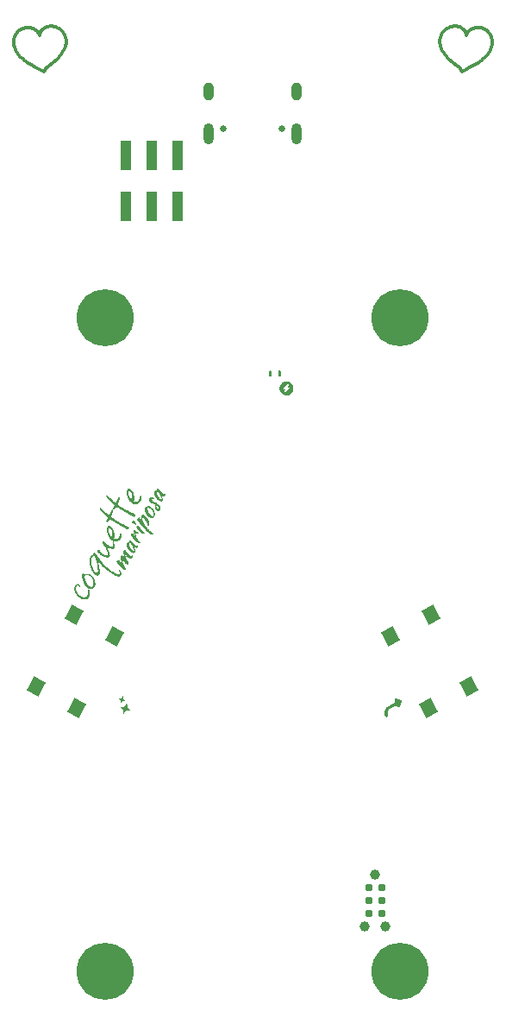
<source format=gbr>
%TF.GenerationSoftware,KiCad,Pcbnew,8.0.8*%
%TF.CreationDate,2025-01-20T10:11:19+01:00*%
%TF.ProjectId,mariposa,6d617269-706f-4736-912e-6b696361645f,2.0*%
%TF.SameCoordinates,Original*%
%TF.FileFunction,Soldermask,Top*%
%TF.FilePolarity,Negative*%
%FSLAX46Y46*%
G04 Gerber Fmt 4.6, Leading zero omitted, Abs format (unit mm)*
G04 Created by KiCad (PCBNEW 8.0.8) date 2025-01-20 10:11:19*
%MOMM*%
%LPD*%
G01*
G04 APERTURE LIST*
G04 Aperture macros list*
%AMRotRect*
0 Rectangle, with rotation*
0 The origin of the aperture is its center*
0 $1 length*
0 $2 width*
0 $3 Rotation angle, in degrees counterclockwise*
0 Add horizontal line*
21,1,$1,$2,0,0,$3*%
G04 Aperture macros list end*
%ADD10C,0.000000*%
%ADD11C,0.333253*%
%ADD12C,5.600000*%
%ADD13R,1.000000X3.000000*%
%ADD14RotRect,1.550000X1.300000X118.000000*%
%ADD15RotRect,1.550000X1.300000X62.000000*%
%ADD16C,0.990600*%
%ADD17C,0.787400*%
%ADD18C,0.650000*%
%ADD19O,1.000000X1.800000*%
%ADD20O,1.000000X2.100000*%
G04 APERTURE END LIST*
D10*
G36*
X135915395Y-86331467D02*
G01*
X135925228Y-86332189D01*
X135935250Y-86333470D01*
X135945457Y-86335309D01*
X135955854Y-86337702D01*
X135966438Y-86340647D01*
X135977211Y-86344141D01*
X135988171Y-86348183D01*
X135999319Y-86352768D01*
X136010657Y-86357897D01*
X136022182Y-86363565D01*
X136045798Y-86376512D01*
X136077019Y-86395707D01*
X136107010Y-86416920D01*
X136135771Y-86440152D01*
X136163301Y-86465403D01*
X136189601Y-86492672D01*
X136214671Y-86521960D01*
X136238509Y-86553266D01*
X136261118Y-86586591D01*
X136282495Y-86621934D01*
X136302643Y-86659296D01*
X136321559Y-86698676D01*
X136339246Y-86740074D01*
X136355702Y-86783492D01*
X136370928Y-86828927D01*
X136384922Y-86876382D01*
X136397687Y-86925855D01*
X136406946Y-86968813D01*
X136415118Y-87011742D01*
X136422360Y-87054650D01*
X136428825Y-87097537D01*
X136434670Y-87140409D01*
X136440050Y-87183270D01*
X136450033Y-87268971D01*
X136451589Y-87291183D01*
X136452413Y-87313015D01*
X136452508Y-87334479D01*
X136451879Y-87355586D01*
X136450529Y-87376351D01*
X136448461Y-87396783D01*
X136445680Y-87416894D01*
X136442188Y-87436697D01*
X136437990Y-87456202D01*
X136433088Y-87475422D01*
X136427487Y-87494368D01*
X136421190Y-87513053D01*
X136414201Y-87531486D01*
X136406522Y-87549682D01*
X136398159Y-87567651D01*
X136389113Y-87585404D01*
X136386333Y-87590633D01*
X136428904Y-87609179D01*
X136449712Y-87617016D01*
X136470200Y-87623894D01*
X136490370Y-87629810D01*
X136510220Y-87634764D01*
X136529748Y-87638754D01*
X136548957Y-87641779D01*
X136567844Y-87643837D01*
X136586410Y-87644928D01*
X136604653Y-87645049D01*
X136622574Y-87644198D01*
X136640172Y-87642375D01*
X136657446Y-87639577D01*
X136674397Y-87635804D01*
X136691023Y-87631055D01*
X136707324Y-87625326D01*
X136723301Y-87618618D01*
X136738951Y-87610929D01*
X136754276Y-87602256D01*
X136769273Y-87592599D01*
X136783944Y-87581956D01*
X136798286Y-87570327D01*
X136812302Y-87557709D01*
X136825989Y-87544099D01*
X136839346Y-87529498D01*
X136852375Y-87513905D01*
X136865074Y-87497317D01*
X136877442Y-87479732D01*
X136889481Y-87461151D01*
X136901188Y-87441570D01*
X136912563Y-87420988D01*
X136919742Y-87407041D01*
X136926671Y-87392656D01*
X136933340Y-87377838D01*
X136939736Y-87362590D01*
X136945848Y-87346916D01*
X136951664Y-87330819D01*
X136957171Y-87314302D01*
X136962360Y-87297370D01*
X136967217Y-87280028D01*
X136971732Y-87262275D01*
X136975891Y-87244118D01*
X136979684Y-87225560D01*
X136983099Y-87206605D01*
X136986124Y-87187256D01*
X136988747Y-87167516D01*
X136990957Y-87147388D01*
X136990751Y-87146631D01*
X136990590Y-87145857D01*
X136990475Y-87145068D01*
X136990404Y-87144264D01*
X136990376Y-87143444D01*
X136990390Y-87142606D01*
X136990445Y-87141751D01*
X136990541Y-87140878D01*
X136990849Y-87139076D01*
X136991306Y-87137197D01*
X136991905Y-87135236D01*
X136992638Y-87133188D01*
X136993497Y-87131052D01*
X136994475Y-87128820D01*
X136995565Y-87126492D01*
X136996758Y-87124060D01*
X136999424Y-87118874D01*
X137002411Y-87113230D01*
X137007188Y-87104841D01*
X137009642Y-87100973D01*
X137012141Y-87097322D01*
X137014687Y-87093888D01*
X137017282Y-87090670D01*
X137019926Y-87087667D01*
X137022622Y-87084880D01*
X137025370Y-87082307D01*
X137028173Y-87079949D01*
X137031032Y-87077805D01*
X137033947Y-87075874D01*
X137036922Y-87074156D01*
X137039957Y-87072651D01*
X137043054Y-87071357D01*
X137046213Y-87070276D01*
X137049437Y-87069406D01*
X137052728Y-87068747D01*
X137056086Y-87068297D01*
X137059512Y-87068058D01*
X137063010Y-87068028D01*
X137066578Y-87068208D01*
X137070221Y-87068595D01*
X137073938Y-87069191D01*
X137077731Y-87069994D01*
X137081603Y-87071005D01*
X137085553Y-87072222D01*
X137089584Y-87073645D01*
X137093698Y-87075274D01*
X137097895Y-87077109D01*
X137106545Y-87081393D01*
X137112269Y-87084672D01*
X137117666Y-87088249D01*
X137122729Y-87092120D01*
X137127453Y-87096282D01*
X137131827Y-87100731D01*
X137135845Y-87105461D01*
X137139498Y-87110469D01*
X137142780Y-87115753D01*
X137145682Y-87121304D01*
X137148198Y-87127123D01*
X137150318Y-87133203D01*
X137152037Y-87139541D01*
X137153346Y-87146133D01*
X137154236Y-87152974D01*
X137154702Y-87160061D01*
X137154734Y-87167389D01*
X137157050Y-87192753D01*
X137158319Y-87218034D01*
X137158552Y-87243234D01*
X137157753Y-87268358D01*
X137155931Y-87293410D01*
X137153094Y-87318393D01*
X137149249Y-87343312D01*
X137144405Y-87368172D01*
X137138568Y-87392976D01*
X137131748Y-87417727D01*
X137123949Y-87442432D01*
X137115182Y-87467093D01*
X137105453Y-87491713D01*
X137094770Y-87516298D01*
X137083142Y-87540852D01*
X137070575Y-87565378D01*
X137055066Y-87593214D01*
X137038785Y-87619842D01*
X137021735Y-87645255D01*
X137003920Y-87669446D01*
X136985343Y-87692407D01*
X136966011Y-87714131D01*
X136945925Y-87734608D01*
X136925091Y-87753834D01*
X136903511Y-87771798D01*
X136881191Y-87788494D01*
X136858135Y-87803915D01*
X136834346Y-87818050D01*
X136809829Y-87830896D01*
X136784587Y-87842442D01*
X136758625Y-87852681D01*
X136731948Y-87861607D01*
X136704347Y-87870045D01*
X136676653Y-87876870D01*
X136648849Y-87882085D01*
X136620928Y-87885694D01*
X136592876Y-87887702D01*
X136564682Y-87888110D01*
X136536333Y-87886923D01*
X136507819Y-87884145D01*
X136479127Y-87879779D01*
X136450246Y-87873827D01*
X136421163Y-87866295D01*
X136391868Y-87857187D01*
X136362349Y-87846503D01*
X136332593Y-87834251D01*
X136302590Y-87820432D01*
X136272326Y-87805049D01*
X136258948Y-87797635D01*
X136246165Y-87789986D01*
X136233823Y-87782101D01*
X136221768Y-87773974D01*
X136209841Y-87765602D01*
X136197890Y-87756981D01*
X136173294Y-87738977D01*
X136077044Y-87667675D01*
X136052649Y-87644802D01*
X136029019Y-87620155D01*
X136007925Y-87595809D01*
X136006133Y-87593741D01*
X135983966Y-87565567D01*
X135962495Y-87535641D01*
X135941697Y-87503970D01*
X135921547Y-87470561D01*
X135902024Y-87435421D01*
X135883102Y-87398557D01*
X135864759Y-87359976D01*
X135846971Y-87319686D01*
X135829714Y-87277694D01*
X135812967Y-87234007D01*
X135796703Y-87188633D01*
X135780901Y-87141576D01*
X135765538Y-87092847D01*
X135751420Y-87039121D01*
X135739125Y-86987012D01*
X135728653Y-86936540D01*
X135720002Y-86887725D01*
X135713171Y-86840585D01*
X135708161Y-86795141D01*
X135705200Y-86754536D01*
X135860416Y-86754536D01*
X135860994Y-86782279D01*
X135863345Y-86811122D01*
X135867470Y-86841064D01*
X135873368Y-86872108D01*
X135881040Y-86904251D01*
X135890485Y-86937494D01*
X135901703Y-86971838D01*
X135914694Y-87007282D01*
X135929460Y-87043825D01*
X135945997Y-87081469D01*
X135952790Y-87092942D01*
X135959812Y-87105166D01*
X135967064Y-87118140D01*
X135974544Y-87131865D01*
X135982255Y-87146342D01*
X135990195Y-87161568D01*
X135998364Y-87177547D01*
X136006763Y-87194277D01*
X136017494Y-87212560D01*
X136028776Y-87231137D01*
X136040672Y-87250039D01*
X136053240Y-87269300D01*
X136066545Y-87288951D01*
X136080646Y-87309027D01*
X136095606Y-87329559D01*
X136111483Y-87350579D01*
X136111737Y-87351323D01*
X136112034Y-87352052D01*
X136112374Y-87352767D01*
X136112752Y-87353468D01*
X136113168Y-87354153D01*
X136113619Y-87354825D01*
X136114616Y-87356123D01*
X136115722Y-87357362D01*
X136116920Y-87358541D01*
X136118189Y-87359659D01*
X136119510Y-87360717D01*
X136120863Y-87361713D01*
X136122230Y-87362648D01*
X136123590Y-87363521D01*
X136124925Y-87364330D01*
X136127441Y-87365760D01*
X136129622Y-87366932D01*
X136132557Y-87368395D01*
X136135483Y-87369658D01*
X136138397Y-87370719D01*
X136141299Y-87371582D01*
X136144189Y-87372247D01*
X136147065Y-87372714D01*
X136149928Y-87372984D01*
X136152776Y-87373059D01*
X136155611Y-87372940D01*
X136158430Y-87372628D01*
X136161234Y-87372123D01*
X136164021Y-87371426D01*
X136166793Y-87370540D01*
X136169547Y-87369463D01*
X136172283Y-87368197D01*
X136175002Y-87366743D01*
X136177701Y-87365104D01*
X136180382Y-87363277D01*
X136183043Y-87361268D01*
X136185684Y-87359072D01*
X136188303Y-87356695D01*
X136190903Y-87354136D01*
X136193480Y-87351395D01*
X136196036Y-87348475D01*
X136198567Y-87345375D01*
X136201077Y-87342097D01*
X136203563Y-87338642D01*
X136206024Y-87335011D01*
X136208461Y-87331205D01*
X136210872Y-87327224D01*
X136213258Y-87323069D01*
X136215617Y-87318743D01*
X136221348Y-87295687D01*
X136226443Y-87272904D01*
X136230895Y-87250368D01*
X136234698Y-87228056D01*
X136237843Y-87205945D01*
X136240324Y-87184012D01*
X136242134Y-87162233D01*
X136243265Y-87140583D01*
X136243710Y-87119042D01*
X136243462Y-87097584D01*
X136242514Y-87076185D01*
X136240859Y-87054824D01*
X136238489Y-87033475D01*
X136235399Y-87012116D01*
X136231578Y-86990723D01*
X136227022Y-86969274D01*
X136218643Y-86933138D01*
X136209540Y-86898662D01*
X136199712Y-86865843D01*
X136189159Y-86834684D01*
X136177881Y-86805183D01*
X136165879Y-86777340D01*
X136153152Y-86751157D01*
X136139700Y-86726631D01*
X136125524Y-86703764D01*
X136110623Y-86682556D01*
X136094998Y-86663006D01*
X136078648Y-86645114D01*
X136061573Y-86628882D01*
X136043773Y-86614308D01*
X136025249Y-86601393D01*
X136006001Y-86590137D01*
X135995541Y-86584575D01*
X135990694Y-86582153D01*
X135985951Y-86580092D01*
X135981299Y-86578373D01*
X135976728Y-86576983D01*
X135972228Y-86575905D01*
X135967786Y-86575123D01*
X135963392Y-86574623D01*
X135959033Y-86574387D01*
X135954699Y-86574400D01*
X135950378Y-86574646D01*
X135946060Y-86575110D01*
X135941734Y-86575775D01*
X135937387Y-86576627D01*
X135933008Y-86577648D01*
X135928587Y-86578823D01*
X135924112Y-86580137D01*
X135921904Y-86580849D01*
X135919788Y-86581608D01*
X135917763Y-86582410D01*
X135915826Y-86583251D01*
X135912217Y-86585044D01*
X135908954Y-86586960D01*
X135906029Y-86588979D01*
X135903437Y-86591076D01*
X135901170Y-86593228D01*
X135899219Y-86595411D01*
X135897580Y-86597602D01*
X135896243Y-86599777D01*
X135895203Y-86601913D01*
X135894451Y-86603985D01*
X135893981Y-86605973D01*
X135893785Y-86607850D01*
X135893856Y-86609594D01*
X135893990Y-86610410D01*
X135894188Y-86611182D01*
X135888935Y-86621616D01*
X135884126Y-86632325D01*
X135879760Y-86643308D01*
X135875837Y-86654566D01*
X135869322Y-86677909D01*
X135864579Y-86702351D01*
X135861611Y-86727893D01*
X135860416Y-86754536D01*
X135705200Y-86754536D01*
X135704972Y-86751411D01*
X135703602Y-86709414D01*
X135704051Y-86669171D01*
X135706319Y-86630702D01*
X135710406Y-86594024D01*
X135716309Y-86559158D01*
X135724030Y-86526122D01*
X135733567Y-86494937D01*
X135744921Y-86465622D01*
X135758090Y-86438196D01*
X135764179Y-86427225D01*
X135770455Y-86416860D01*
X135776918Y-86407102D01*
X135783566Y-86397946D01*
X135790402Y-86389390D01*
X135797425Y-86381433D01*
X135804635Y-86374072D01*
X135812031Y-86367303D01*
X135819615Y-86361125D01*
X135827386Y-86355536D01*
X135835343Y-86350532D01*
X135843489Y-86346112D01*
X135851820Y-86342273D01*
X135860340Y-86339012D01*
X135869047Y-86336329D01*
X135877942Y-86334219D01*
X135887024Y-86332679D01*
X135896293Y-86331710D01*
X135905751Y-86331306D01*
X135915395Y-86331467D01*
G37*
G36*
X135338266Y-87868028D02*
G01*
X135342698Y-87868380D01*
X135347184Y-87868997D01*
X135351727Y-87869879D01*
X135356324Y-87871026D01*
X135360978Y-87872439D01*
X135365686Y-87874118D01*
X135370451Y-87876062D01*
X135375270Y-87878271D01*
X135380145Y-87880745D01*
X135393758Y-87888284D01*
X135407204Y-87896286D01*
X135420578Y-87904719D01*
X135433972Y-87913558D01*
X135447481Y-87922772D01*
X135461199Y-87932332D01*
X135489635Y-87952378D01*
X135503359Y-87965008D01*
X135517346Y-87978327D01*
X135546234Y-88006789D01*
X135608590Y-88069293D01*
X135624959Y-88085228D01*
X135641097Y-88100412D01*
X135657007Y-88114846D01*
X135672685Y-88128528D01*
X135688136Y-88141460D01*
X135703356Y-88153640D01*
X135718346Y-88165069D01*
X135733107Y-88175748D01*
X135761543Y-88195795D01*
X135788771Y-88214569D01*
X135802165Y-88223408D01*
X135815538Y-88231841D01*
X135828985Y-88239843D01*
X135842597Y-88247382D01*
X135862333Y-88257770D01*
X135872437Y-88262894D01*
X135882821Y-88267931D01*
X135893580Y-88272852D01*
X135904811Y-88277631D01*
X135916602Y-88282237D01*
X135929052Y-88286643D01*
X136047216Y-88329347D01*
X136087721Y-88343036D01*
X136124469Y-88354176D01*
X136157369Y-88362800D01*
X136172346Y-88366176D01*
X136186325Y-88368933D01*
X136199295Y-88371075D01*
X136211244Y-88372606D01*
X136222160Y-88373528D01*
X136232033Y-88373846D01*
X136240848Y-88373563D01*
X136248596Y-88372683D01*
X136255264Y-88371208D01*
X136260841Y-88369144D01*
X136260922Y-88364261D01*
X136260991Y-88349938D01*
X136260940Y-88339389D01*
X136260787Y-88326665D01*
X136260501Y-88311826D01*
X136260050Y-88294933D01*
X136261351Y-88277702D01*
X136262423Y-88259719D01*
X136263265Y-88240986D01*
X136263877Y-88221501D01*
X136264260Y-88201267D01*
X136264413Y-88180280D01*
X136264337Y-88158543D01*
X136264030Y-88136054D01*
X136265321Y-88114703D01*
X136266155Y-88094210D01*
X136266598Y-88074452D01*
X136266716Y-88055307D01*
X136266572Y-88036653D01*
X136266234Y-88018365D01*
X136265230Y-87982404D01*
X136265468Y-87968381D01*
X136265474Y-87956121D01*
X136265312Y-87945658D01*
X136265042Y-87937024D01*
X136264423Y-87925375D01*
X136264108Y-87921434D01*
X136267810Y-87914911D01*
X136271617Y-87909062D01*
X136275522Y-87903875D01*
X136277511Y-87901526D01*
X136279525Y-87899340D01*
X136281560Y-87897312D01*
X136283619Y-87895442D01*
X136285700Y-87893730D01*
X136287803Y-87892172D01*
X136289927Y-87890769D01*
X136292073Y-87889518D01*
X136294238Y-87888417D01*
X136296424Y-87887467D01*
X136298629Y-87886664D01*
X136300853Y-87886008D01*
X136303096Y-87885496D01*
X136305357Y-87885129D01*
X136307637Y-87884904D01*
X136309932Y-87884818D01*
X136312246Y-87884873D01*
X136314575Y-87885065D01*
X136316922Y-87885393D01*
X136319282Y-87885857D01*
X136321659Y-87886453D01*
X136324050Y-87887181D01*
X136328874Y-87889027D01*
X136333751Y-87891383D01*
X136336208Y-87892788D01*
X136338673Y-87894394D01*
X136341146Y-87896204D01*
X136343626Y-87898218D01*
X136348595Y-87902857D01*
X136353572Y-87908316D01*
X136358543Y-87914597D01*
X136363499Y-87921704D01*
X136368425Y-87929641D01*
X136373312Y-87938411D01*
X136378146Y-87948020D01*
X136382916Y-87958468D01*
X136387611Y-87969760D01*
X136392219Y-87981900D01*
X136396727Y-87994893D01*
X136401125Y-88008739D01*
X136405401Y-88023445D01*
X136409542Y-88039012D01*
X136417307Y-88071127D01*
X136424322Y-88103471D01*
X136430586Y-88136044D01*
X136436099Y-88168848D01*
X136440860Y-88201881D01*
X136444871Y-88235143D01*
X136448131Y-88268635D01*
X136450639Y-88302357D01*
X136452312Y-88334718D01*
X136453063Y-88364230D01*
X136452889Y-88391048D01*
X136452453Y-88403495D01*
X136451783Y-88415328D01*
X136450881Y-88426563D01*
X136449744Y-88437223D01*
X136448374Y-88447327D01*
X136446768Y-88456892D01*
X136444927Y-88465939D01*
X136442850Y-88474488D01*
X136440536Y-88482557D01*
X136437985Y-88490166D01*
X136434444Y-88497638D01*
X136430663Y-88504826D01*
X136426641Y-88511732D01*
X136422380Y-88518357D01*
X136417879Y-88524702D01*
X136413139Y-88530769D01*
X136408160Y-88536559D01*
X136402944Y-88542074D01*
X136397489Y-88547315D01*
X136391797Y-88552284D01*
X136385869Y-88556982D01*
X136379704Y-88561411D01*
X136373303Y-88565572D01*
X136366667Y-88569465D01*
X136359796Y-88573096D01*
X136352690Y-88576462D01*
X136345351Y-88579565D01*
X136337778Y-88582409D01*
X136329971Y-88584992D01*
X136321932Y-88587319D01*
X136305158Y-88591205D01*
X136287457Y-88594079D01*
X136268834Y-88595951D01*
X136249294Y-88596833D01*
X136228839Y-88596738D01*
X136207472Y-88595677D01*
X136190282Y-88592721D01*
X136166918Y-88588368D01*
X136153154Y-88585596D01*
X136138128Y-88582389D01*
X136121934Y-88578718D01*
X136104665Y-88574554D01*
X136066596Y-88565527D01*
X136023332Y-88555625D01*
X135974643Y-88544097D01*
X135948193Y-88537488D01*
X135920301Y-88530191D01*
X135902707Y-88524689D01*
X135886375Y-88520027D01*
X135871287Y-88516202D01*
X135857425Y-88513215D01*
X135844768Y-88511066D01*
X135833298Y-88509754D01*
X135822993Y-88509279D01*
X135813837Y-88509639D01*
X135805808Y-88510836D01*
X135802210Y-88511747D01*
X135798887Y-88512867D01*
X135795838Y-88514196D01*
X135793056Y-88515733D01*
X135790544Y-88517479D01*
X135788295Y-88519433D01*
X135786310Y-88521596D01*
X135784584Y-88523966D01*
X135783116Y-88526546D01*
X135781905Y-88529334D01*
X135780945Y-88532329D01*
X135780236Y-88535533D01*
X135779560Y-88542564D01*
X135801157Y-88582990D01*
X135822230Y-88625731D01*
X135842809Y-88670881D01*
X135862921Y-88718535D01*
X135882596Y-88768787D01*
X135901862Y-88821729D01*
X135920746Y-88877457D01*
X135939280Y-88936063D01*
X135950218Y-88972853D01*
X135960069Y-89008120D01*
X135968825Y-89041862D01*
X135976478Y-89074073D01*
X135983021Y-89104752D01*
X135988445Y-89133892D01*
X135992743Y-89161491D01*
X135995909Y-89187543D01*
X135997934Y-89212046D01*
X135998809Y-89234994D01*
X135998528Y-89256384D01*
X135997083Y-89276211D01*
X135994465Y-89294473D01*
X135990670Y-89311164D01*
X135985686Y-89326281D01*
X135979509Y-89339818D01*
X135975708Y-89346562D01*
X135971602Y-89353066D01*
X135967193Y-89359330D01*
X135962485Y-89365355D01*
X135957475Y-89371142D01*
X135952165Y-89376691D01*
X135946556Y-89382003D01*
X135940650Y-89387077D01*
X135934447Y-89391915D01*
X135927948Y-89396518D01*
X135921154Y-89400884D01*
X135914067Y-89405016D01*
X135906686Y-89408914D01*
X135899013Y-89412576D01*
X135891049Y-89416007D01*
X135882795Y-89419204D01*
X135874251Y-89422169D01*
X135865421Y-89424902D01*
X135846897Y-89429675D01*
X135827232Y-89433526D01*
X135806434Y-89436460D01*
X135784509Y-89438481D01*
X135761467Y-89439593D01*
X135737314Y-89439799D01*
X135712057Y-89439106D01*
X135690919Y-89438795D01*
X135670225Y-89437944D01*
X135649971Y-89436560D01*
X135630154Y-89434652D01*
X135610768Y-89432228D01*
X135591811Y-89429293D01*
X135573277Y-89425857D01*
X135555164Y-89421927D01*
X135537467Y-89417511D01*
X135520181Y-89412616D01*
X135503303Y-89407249D01*
X135486828Y-89401419D01*
X135470753Y-89395134D01*
X135455074Y-89388401D01*
X135439786Y-89381227D01*
X135424886Y-89373620D01*
X135327247Y-89319516D01*
X135234341Y-89263606D01*
X135146138Y-89205951D01*
X135062602Y-89146611D01*
X134983704Y-89085649D01*
X134909409Y-89023126D01*
X134839684Y-88959102D01*
X134774498Y-88893640D01*
X134768528Y-88886534D01*
X134763179Y-88879445D01*
X134758449Y-88872372D01*
X134754341Y-88865313D01*
X134750854Y-88858271D01*
X134749343Y-88854755D01*
X134747987Y-88851244D01*
X134746786Y-88847735D01*
X134745741Y-88844232D01*
X134744851Y-88840732D01*
X134744115Y-88837235D01*
X134743535Y-88833744D01*
X134743110Y-88830256D01*
X134742840Y-88826771D01*
X134742726Y-88823290D01*
X134742766Y-88819814D01*
X134742962Y-88816341D01*
X134743313Y-88812872D01*
X134743819Y-88809407D01*
X134744480Y-88805946D01*
X134745296Y-88802489D01*
X134746268Y-88799036D01*
X134747394Y-88795586D01*
X134748676Y-88792140D01*
X134750113Y-88788699D01*
X134753452Y-88781827D01*
X134756764Y-88776043D01*
X134760438Y-88770462D01*
X134764473Y-88765092D01*
X134768863Y-88759939D01*
X134773605Y-88755014D01*
X134778694Y-88750322D01*
X134784126Y-88745871D01*
X134789897Y-88741670D01*
X134796004Y-88737726D01*
X134802441Y-88734045D01*
X134809205Y-88730638D01*
X134816294Y-88727510D01*
X134823699Y-88724669D01*
X134831420Y-88722123D01*
X134839452Y-88719881D01*
X134847790Y-88717948D01*
X134856274Y-88716330D01*
X134864740Y-88715025D01*
X134873174Y-88714037D01*
X134881564Y-88713371D01*
X134889900Y-88713029D01*
X134898169Y-88713015D01*
X134906360Y-88713334D01*
X134914462Y-88713988D01*
X134922462Y-88714981D01*
X134930348Y-88716316D01*
X134938109Y-88717998D01*
X134945734Y-88720029D01*
X134953209Y-88722414D01*
X134960526Y-88725156D01*
X134967669Y-88728257D01*
X134974628Y-88731725D01*
X134978699Y-88734122D01*
X134983068Y-88737142D01*
X134987740Y-88740774D01*
X134992719Y-88745012D01*
X134998009Y-88749847D01*
X135003615Y-88755272D01*
X135009538Y-88761280D01*
X135015786Y-88767863D01*
X135029268Y-88782721D01*
X135044091Y-88799788D01*
X135060289Y-88819000D01*
X135077894Y-88840297D01*
X135095983Y-88865717D01*
X135114784Y-88890426D01*
X135134309Y-88914438D01*
X135154569Y-88937771D01*
X135175575Y-88960438D01*
X135197339Y-88982458D01*
X135219873Y-89003844D01*
X135243186Y-89024614D01*
X135267290Y-89044782D01*
X135292196Y-89064365D01*
X135317917Y-89083378D01*
X135344463Y-89101838D01*
X135371845Y-89119759D01*
X135400074Y-89137158D01*
X135429163Y-89154052D01*
X135459121Y-89170455D01*
X135490694Y-89186769D01*
X135520693Y-89201292D01*
X135549115Y-89214015D01*
X135575956Y-89224925D01*
X135601213Y-89234009D01*
X135624880Y-89241256D01*
X135646958Y-89246655D01*
X135667439Y-89250194D01*
X135686322Y-89251860D01*
X135703603Y-89251643D01*
X135719278Y-89249530D01*
X135733343Y-89245510D01*
X135739771Y-89242781D01*
X135745795Y-89239571D01*
X135751414Y-89235878D01*
X135756630Y-89231701D01*
X135761440Y-89227039D01*
X135765845Y-89221889D01*
X135769844Y-89216252D01*
X135773436Y-89210122D01*
X135774920Y-89206962D01*
X135776245Y-89203364D01*
X135777411Y-89199331D01*
X135778419Y-89194862D01*
X135779961Y-89184629D01*
X135780873Y-89172676D01*
X135781163Y-89159015D01*
X135780829Y-89143658D01*
X135779880Y-89126616D01*
X135778315Y-89107902D01*
X135776140Y-89087527D01*
X135773359Y-89065502D01*
X135769974Y-89041841D01*
X135765989Y-89016553D01*
X135761409Y-88989651D01*
X135756235Y-88961147D01*
X135750473Y-88931053D01*
X135744125Y-88899380D01*
X135730149Y-88841246D01*
X135714103Y-88783751D01*
X135695984Y-88726902D01*
X135675788Y-88670708D01*
X135653510Y-88615177D01*
X135629147Y-88560314D01*
X135602693Y-88506130D01*
X135574147Y-88452630D01*
X135543503Y-88399823D01*
X135510757Y-88347715D01*
X135475905Y-88296317D01*
X135438942Y-88245634D01*
X135399867Y-88195674D01*
X135358673Y-88146445D01*
X135315356Y-88097955D01*
X135269914Y-88050211D01*
X135266859Y-88046642D01*
X135263975Y-88043047D01*
X135261260Y-88039430D01*
X135258714Y-88035792D01*
X135256335Y-88032135D01*
X135254122Y-88028460D01*
X135252075Y-88024771D01*
X135250192Y-88021068D01*
X135248472Y-88017354D01*
X135246914Y-88013629D01*
X135245519Y-88009897D01*
X135244283Y-88006161D01*
X135243206Y-88002419D01*
X135242288Y-87998676D01*
X135241527Y-87994934D01*
X135240921Y-87991193D01*
X135240472Y-87987455D01*
X135240175Y-87983724D01*
X135240033Y-87980000D01*
X135240042Y-87976287D01*
X135240203Y-87972584D01*
X135240514Y-87968895D01*
X135240973Y-87965222D01*
X135241580Y-87961566D01*
X135242335Y-87957929D01*
X135243236Y-87954313D01*
X135244281Y-87950720D01*
X135245471Y-87947153D01*
X135246804Y-87943612D01*
X135248279Y-87940099D01*
X135251649Y-87933169D01*
X135258016Y-87921933D01*
X135264605Y-87911758D01*
X135271417Y-87902644D01*
X135274906Y-87898486D01*
X135278449Y-87894592D01*
X135282049Y-87890964D01*
X135285704Y-87887601D01*
X135289414Y-87884503D01*
X135293180Y-87881672D01*
X135297002Y-87879105D01*
X135300878Y-87876803D01*
X135304811Y-87874767D01*
X135308799Y-87872996D01*
X135312842Y-87871490D01*
X135316941Y-87870250D01*
X135321095Y-87869275D01*
X135325305Y-87868565D01*
X135329569Y-87868121D01*
X135333890Y-87867942D01*
X135338266Y-87868028D01*
G37*
G36*
X137864631Y-82665487D02*
G01*
X137874464Y-82666210D01*
X137884485Y-82667492D01*
X137894693Y-82669330D01*
X137905089Y-82671723D01*
X137915674Y-82674668D01*
X137926446Y-82678162D01*
X137937407Y-82682204D01*
X137948555Y-82686789D01*
X137959892Y-82691918D01*
X137971417Y-82697586D01*
X137995033Y-82710534D01*
X138026254Y-82729728D01*
X138056246Y-82750941D01*
X138085006Y-82774174D01*
X138112537Y-82799424D01*
X138138837Y-82826693D01*
X138163907Y-82855981D01*
X138187745Y-82887287D01*
X138210353Y-82920612D01*
X138231731Y-82955955D01*
X138251879Y-82993317D01*
X138270795Y-83032697D01*
X138288482Y-83074095D01*
X138304938Y-83117513D01*
X138320163Y-83162949D01*
X138334158Y-83210403D01*
X138346923Y-83259876D01*
X138356181Y-83302834D01*
X138364354Y-83345763D01*
X138371595Y-83388671D01*
X138378061Y-83431558D01*
X138383906Y-83474430D01*
X138389286Y-83517291D01*
X138399269Y-83602992D01*
X138400824Y-83625204D01*
X138401648Y-83647036D01*
X138401744Y-83668499D01*
X138401115Y-83689607D01*
X138399765Y-83710372D01*
X138397697Y-83730804D01*
X138394916Y-83750915D01*
X138391424Y-83770718D01*
X138387226Y-83790223D01*
X138382324Y-83809443D01*
X138376722Y-83828389D01*
X138370425Y-83847074D01*
X138363436Y-83865507D01*
X138355757Y-83883703D01*
X138347394Y-83901672D01*
X138338349Y-83919425D01*
X138335568Y-83924654D01*
X138378140Y-83943200D01*
X138398947Y-83951037D01*
X138419436Y-83957914D01*
X138439606Y-83963831D01*
X138459455Y-83968785D01*
X138478984Y-83972775D01*
X138498192Y-83975800D01*
X138517080Y-83977858D01*
X138535645Y-83978949D01*
X138553889Y-83979070D01*
X138571810Y-83978219D01*
X138589408Y-83976396D01*
X138606682Y-83973598D01*
X138623632Y-83969825D01*
X138640258Y-83965076D01*
X138656560Y-83959347D01*
X138672536Y-83952639D01*
X138688187Y-83944949D01*
X138703511Y-83936277D01*
X138718509Y-83926620D01*
X138733179Y-83915977D01*
X138747522Y-83904348D01*
X138761538Y-83891729D01*
X138775225Y-83878120D01*
X138788582Y-83863519D01*
X138801611Y-83847926D01*
X138814310Y-83831338D01*
X138826678Y-83813753D01*
X138838716Y-83795172D01*
X138850423Y-83775591D01*
X138861799Y-83755009D01*
X138868978Y-83741062D01*
X138875907Y-83726677D01*
X138882575Y-83711859D01*
X138888971Y-83696611D01*
X138895083Y-83680937D01*
X138900899Y-83664840D01*
X138906407Y-83648323D01*
X138911595Y-83631391D01*
X138916453Y-83614048D01*
X138920967Y-83596296D01*
X138925126Y-83578140D01*
X138928920Y-83559581D01*
X138932335Y-83540626D01*
X138935360Y-83521276D01*
X138937983Y-83501537D01*
X138940193Y-83481409D01*
X138939987Y-83480651D01*
X138939826Y-83479878D01*
X138939711Y-83479089D01*
X138939640Y-83478285D01*
X138939612Y-83477465D01*
X138939626Y-83476627D01*
X138939681Y-83475772D01*
X138939777Y-83474899D01*
X138940085Y-83473097D01*
X138940541Y-83471218D01*
X138941140Y-83469257D01*
X138941873Y-83467209D01*
X138942733Y-83465073D01*
X138943711Y-83462841D01*
X138944801Y-83460512D01*
X138945994Y-83458080D01*
X138948660Y-83452895D01*
X138951647Y-83447250D01*
X138956424Y-83438862D01*
X138958878Y-83434994D01*
X138961376Y-83431343D01*
X138963923Y-83427908D01*
X138966517Y-83424691D01*
X138969161Y-83421688D01*
X138971858Y-83418900D01*
X138974606Y-83416328D01*
X138977409Y-83413970D01*
X138980268Y-83411825D01*
X138983183Y-83409895D01*
X138986158Y-83408177D01*
X138989193Y-83406672D01*
X138992289Y-83405379D01*
X138995449Y-83404297D01*
X138998673Y-83403427D01*
X139001963Y-83402768D01*
X139005321Y-83402318D01*
X139008748Y-83402079D01*
X139012245Y-83402050D01*
X139015814Y-83402228D01*
X139019456Y-83402616D01*
X139023174Y-83403211D01*
X139026967Y-83404015D01*
X139030838Y-83405026D01*
X139034788Y-83406243D01*
X139038820Y-83407666D01*
X139042934Y-83409295D01*
X139047130Y-83411130D01*
X139055781Y-83415414D01*
X139061505Y-83418693D01*
X139066902Y-83422270D01*
X139071965Y-83426141D01*
X139076688Y-83430303D01*
X139081063Y-83434751D01*
X139085080Y-83439482D01*
X139088733Y-83444490D01*
X139092016Y-83449773D01*
X139094918Y-83455325D01*
X139097433Y-83461144D01*
X139099554Y-83467224D01*
X139101273Y-83473562D01*
X139102581Y-83480154D01*
X139103472Y-83486995D01*
X139103937Y-83494082D01*
X139103970Y-83501410D01*
X139106286Y-83526774D01*
X139107555Y-83552055D01*
X139107787Y-83577255D01*
X139106988Y-83602379D01*
X139105167Y-83627431D01*
X139102330Y-83652414D01*
X139098485Y-83677333D01*
X139093641Y-83702193D01*
X139087804Y-83726996D01*
X139080983Y-83751748D01*
X139073185Y-83776453D01*
X139064418Y-83801113D01*
X139054689Y-83825734D01*
X139044006Y-83850318D01*
X139032377Y-83874873D01*
X139019810Y-83899399D01*
X139004302Y-83927235D01*
X138988021Y-83953863D01*
X138970970Y-83979276D01*
X138953156Y-84003467D01*
X138934579Y-84026428D01*
X138915246Y-84048152D01*
X138895161Y-84068630D01*
X138874326Y-84087855D01*
X138852746Y-84105819D01*
X138830427Y-84122515D01*
X138807371Y-84137935D01*
X138783582Y-84152071D01*
X138759064Y-84164917D01*
X138733823Y-84176462D01*
X138707861Y-84186701D01*
X138681184Y-84195627D01*
X138653583Y-84204065D01*
X138625889Y-84210890D01*
X138598086Y-84216106D01*
X138570164Y-84219715D01*
X138542112Y-84221722D01*
X138513918Y-84222131D01*
X138485569Y-84220944D01*
X138457054Y-84218166D01*
X138428363Y-84213799D01*
X138399481Y-84207848D01*
X138370399Y-84200316D01*
X138341105Y-84191207D01*
X138311584Y-84180524D01*
X138281828Y-84168272D01*
X138251825Y-84154453D01*
X138221561Y-84139070D01*
X138208183Y-84131656D01*
X138195401Y-84124007D01*
X138183059Y-84116122D01*
X138171003Y-84107995D01*
X138159077Y-84099623D01*
X138147126Y-84091002D01*
X138122530Y-84072998D01*
X138026280Y-84001696D01*
X138001884Y-83978823D01*
X137978254Y-83954176D01*
X137957161Y-83929830D01*
X137955368Y-83927762D01*
X137933201Y-83899588D01*
X137911730Y-83869662D01*
X137890933Y-83837991D01*
X137870783Y-83804582D01*
X137851260Y-83769442D01*
X137832338Y-83732578D01*
X137813995Y-83693997D01*
X137796207Y-83653707D01*
X137778950Y-83611714D01*
X137762202Y-83568028D01*
X137745939Y-83522653D01*
X137730137Y-83475597D01*
X137714774Y-83426868D01*
X137700656Y-83373141D01*
X137688361Y-83321032D01*
X137677889Y-83270561D01*
X137669237Y-83221746D01*
X137662407Y-83174606D01*
X137657397Y-83129161D01*
X137654436Y-83088557D01*
X137809651Y-83088557D01*
X137810230Y-83116300D01*
X137812581Y-83145143D01*
X137816706Y-83175085D01*
X137822604Y-83206129D01*
X137830276Y-83238272D01*
X137839720Y-83271515D01*
X137850938Y-83305859D01*
X137863930Y-83341303D01*
X137878695Y-83377846D01*
X137895233Y-83415490D01*
X137902026Y-83426963D01*
X137909047Y-83439187D01*
X137916299Y-83452161D01*
X137923780Y-83465886D01*
X137931490Y-83480363D01*
X137939430Y-83495589D01*
X137947600Y-83511568D01*
X137955999Y-83528298D01*
X137966730Y-83546581D01*
X137978012Y-83565158D01*
X137989907Y-83584060D01*
X138002476Y-83603321D01*
X138015781Y-83622972D01*
X138029882Y-83643048D01*
X138044841Y-83663580D01*
X138060719Y-83684600D01*
X138060972Y-83685344D01*
X138061269Y-83686073D01*
X138061609Y-83686788D01*
X138061987Y-83687489D01*
X138062403Y-83688174D01*
X138062855Y-83688846D01*
X138063851Y-83690144D01*
X138064958Y-83691382D01*
X138066156Y-83692562D01*
X138067424Y-83693680D01*
X138068746Y-83694737D01*
X138070099Y-83695734D01*
X138071466Y-83696669D01*
X138072826Y-83697541D01*
X138074161Y-83698351D01*
X138076677Y-83699780D01*
X138078857Y-83700953D01*
X138081793Y-83702415D01*
X138084719Y-83703678D01*
X138087632Y-83704740D01*
X138090535Y-83705603D01*
X138093425Y-83706267D01*
X138096301Y-83706734D01*
X138099164Y-83707005D01*
X138102012Y-83707080D01*
X138104846Y-83706961D01*
X138107666Y-83706649D01*
X138110470Y-83706143D01*
X138113257Y-83705447D01*
X138116029Y-83704560D01*
X138118783Y-83703483D01*
X138121519Y-83702217D01*
X138124237Y-83700764D01*
X138126936Y-83699125D01*
X138129617Y-83697299D01*
X138132279Y-83695288D01*
X138134919Y-83693093D01*
X138137539Y-83690716D01*
X138140139Y-83688157D01*
X138142716Y-83685416D01*
X138145271Y-83682496D01*
X138147803Y-83679396D01*
X138150312Y-83676118D01*
X138152799Y-83672663D01*
X138155259Y-83669032D01*
X138157696Y-83665226D01*
X138160108Y-83661245D01*
X138162493Y-83657090D01*
X138164853Y-83652764D01*
X138170583Y-83629708D01*
X138175679Y-83606925D01*
X138180131Y-83584389D01*
X138183934Y-83562077D01*
X138187079Y-83539966D01*
X138189560Y-83518032D01*
X138191370Y-83496254D01*
X138192501Y-83474604D01*
X138192946Y-83453063D01*
X138192698Y-83431604D01*
X138191750Y-83410206D01*
X138190095Y-83388845D01*
X138187725Y-83367496D01*
X138184635Y-83346137D01*
X138180814Y-83324744D01*
X138176257Y-83303295D01*
X138167879Y-83267159D01*
X138158775Y-83232683D01*
X138148947Y-83199864D01*
X138138394Y-83168705D01*
X138127117Y-83139203D01*
X138115115Y-83111361D01*
X138102388Y-83085177D01*
X138088936Y-83060652D01*
X138074760Y-83037785D01*
X138059859Y-83016577D01*
X138044234Y-82997027D01*
X138027883Y-82979136D01*
X138010808Y-82962903D01*
X137993009Y-82948329D01*
X137974485Y-82935414D01*
X137955236Y-82924158D01*
X137944777Y-82918596D01*
X137939930Y-82916174D01*
X137935186Y-82914113D01*
X137930535Y-82912394D01*
X137925964Y-82911004D01*
X137921463Y-82909926D01*
X137917021Y-82909144D01*
X137912627Y-82908644D01*
X137908269Y-82908408D01*
X137903934Y-82908421D01*
X137899614Y-82908667D01*
X137895296Y-82909131D01*
X137890969Y-82909796D01*
X137886622Y-82910648D01*
X137882244Y-82911669D01*
X137877822Y-82912844D01*
X137873348Y-82914158D01*
X137871140Y-82914870D01*
X137869024Y-82915629D01*
X137866998Y-82916431D01*
X137865062Y-82917272D01*
X137861453Y-82919065D01*
X137858190Y-82920981D01*
X137855265Y-82923000D01*
X137852673Y-82925097D01*
X137850405Y-82927249D01*
X137848456Y-82929431D01*
X137846816Y-82931623D01*
X137845479Y-82933798D01*
X137844439Y-82935934D01*
X137843687Y-82938006D01*
X137843216Y-82939994D01*
X137843020Y-82941871D01*
X137843092Y-82943615D01*
X137843226Y-82944431D01*
X137843424Y-82945203D01*
X137838171Y-82955637D01*
X137833362Y-82966345D01*
X137828995Y-82977329D01*
X137825073Y-82988587D01*
X137818557Y-83011930D01*
X137813815Y-83036372D01*
X137810846Y-83061914D01*
X137809651Y-83088557D01*
X137654436Y-83088557D01*
X137654208Y-83085431D01*
X137652838Y-83043435D01*
X137653287Y-83003192D01*
X137655555Y-82964723D01*
X137659641Y-82928045D01*
X137665545Y-82893179D01*
X137673266Y-82860143D01*
X137682803Y-82828958D01*
X137694156Y-82799643D01*
X137707325Y-82772217D01*
X137713415Y-82761246D01*
X137719691Y-82750881D01*
X137726153Y-82741123D01*
X137732802Y-82731967D01*
X137739638Y-82723411D01*
X137746661Y-82715454D01*
X137753871Y-82708092D01*
X137761267Y-82701324D01*
X137768851Y-82695146D01*
X137776622Y-82689556D01*
X137784579Y-82684553D01*
X137792724Y-82680133D01*
X137801056Y-82676294D01*
X137809576Y-82673034D01*
X137818284Y-82670349D01*
X137827178Y-82668239D01*
X137836260Y-82666700D01*
X137845529Y-82665731D01*
X137854986Y-82665327D01*
X137864631Y-82665487D01*
G37*
G36*
X135711278Y-83336529D02*
G01*
X135713461Y-83336749D01*
X135715681Y-83337120D01*
X135717937Y-83337644D01*
X135720233Y-83338317D01*
X135722566Y-83339140D01*
X135724938Y-83340111D01*
X135727350Y-83341230D01*
X135729802Y-83342496D01*
X135732296Y-83343907D01*
X135734829Y-83345462D01*
X135737403Y-83347162D01*
X135742680Y-83350988D01*
X135810678Y-83414710D01*
X135886658Y-83487077D01*
X136063600Y-83655787D01*
X136169090Y-83753278D01*
X136284093Y-83857716D01*
X136409361Y-83968868D01*
X136545645Y-84086506D01*
X136609599Y-83966225D01*
X136629016Y-83929905D01*
X136650226Y-83891396D01*
X136661738Y-83871247D01*
X136673980Y-83850466D01*
X136687046Y-83829021D01*
X136701030Y-83806886D01*
X136715133Y-83784525D01*
X136728514Y-83762489D01*
X136741202Y-83740869D01*
X136753225Y-83719762D01*
X136775390Y-83679455D01*
X136795240Y-83642318D01*
X136806091Y-83626075D01*
X136815990Y-83610586D01*
X136825001Y-83595882D01*
X136833184Y-83581996D01*
X136847312Y-83556804D01*
X136858864Y-83535276D01*
X136862018Y-83529642D01*
X136865230Y-83524510D01*
X136868506Y-83519885D01*
X136871856Y-83515770D01*
X136875285Y-83512169D01*
X136877032Y-83510563D01*
X136878803Y-83509087D01*
X136880596Y-83507741D01*
X136882415Y-83506527D01*
X136884260Y-83505445D01*
X136886132Y-83504494D01*
X136888031Y-83503676D01*
X136889958Y-83502992D01*
X136891916Y-83502440D01*
X136893904Y-83502024D01*
X136895924Y-83501741D01*
X136897976Y-83501594D01*
X136900062Y-83501583D01*
X136902182Y-83501708D01*
X136904338Y-83501970D01*
X136906529Y-83502368D01*
X136908758Y-83502905D01*
X136911026Y-83503580D01*
X136913332Y-83504394D01*
X136915679Y-83505346D01*
X136918067Y-83506440D01*
X136920497Y-83507673D01*
X136922434Y-83508762D01*
X136924324Y-83509941D01*
X136926170Y-83511209D01*
X136927971Y-83512564D01*
X136931455Y-83515533D01*
X136934791Y-83518837D01*
X136937993Y-83522463D01*
X136941080Y-83526400D01*
X136944066Y-83530638D01*
X136946967Y-83535164D01*
X136949799Y-83539968D01*
X136952579Y-83545039D01*
X136955319Y-83550365D01*
X136958039Y-83555935D01*
X136963477Y-83567762D01*
X136969018Y-83580429D01*
X136971100Y-83587902D01*
X136972760Y-83595298D01*
X136974011Y-83602614D01*
X136974863Y-83609846D01*
X136975331Y-83616990D01*
X136975424Y-83624045D01*
X136975155Y-83631004D01*
X136974534Y-83637866D01*
X136973575Y-83644626D01*
X136972288Y-83651281D01*
X136970687Y-83657826D01*
X136968781Y-83664260D01*
X136966583Y-83670577D01*
X136964104Y-83676775D01*
X136961358Y-83682850D01*
X136958354Y-83688798D01*
X136949736Y-83705597D01*
X136940566Y-83724619D01*
X136930842Y-83745863D01*
X136920566Y-83769328D01*
X136909739Y-83795015D01*
X136898358Y-83822924D01*
X136886425Y-83853054D01*
X136873940Y-83885407D01*
X136850373Y-83958510D01*
X136823355Y-84040470D01*
X136793606Y-84132297D01*
X136777932Y-84182227D01*
X136761845Y-84235003D01*
X136920000Y-84342679D01*
X137093738Y-84455496D01*
X137283119Y-84573487D01*
X137488206Y-84696683D01*
X137709060Y-84825119D01*
X137945741Y-84958826D01*
X138198313Y-85097836D01*
X138466833Y-85242184D01*
X138471603Y-85244857D01*
X138476105Y-85247662D01*
X138480341Y-85250599D01*
X138484312Y-85253665D01*
X138488017Y-85256862D01*
X138491458Y-85260185D01*
X138494634Y-85263636D01*
X138497547Y-85267214D01*
X138500196Y-85270918D01*
X138502583Y-85274744D01*
X138504708Y-85278695D01*
X138506571Y-85282768D01*
X138508173Y-85286964D01*
X138509514Y-85291279D01*
X138510595Y-85295714D01*
X138511416Y-85300269D01*
X138511978Y-85304939D01*
X138512282Y-85309729D01*
X138512328Y-85314632D01*
X138512115Y-85319651D01*
X138511647Y-85324784D01*
X138510921Y-85330030D01*
X138509939Y-85335387D01*
X138508702Y-85340856D01*
X138507210Y-85346435D01*
X138505462Y-85352122D01*
X138503462Y-85357918D01*
X138501207Y-85363822D01*
X138498700Y-85369831D01*
X138495940Y-85375946D01*
X138492928Y-85382165D01*
X138489665Y-85388487D01*
X138485153Y-85396603D01*
X138480481Y-85404281D01*
X138475648Y-85411521D01*
X138470654Y-85418326D01*
X138465498Y-85424697D01*
X138460180Y-85430633D01*
X138454699Y-85436136D01*
X138449054Y-85441208D01*
X138443247Y-85445849D01*
X138437274Y-85450058D01*
X138431137Y-85453840D01*
X138424834Y-85457193D01*
X138418365Y-85460119D01*
X138411729Y-85462618D01*
X138404927Y-85464691D01*
X138397958Y-85466341D01*
X138390821Y-85467568D01*
X138383514Y-85468371D01*
X138376040Y-85468754D01*
X138368395Y-85468717D01*
X138360581Y-85468258D01*
X138352597Y-85467382D01*
X138344440Y-85466089D01*
X138336113Y-85464378D01*
X138327614Y-85462252D01*
X138318942Y-85459711D01*
X138310097Y-85456757D01*
X138301079Y-85453388D01*
X138291886Y-85449609D01*
X138282519Y-85445418D01*
X138263260Y-85435808D01*
X138068317Y-85329954D01*
X137871826Y-85218875D01*
X137673852Y-85102605D01*
X137474455Y-84981176D01*
X137273696Y-84854620D01*
X137071636Y-84722971D01*
X136868337Y-84586260D01*
X136663859Y-84444521D01*
X136513245Y-84639472D01*
X136500599Y-84655862D01*
X136488347Y-84670898D01*
X136476478Y-84684586D01*
X136464981Y-84696928D01*
X136453844Y-84707929D01*
X136443054Y-84717592D01*
X136432601Y-84725920D01*
X136422472Y-84732917D01*
X136412656Y-84738587D01*
X136403141Y-84742933D01*
X136393915Y-84745959D01*
X136384966Y-84747669D01*
X136376284Y-84748065D01*
X136367855Y-84747152D01*
X136359668Y-84744933D01*
X136351713Y-84741412D01*
X136344182Y-84737094D01*
X136337280Y-84732481D01*
X136334065Y-84730063D01*
X136331008Y-84727572D01*
X136328106Y-84725008D01*
X136325362Y-84722370D01*
X136322775Y-84719658D01*
X136320345Y-84716872D01*
X136318072Y-84714013D01*
X136315957Y-84711080D01*
X136313999Y-84708074D01*
X136312197Y-84704993D01*
X136310553Y-84701839D01*
X136309065Y-84698612D01*
X136307735Y-84695310D01*
X136306563Y-84691936D01*
X136305546Y-84688487D01*
X136304688Y-84684965D01*
X136303986Y-84681368D01*
X136303441Y-84677698D01*
X136303053Y-84673955D01*
X136302823Y-84670138D01*
X136302750Y-84666246D01*
X136302834Y-84662282D01*
X136303473Y-84654131D01*
X136304740Y-84645687D01*
X136306636Y-84636947D01*
X136303855Y-84642177D01*
X136300895Y-84647599D01*
X136298276Y-84652103D01*
X136296006Y-84655691D01*
X136294093Y-84658368D01*
X136293272Y-84659366D01*
X136292544Y-84660138D01*
X136291909Y-84660685D01*
X136291366Y-84661006D01*
X136290920Y-84661103D01*
X136290569Y-84660976D01*
X136290315Y-84660624D01*
X136290159Y-84660049D01*
X136290101Y-84659253D01*
X136290144Y-84658234D01*
X136290531Y-84655531D01*
X136291328Y-84651946D01*
X136292543Y-84647482D01*
X136294184Y-84642144D01*
X136296258Y-84635936D01*
X136298774Y-84628862D01*
X136301737Y-84620927D01*
X136315586Y-84585420D01*
X136331779Y-84545501D01*
X136350580Y-84500680D01*
X136372248Y-84450466D01*
X136413025Y-84356430D01*
X136429945Y-84318890D01*
X136437754Y-84302602D01*
X136445209Y-84288014D01*
X136403580Y-84254560D01*
X136360605Y-84217874D01*
X136316342Y-84177988D01*
X136270856Y-84134935D01*
X136224205Y-84088749D01*
X136176452Y-84039461D01*
X136127658Y-83987103D01*
X136077885Y-83931709D01*
X136048164Y-83898900D01*
X136018967Y-83867470D01*
X135962406Y-83808257D01*
X135858445Y-83700992D01*
X135774682Y-83620398D01*
X135739488Y-83585857D01*
X135708444Y-83554153D01*
X135702994Y-83549250D01*
X135697825Y-83544263D01*
X135692939Y-83539193D01*
X135688336Y-83534040D01*
X135684016Y-83528808D01*
X135679980Y-83523498D01*
X135676229Y-83518109D01*
X135672762Y-83512645D01*
X135669580Y-83507106D01*
X135666684Y-83501495D01*
X135664075Y-83495812D01*
X135661751Y-83490059D01*
X135659714Y-83484238D01*
X135657966Y-83478350D01*
X135656505Y-83472396D01*
X135655332Y-83466378D01*
X135654448Y-83460297D01*
X135653853Y-83454155D01*
X135653549Y-83447954D01*
X135653534Y-83441695D01*
X135653810Y-83435378D01*
X135654376Y-83429006D01*
X135655234Y-83422581D01*
X135656384Y-83416102D01*
X135657827Y-83409573D01*
X135659563Y-83402995D01*
X135661591Y-83396369D01*
X135663913Y-83389696D01*
X135666529Y-83382979D01*
X135669440Y-83376217D01*
X135672647Y-83369414D01*
X135676149Y-83362570D01*
X135677726Y-83359714D01*
X135679331Y-83357028D01*
X135680964Y-83354512D01*
X135682625Y-83352164D01*
X135684314Y-83349984D01*
X135686033Y-83347972D01*
X135687782Y-83346124D01*
X135689562Y-83344441D01*
X135691372Y-83342922D01*
X135693213Y-83341565D01*
X135695086Y-83340371D01*
X135696991Y-83339337D01*
X135698930Y-83338464D01*
X135700901Y-83337750D01*
X135702907Y-83337194D01*
X135704946Y-83336794D01*
X135707021Y-83336551D01*
X135709132Y-83336463D01*
X135711278Y-83336529D01*
G37*
G36*
X140185703Y-83518274D02*
G01*
X140190455Y-83518439D01*
X140194994Y-83518727D01*
X140199324Y-83519141D01*
X140203444Y-83519687D01*
X140207355Y-83520369D01*
X140211060Y-83521193D01*
X140220919Y-83527583D01*
X140230672Y-83534170D01*
X140240320Y-83540957D01*
X140249862Y-83547942D01*
X140259298Y-83555126D01*
X140268629Y-83562510D01*
X140277853Y-83570091D01*
X140286973Y-83577872D01*
X140296166Y-83586961D01*
X140304894Y-83596026D01*
X140313196Y-83605055D01*
X140321107Y-83614036D01*
X140328669Y-83622959D01*
X140335918Y-83631810D01*
X140342891Y-83640579D01*
X140349628Y-83649254D01*
X140356100Y-83657917D01*
X140362232Y-83666621D01*
X140367986Y-83675316D01*
X140373327Y-83683950D01*
X140378218Y-83692471D01*
X140382621Y-83700830D01*
X140386502Y-83708974D01*
X140388234Y-83712950D01*
X140389822Y-83716853D01*
X140391262Y-83720677D01*
X140392551Y-83724417D01*
X140393688Y-83728068D01*
X140394672Y-83731625D01*
X140395500Y-83735085D01*
X140396173Y-83738440D01*
X140396688Y-83741689D01*
X140397043Y-83744825D01*
X140397237Y-83747844D01*
X140397270Y-83750740D01*
X140397139Y-83753510D01*
X140396842Y-83756149D01*
X140396380Y-83758650D01*
X140395750Y-83761011D01*
X140394950Y-83763225D01*
X140393979Y-83765290D01*
X140393022Y-83766550D01*
X140392030Y-83767757D01*
X140391001Y-83768913D01*
X140389938Y-83770014D01*
X140388840Y-83771061D01*
X140387707Y-83772052D01*
X140386540Y-83772988D01*
X140385340Y-83773867D01*
X140384106Y-83774690D01*
X140382840Y-83775452D01*
X140381541Y-83776157D01*
X140380211Y-83776802D01*
X140378848Y-83777386D01*
X140377455Y-83777909D01*
X140376031Y-83778369D01*
X140374577Y-83778766D01*
X140373093Y-83779101D01*
X140371579Y-83779370D01*
X140370037Y-83779574D01*
X140368465Y-83779713D01*
X140366866Y-83779784D01*
X140365239Y-83779788D01*
X140363585Y-83779724D01*
X140361902Y-83779590D01*
X140360195Y-83779387D01*
X140358460Y-83779113D01*
X140356700Y-83778767D01*
X140354915Y-83778350D01*
X140353104Y-83777859D01*
X140351270Y-83777295D01*
X140349410Y-83776655D01*
X140347528Y-83775941D01*
X140346721Y-83775480D01*
X140345887Y-83774941D01*
X140345025Y-83774323D01*
X140344129Y-83773624D01*
X140343197Y-83772842D01*
X140342228Y-83771975D01*
X140341216Y-83771024D01*
X140340158Y-83769983D01*
X140339054Y-83768854D01*
X140337898Y-83767634D01*
X140335419Y-83764914D01*
X140332699Y-83761810D01*
X140329711Y-83758309D01*
X140326910Y-83755678D01*
X140324026Y-83752780D01*
X140321073Y-83749654D01*
X140318062Y-83746338D01*
X140315005Y-83742869D01*
X140311912Y-83739286D01*
X140305668Y-83731930D01*
X140278513Y-83701177D01*
X140271425Y-83695410D01*
X140267909Y-83692622D01*
X140264429Y-83689949D01*
X140260995Y-83687427D01*
X140257620Y-83685095D01*
X140254314Y-83682992D01*
X140252691Y-83682039D01*
X140251089Y-83681157D01*
X140247511Y-83679317D01*
X140243929Y-83677604D01*
X140240344Y-83676016D01*
X140236755Y-83674554D01*
X140233164Y-83673218D01*
X140229569Y-83672008D01*
X140225971Y-83670924D01*
X140222371Y-83669965D01*
X140218766Y-83669132D01*
X140215159Y-83668425D01*
X140211549Y-83667843D01*
X140207935Y-83667388D01*
X140204319Y-83667058D01*
X140200698Y-83666854D01*
X140197076Y-83666776D01*
X140193449Y-83666824D01*
X140190070Y-83667608D01*
X140186812Y-83668520D01*
X140183677Y-83669562D01*
X140180664Y-83670733D01*
X140177774Y-83672032D01*
X140175008Y-83673461D01*
X140172363Y-83675018D01*
X140169841Y-83676705D01*
X140167442Y-83678520D01*
X140165165Y-83680465D01*
X140163011Y-83682537D01*
X140160981Y-83684740D01*
X140159072Y-83687071D01*
X140157286Y-83689531D01*
X140155623Y-83692120D01*
X140154081Y-83694838D01*
X140151357Y-83700216D01*
X140148890Y-83705620D01*
X140146677Y-83711050D01*
X140144722Y-83716506D01*
X140143020Y-83721988D01*
X140141574Y-83727496D01*
X140140381Y-83733030D01*
X140139443Y-83738592D01*
X140138756Y-83744179D01*
X140138321Y-83749794D01*
X140138137Y-83755435D01*
X140138205Y-83761105D01*
X140138523Y-83766802D01*
X140139090Y-83772526D01*
X140139907Y-83778278D01*
X140140972Y-83784059D01*
X140142285Y-83789868D01*
X140143845Y-83795705D01*
X140147705Y-83807464D01*
X140152546Y-83819340D01*
X140158365Y-83831334D01*
X140165157Y-83843445D01*
X140172916Y-83855678D01*
X140181638Y-83868032D01*
X140191318Y-83880508D01*
X140201966Y-83893084D01*
X140213594Y-83905736D01*
X140226202Y-83918462D01*
X140239789Y-83931263D01*
X140254357Y-83944139D01*
X140269904Y-83957090D01*
X140286431Y-83970116D01*
X140303938Y-83983216D01*
X140322424Y-83996392D01*
X140341892Y-84009642D01*
X140362338Y-84022967D01*
X140383765Y-84036367D01*
X140406171Y-84049843D01*
X140429557Y-84063393D01*
X140453923Y-84077018D01*
X140479269Y-84090718D01*
X140489224Y-84095968D01*
X140493340Y-84098056D01*
X140496900Y-84099751D01*
X140499915Y-84101031D01*
X140501224Y-84101507D01*
X140502402Y-84101869D01*
X140503449Y-84102116D01*
X140504370Y-84102242D01*
X140505164Y-84102245D01*
X140505835Y-84102123D01*
X140510994Y-84090723D01*
X140516183Y-84079626D01*
X140526399Y-84058333D01*
X140535982Y-84038234D01*
X140540378Y-84028627D01*
X140544427Y-84019314D01*
X140580496Y-83951478D01*
X140580810Y-83951397D01*
X140581142Y-83951342D01*
X140581491Y-83951311D01*
X140581858Y-83951304D01*
X140582243Y-83951320D01*
X140582645Y-83951358D01*
X140583500Y-83951502D01*
X140584423Y-83951729D01*
X140585410Y-83952035D01*
X140586463Y-83952414D01*
X140587578Y-83952863D01*
X140588753Y-83953376D01*
X140589990Y-83953949D01*
X140591285Y-83954577D01*
X140592636Y-83955255D01*
X140595504Y-83956743D01*
X140598583Y-83958374D01*
X140600905Y-83959642D01*
X140603103Y-83960911D01*
X140605178Y-83962186D01*
X140607132Y-83963472D01*
X140608965Y-83964774D01*
X140610680Y-83966097D01*
X140612278Y-83967445D01*
X140613760Y-83968824D01*
X140615129Y-83970237D01*
X140616385Y-83971690D01*
X140617529Y-83973187D01*
X140618564Y-83974734D01*
X140619489Y-83976335D01*
X140620309Y-83977994D01*
X140621022Y-83979717D01*
X140621632Y-83981508D01*
X140614323Y-84006682D01*
X140608082Y-84029366D01*
X140598013Y-84066840D01*
X140595233Y-84082697D01*
X140592702Y-84096646D01*
X140590619Y-84108795D01*
X140589807Y-84114227D01*
X140589183Y-84119248D01*
X140588960Y-84121584D01*
X140588812Y-84123778D01*
X140588739Y-84125835D01*
X140588734Y-84127762D01*
X140588795Y-84129564D01*
X140588920Y-84131249D01*
X140589103Y-84132821D01*
X140589342Y-84134288D01*
X140589635Y-84135657D01*
X140589977Y-84136931D01*
X140590365Y-84138118D01*
X140590796Y-84139226D01*
X140591267Y-84140257D01*
X140591774Y-84141222D01*
X140592315Y-84142124D01*
X140592884Y-84142970D01*
X140594853Y-84145031D01*
X140596860Y-84147080D01*
X140598942Y-84149106D01*
X140600024Y-84150107D01*
X140601139Y-84151098D01*
X140602292Y-84152077D01*
X140603488Y-84153042D01*
X140604732Y-84153993D01*
X140606027Y-84154929D01*
X140607380Y-84155847D01*
X140608795Y-84156745D01*
X140610276Y-84157624D01*
X140611829Y-84158481D01*
X140620127Y-84162851D01*
X140624483Y-84165066D01*
X140628928Y-84167233D01*
X140633427Y-84169301D01*
X140637941Y-84171219D01*
X140642436Y-84172934D01*
X140644664Y-84173700D01*
X140646874Y-84174396D01*
X140689271Y-84196939D01*
X140711059Y-84209002D01*
X140731903Y-84221519D01*
X140751805Y-84234490D01*
X140770763Y-84247918D01*
X140788779Y-84261798D01*
X140805853Y-84276134D01*
X140821983Y-84290925D01*
X140837171Y-84306170D01*
X140851415Y-84321870D01*
X140864718Y-84338024D01*
X140877078Y-84354633D01*
X140888494Y-84371697D01*
X140898967Y-84389216D01*
X140908498Y-84407189D01*
X140917086Y-84425617D01*
X140924732Y-84444500D01*
X140931200Y-84464096D01*
X140936678Y-84483870D01*
X140941160Y-84503823D01*
X140944642Y-84523959D01*
X140947118Y-84544276D01*
X140948584Y-84564777D01*
X140949036Y-84585464D01*
X140948468Y-84606337D01*
X140946876Y-84627399D01*
X140944255Y-84648651D01*
X140940601Y-84670093D01*
X140935908Y-84691729D01*
X140930171Y-84713558D01*
X140923386Y-84735584D01*
X140915550Y-84757806D01*
X140906655Y-84780227D01*
X140901897Y-84786997D01*
X140896799Y-84793808D01*
X140891323Y-84800611D01*
X140888432Y-84803993D01*
X140885434Y-84807352D01*
X140882322Y-84810685D01*
X140879094Y-84813982D01*
X140875744Y-84817238D01*
X140872268Y-84820448D01*
X140868660Y-84823604D01*
X140864917Y-84826700D01*
X140861035Y-84829729D01*
X140857008Y-84832686D01*
X140848758Y-84838374D01*
X140840401Y-84843783D01*
X140831925Y-84848936D01*
X140823316Y-84853860D01*
X140814562Y-84858579D01*
X140805647Y-84863118D01*
X140796561Y-84867501D01*
X140787290Y-84871754D01*
X140782408Y-84874163D01*
X140777551Y-84876406D01*
X140772714Y-84878492D01*
X140767891Y-84880431D01*
X140763077Y-84882231D01*
X140758269Y-84883904D01*
X140753461Y-84885455D01*
X140748647Y-84886897D01*
X140743824Y-84888238D01*
X140738985Y-84889487D01*
X140729243Y-84891748D01*
X140719381Y-84893754D01*
X140709361Y-84895579D01*
X140704319Y-84896373D01*
X140699311Y-84897002D01*
X140694337Y-84897474D01*
X140689402Y-84897798D01*
X140684507Y-84897986D01*
X140679658Y-84898045D01*
X140674855Y-84897987D01*
X140670102Y-84897818D01*
X140665402Y-84897552D01*
X140660757Y-84897194D01*
X140651647Y-84896249D01*
X140642795Y-84895058D01*
X140634225Y-84893698D01*
X140625802Y-84889082D01*
X140624354Y-84888290D01*
X140614625Y-84882634D01*
X140605043Y-84876730D01*
X140595617Y-84870579D01*
X140586355Y-84864179D01*
X140577263Y-84857532D01*
X140568351Y-84850638D01*
X140559627Y-84843496D01*
X140551097Y-84836109D01*
X140542770Y-84828473D01*
X140534653Y-84820593D01*
X140526756Y-84812465D01*
X140519085Y-84804091D01*
X140511648Y-84795472D01*
X140504453Y-84786608D01*
X140497509Y-84777497D01*
X140490805Y-84768228D01*
X140484331Y-84758881D01*
X140478085Y-84749448D01*
X140472068Y-84739922D01*
X140466280Y-84730295D01*
X140460722Y-84720559D01*
X140455393Y-84710705D01*
X140450293Y-84700727D01*
X140445424Y-84690617D01*
X140440784Y-84680366D01*
X140436376Y-84669966D01*
X140432196Y-84659410D01*
X140428249Y-84648690D01*
X140424531Y-84637798D01*
X140421045Y-84626725D01*
X140417791Y-84615465D01*
X140414952Y-84604682D01*
X140412342Y-84593821D01*
X140409961Y-84582875D01*
X140407808Y-84571834D01*
X140405884Y-84560692D01*
X140404190Y-84549442D01*
X140402725Y-84538074D01*
X140401490Y-84526582D01*
X140400485Y-84514957D01*
X140399710Y-84503191D01*
X140399166Y-84491277D01*
X140398851Y-84479207D01*
X140398767Y-84466972D01*
X140398914Y-84454566D01*
X140399292Y-84441980D01*
X140399902Y-84429206D01*
X140400778Y-84417310D01*
X140402000Y-84405354D01*
X140403559Y-84393347D01*
X140405449Y-84381297D01*
X140407660Y-84369211D01*
X140408088Y-84367159D01*
X140553217Y-84367159D01*
X140553217Y-84375069D01*
X140553385Y-84383144D01*
X140553721Y-84391380D01*
X140554229Y-84399775D01*
X140556367Y-84417100D01*
X140558834Y-84434345D01*
X140561655Y-84451523D01*
X140564855Y-84468647D01*
X140568459Y-84485731D01*
X140572491Y-84502789D01*
X140576978Y-84519832D01*
X140581942Y-84536875D01*
X140588056Y-84554142D01*
X140594396Y-84570986D01*
X140600972Y-84587384D01*
X140607800Y-84603308D01*
X140614893Y-84618737D01*
X140622262Y-84633644D01*
X140629922Y-84648005D01*
X140637886Y-84661793D01*
X140641973Y-84668427D01*
X140646112Y-84674829D01*
X140650298Y-84680993D01*
X140654526Y-84686913D01*
X140658791Y-84692582D01*
X140663090Y-84697993D01*
X140667418Y-84703142D01*
X140671768Y-84708020D01*
X140676140Y-84712622D01*
X140680526Y-84716941D01*
X140684922Y-84720971D01*
X140689324Y-84724705D01*
X140693727Y-84728137D01*
X140698128Y-84731261D01*
X140702521Y-84734070D01*
X140706901Y-84736557D01*
X140712880Y-84739515D01*
X140718894Y-84742047D01*
X140724941Y-84744160D01*
X140731019Y-84745854D01*
X140737125Y-84747134D01*
X140743260Y-84748003D01*
X140749420Y-84748463D01*
X140755605Y-84748517D01*
X140761812Y-84748170D01*
X140768041Y-84747424D01*
X140774288Y-84746281D01*
X140780554Y-84744746D01*
X140786835Y-84742820D01*
X140793131Y-84740509D01*
X140799440Y-84737813D01*
X140805760Y-84734737D01*
X140806700Y-84719044D01*
X140807101Y-84703287D01*
X140806925Y-84687416D01*
X140806611Y-84679420D01*
X140806138Y-84671377D01*
X140805503Y-84663280D01*
X140804701Y-84655122D01*
X140803728Y-84646896D01*
X140802578Y-84638597D01*
X140801250Y-84630217D01*
X140799735Y-84621752D01*
X140798030Y-84613193D01*
X140796132Y-84604535D01*
X140791509Y-84588050D01*
X140786463Y-84571820D01*
X140780985Y-84555804D01*
X140775060Y-84539967D01*
X140768679Y-84524269D01*
X140761831Y-84508672D01*
X140754502Y-84493139D01*
X140746682Y-84477632D01*
X140742584Y-84469938D01*
X140738359Y-84462361D01*
X140729547Y-84447532D01*
X140720271Y-84433093D01*
X140710559Y-84418997D01*
X140700438Y-84405192D01*
X140689932Y-84391628D01*
X140679069Y-84378258D01*
X140667875Y-84365030D01*
X140655948Y-84352953D01*
X140643728Y-84341485D01*
X140631242Y-84330639D01*
X140618512Y-84320429D01*
X140605565Y-84310867D01*
X140592426Y-84301969D01*
X140579118Y-84293746D01*
X140565666Y-84286212D01*
X140563787Y-84291904D01*
X140562055Y-84297798D01*
X140560473Y-84303890D01*
X140559041Y-84310179D01*
X140557763Y-84316659D01*
X140556637Y-84323330D01*
X140555668Y-84330187D01*
X140554856Y-84337227D01*
X140554203Y-84344448D01*
X140553712Y-84351845D01*
X140553383Y-84359417D01*
X140553217Y-84367159D01*
X140408088Y-84367159D01*
X140410186Y-84357096D01*
X140413017Y-84344962D01*
X140416145Y-84332814D01*
X140419564Y-84320660D01*
X140423264Y-84308509D01*
X140427237Y-84296367D01*
X140431476Y-84284244D01*
X140440718Y-84260080D01*
X140450924Y-84236079D01*
X140437403Y-84229139D01*
X140423856Y-84222664D01*
X140410272Y-84216615D01*
X140396643Y-84210956D01*
X140382953Y-84205648D01*
X140369194Y-84200653D01*
X140355351Y-84195932D01*
X140341415Y-84191448D01*
X140327383Y-84187163D01*
X140313298Y-84183040D01*
X140285167Y-84175137D01*
X140257435Y-84167444D01*
X140230510Y-84159670D01*
X140177250Y-84147328D01*
X140164159Y-84144122D01*
X140151083Y-84140765D01*
X140137988Y-84137207D01*
X140124836Y-84133395D01*
X140112494Y-84129758D01*
X140100270Y-84125898D01*
X140088179Y-84121790D01*
X140076233Y-84117409D01*
X140064445Y-84112729D01*
X140052830Y-84107727D01*
X140041399Y-84102377D01*
X140030166Y-84096653D01*
X140023064Y-84092750D01*
X140016066Y-84088652D01*
X140009170Y-84084361D01*
X140002375Y-84079880D01*
X139995680Y-84075213D01*
X139989081Y-84070363D01*
X139982579Y-84065332D01*
X139976170Y-84060125D01*
X139969854Y-84054744D01*
X139963629Y-84049193D01*
X139957492Y-84043472D01*
X139951444Y-84037588D01*
X139939602Y-84025339D01*
X139928092Y-84012467D01*
X139917701Y-83999428D01*
X139907664Y-83985843D01*
X139898016Y-83971764D01*
X139888795Y-83957243D01*
X139880038Y-83942332D01*
X139871778Y-83927080D01*
X139864056Y-83911539D01*
X139856905Y-83895761D01*
X139853580Y-83887811D01*
X139850449Y-83879836D01*
X139847508Y-83871836D01*
X139844750Y-83863805D01*
X139842169Y-83855742D01*
X139839760Y-83847640D01*
X139837514Y-83839501D01*
X139835428Y-83831317D01*
X139833493Y-83823086D01*
X139831704Y-83814806D01*
X139830056Y-83806473D01*
X139828540Y-83798083D01*
X139825886Y-83781121D01*
X139823691Y-83763894D01*
X139822813Y-83755237D01*
X139822154Y-83746638D01*
X139821711Y-83738099D01*
X139821478Y-83729619D01*
X139821453Y-83721202D01*
X139821628Y-83712847D01*
X139822000Y-83704558D01*
X139822564Y-83696334D01*
X139823316Y-83688178D01*
X139824249Y-83680091D01*
X139825360Y-83672075D01*
X139826644Y-83664131D01*
X139828095Y-83656260D01*
X139829710Y-83648463D01*
X139831484Y-83640745D01*
X139833412Y-83633103D01*
X139835825Y-83630721D01*
X139838513Y-83628294D01*
X139841472Y-83625821D01*
X139844700Y-83623299D01*
X139848194Y-83620728D01*
X139851950Y-83618105D01*
X139855966Y-83615428D01*
X139860237Y-83612696D01*
X139869538Y-83607061D01*
X139879825Y-83601187D01*
X139891076Y-83595060D01*
X139903265Y-83588667D01*
X139916386Y-83583407D01*
X139929706Y-83578253D01*
X139943224Y-83573205D01*
X139956941Y-83568262D01*
X139970858Y-83563425D01*
X139984972Y-83558694D01*
X139999286Y-83554068D01*
X140013798Y-83549548D01*
X140028355Y-83545184D01*
X140042793Y-83541044D01*
X140057098Y-83537152D01*
X140071258Y-83533534D01*
X140085260Y-83530213D01*
X140099091Y-83527215D01*
X140112735Y-83524566D01*
X140126183Y-83522289D01*
X140139867Y-83520776D01*
X140152649Y-83519579D01*
X140164541Y-83518738D01*
X140175555Y-83518291D01*
X140180737Y-83518226D01*
X140185703Y-83518274D01*
G37*
D11*
X130350000Y-37352679D02*
X130471376Y-37370479D01*
X130590392Y-37398454D01*
X130706458Y-37436216D01*
X130818983Y-37483379D01*
X130927378Y-37539555D01*
X131031052Y-37604359D01*
X131129416Y-37677404D01*
X131221878Y-37758302D01*
X131307850Y-37846669D01*
X131386741Y-37942116D01*
X131457960Y-38044258D01*
X131520919Y-38152707D01*
X131575026Y-38267078D01*
X131619692Y-38386983D01*
X131654327Y-38512036D01*
X131678340Y-38641851D01*
X131691142Y-38776040D01*
X131692142Y-38914217D01*
X131680751Y-39055996D01*
X131656378Y-39200990D01*
X131618433Y-39348812D01*
X131566326Y-39499076D01*
X131499467Y-39651394D01*
X131417266Y-39805382D01*
X131319133Y-39960651D01*
X131204477Y-40116816D01*
X131072710Y-40273489D01*
X130923240Y-40430285D01*
X130755477Y-40586816D01*
X130016332Y-41190620D01*
X129931181Y-41266367D01*
X129851223Y-41342334D01*
X129777534Y-41418572D01*
X129711190Y-41495128D01*
X129653267Y-41572051D01*
X129604839Y-41649390D01*
X129584521Y-41688230D01*
X129566982Y-41727192D01*
X129552353Y-41766282D01*
X129540771Y-41805506D01*
X129173408Y-41606756D01*
X128671784Y-41339400D01*
X128408855Y-41196417D01*
X128158238Y-41055987D01*
X127935226Y-40924681D01*
X127838850Y-40864502D01*
X127755111Y-40809067D01*
X127594920Y-40693325D01*
X127447516Y-40575500D01*
X127312587Y-40455896D01*
X127189818Y-40334820D01*
X127078900Y-40212576D01*
X126979518Y-40089470D01*
X126891361Y-39965808D01*
X126814116Y-39841893D01*
X126747470Y-39718033D01*
X126691113Y-39594532D01*
X126644730Y-39471696D01*
X126608010Y-39349829D01*
X126580640Y-39229238D01*
X126562309Y-39110228D01*
X126552703Y-38993103D01*
X126551510Y-38878170D01*
X126558418Y-38765734D01*
X126573115Y-38656100D01*
X126595288Y-38549573D01*
X126624624Y-38446459D01*
X126660812Y-38347063D01*
X126703539Y-38251690D01*
X126752493Y-38160647D01*
X126807361Y-38074237D01*
X126867830Y-37992767D01*
X126933590Y-37916542D01*
X127004326Y-37845867D01*
X127079728Y-37781048D01*
X127159482Y-37722390D01*
X127243275Y-37670198D01*
X127330797Y-37624777D01*
X127421734Y-37586434D01*
X127504408Y-37557831D01*
X127585706Y-37534399D01*
X127665566Y-37515940D01*
X127743929Y-37502254D01*
X127820737Y-37493144D01*
X127895929Y-37488413D01*
X127969445Y-37487861D01*
X128041227Y-37491291D01*
X128111214Y-37498505D01*
X128179347Y-37509305D01*
X128245567Y-37523492D01*
X128309813Y-37540869D01*
X128372027Y-37561238D01*
X128432148Y-37584400D01*
X128490117Y-37610157D01*
X128545875Y-37638311D01*
X128650517Y-37701020D01*
X128745598Y-37770940D01*
X128830642Y-37846488D01*
X128905171Y-37926080D01*
X128968709Y-38008129D01*
X129020780Y-38091053D01*
X129060906Y-38173266D01*
X129088610Y-38253183D01*
X129089844Y-38204795D01*
X129094264Y-38157653D01*
X129101722Y-38111767D01*
X129112071Y-38067143D01*
X129125164Y-38023791D01*
X129140854Y-37981718D01*
X129158994Y-37940934D01*
X129179435Y-37901446D01*
X129202031Y-37863262D01*
X129226634Y-37826391D01*
X129253097Y-37790842D01*
X129281273Y-37756622D01*
X129311015Y-37723740D01*
X129342175Y-37692204D01*
X129374605Y-37662022D01*
X129408159Y-37633203D01*
X129478048Y-37579686D01*
X129550663Y-37531719D01*
X129624826Y-37489368D01*
X129699358Y-37452701D01*
X129773081Y-37421782D01*
X129844816Y-37396679D01*
X129913385Y-37377458D01*
X129977609Y-37364185D01*
X130102526Y-37349144D01*
X130226853Y-37345438D01*
X130350000Y-37352679D01*
D10*
G36*
X153368729Y-72183658D02*
G01*
X153391517Y-72184797D01*
X153414165Y-72186683D01*
X153436657Y-72189308D01*
X153458977Y-72192663D01*
X153481110Y-72196738D01*
X153503041Y-72201526D01*
X153524753Y-72207016D01*
X153546231Y-72213200D01*
X153567460Y-72220069D01*
X153588423Y-72227614D01*
X153609106Y-72235825D01*
X153629492Y-72244694D01*
X153649566Y-72254211D01*
X153669313Y-72264369D01*
X153688716Y-72275157D01*
X153707760Y-72286566D01*
X153726430Y-72298588D01*
X153744709Y-72311214D01*
X153762583Y-72324435D01*
X153780036Y-72338241D01*
X153797051Y-72352623D01*
X153813614Y-72367574D01*
X153829709Y-72383082D01*
X153845319Y-72399140D01*
X153860431Y-72415739D01*
X153875027Y-72432869D01*
X153889093Y-72450522D01*
X153902612Y-72468688D01*
X153915569Y-72487359D01*
X153927949Y-72506524D01*
X153939736Y-72526177D01*
X153961270Y-72566515D01*
X153979934Y-72607863D01*
X153995725Y-72650076D01*
X154008646Y-72693011D01*
X154018695Y-72736522D01*
X154025873Y-72780467D01*
X154030180Y-72824700D01*
X154031616Y-72869077D01*
X154030180Y-72913454D01*
X154025873Y-72957687D01*
X154018695Y-73001631D01*
X154008646Y-73045143D01*
X153995725Y-73088078D01*
X153979934Y-73130291D01*
X153961270Y-73171639D01*
X153939736Y-73211977D01*
X153915569Y-73250795D01*
X153889093Y-73287632D01*
X153860431Y-73322415D01*
X153829709Y-73355072D01*
X153797051Y-73385530D01*
X153762583Y-73413719D01*
X153726430Y-73439565D01*
X153688716Y-73462997D01*
X153649566Y-73483942D01*
X153609106Y-73502329D01*
X153567460Y-73518085D01*
X153524753Y-73531138D01*
X153481110Y-73541415D01*
X153436657Y-73548846D01*
X153391517Y-73553357D01*
X153345816Y-73554877D01*
X153322903Y-73554495D01*
X153300115Y-73553357D01*
X153277467Y-73551471D01*
X153254975Y-73548846D01*
X153232655Y-73545491D01*
X153210522Y-73541415D01*
X153188591Y-73536628D01*
X153166879Y-73531138D01*
X153145401Y-73524954D01*
X153124172Y-73518085D01*
X153103209Y-73510540D01*
X153082526Y-73502329D01*
X153062140Y-73493460D01*
X153042066Y-73483942D01*
X153022319Y-73473785D01*
X153002916Y-73462997D01*
X152983872Y-73451588D01*
X152965202Y-73439565D01*
X152946923Y-73426939D01*
X152929049Y-73413719D01*
X152911596Y-73399913D01*
X152894581Y-73385530D01*
X152878018Y-73370580D01*
X152861923Y-73355072D01*
X152846313Y-73339013D01*
X152831201Y-73322415D01*
X152816605Y-73305285D01*
X152802539Y-73287632D01*
X152789020Y-73269466D01*
X152776062Y-73250795D01*
X152763683Y-73231629D01*
X152751896Y-73211977D01*
X152730361Y-73171639D01*
X152711698Y-73130291D01*
X152695907Y-73088078D01*
X152682986Y-73045143D01*
X152672937Y-73001632D01*
X152665758Y-72957687D01*
X152661452Y-72913454D01*
X152660027Y-72869434D01*
X153021988Y-72869434D01*
X153022167Y-72873884D01*
X153022694Y-72878338D01*
X153023578Y-72882774D01*
X153024823Y-72887174D01*
X153026417Y-72891459D01*
X153028328Y-72895553D01*
X153030541Y-72899444D01*
X153033039Y-72903121D01*
X153035804Y-72906573D01*
X153038821Y-72909786D01*
X153042072Y-72912750D01*
X153045540Y-72915452D01*
X153049210Y-72917880D01*
X153053064Y-72920024D01*
X153057085Y-72921870D01*
X153061257Y-72923407D01*
X153065562Y-72924623D01*
X153069985Y-72925506D01*
X153074509Y-72926045D01*
X153079116Y-72926227D01*
X153248661Y-72926227D01*
X153105310Y-73183878D01*
X153104114Y-73186125D01*
X153103026Y-73188400D01*
X153102046Y-73190700D01*
X153101173Y-73193022D01*
X153100406Y-73195362D01*
X153099746Y-73197718D01*
X153099190Y-73200088D01*
X153098739Y-73202467D01*
X153098392Y-73204853D01*
X153098148Y-73207243D01*
X153098007Y-73209634D01*
X153097968Y-73212023D01*
X153098030Y-73214408D01*
X153098194Y-73216784D01*
X153098457Y-73219150D01*
X153098821Y-73221502D01*
X153099283Y-73223837D01*
X153099844Y-73226153D01*
X153100503Y-73228445D01*
X153101259Y-73230712D01*
X153102111Y-73232951D01*
X153103060Y-73235158D01*
X153104104Y-73237330D01*
X153105243Y-73239465D01*
X153106476Y-73241560D01*
X153107802Y-73243611D01*
X153109222Y-73245616D01*
X153110733Y-73247571D01*
X153112337Y-73249474D01*
X153114032Y-73251322D01*
X153115817Y-73253111D01*
X153117692Y-73254839D01*
X153119639Y-73256486D01*
X153121639Y-73258032D01*
X153123688Y-73259477D01*
X153125783Y-73260822D01*
X153127920Y-73262067D01*
X153130097Y-73263211D01*
X153132309Y-73264255D01*
X153134554Y-73265198D01*
X153136829Y-73266041D01*
X153139129Y-73266783D01*
X153143795Y-73267966D01*
X153148524Y-73268747D01*
X153153292Y-73269127D01*
X153158070Y-73269105D01*
X153162834Y-73268680D01*
X153167555Y-73267854D01*
X153172208Y-73266627D01*
X153174500Y-73265862D01*
X153176766Y-73264997D01*
X153179001Y-73264031D01*
X153181203Y-73262965D01*
X153183367Y-73261799D01*
X153185491Y-73260532D01*
X153187572Y-73259165D01*
X153189606Y-73257697D01*
X153646806Y-72914797D01*
X153650332Y-72911904D01*
X153653584Y-72908773D01*
X153656556Y-72905425D01*
X153659240Y-72901879D01*
X153661632Y-72898154D01*
X153663725Y-72894270D01*
X153665512Y-72890246D01*
X153666987Y-72886103D01*
X153668144Y-72881859D01*
X153668977Y-72877534D01*
X153669479Y-72873148D01*
X153669643Y-72868720D01*
X153669465Y-72864269D01*
X153668937Y-72859816D01*
X153668054Y-72855380D01*
X153666808Y-72850980D01*
X153665215Y-72846695D01*
X153663303Y-72842601D01*
X153661091Y-72838710D01*
X153658593Y-72835032D01*
X153655828Y-72831581D01*
X153652811Y-72828368D01*
X153649560Y-72825404D01*
X153646091Y-72822702D01*
X153642422Y-72820273D01*
X153638568Y-72818130D01*
X153634547Y-72816284D01*
X153630375Y-72814747D01*
X153626069Y-72813531D01*
X153621646Y-72812648D01*
X153617123Y-72812109D01*
X153612516Y-72811927D01*
X153442971Y-72811927D01*
X153586322Y-72554276D01*
X153587518Y-72552027D01*
X153588606Y-72549748D01*
X153589586Y-72547442D01*
X153590459Y-72545112D01*
X153591225Y-72542762D01*
X153591886Y-72540395D01*
X153592442Y-72538013D01*
X153592893Y-72535620D01*
X153593240Y-72533220D01*
X153593484Y-72530815D01*
X153593625Y-72528409D01*
X153593664Y-72526005D01*
X153593601Y-72523606D01*
X153593438Y-72521216D01*
X153593174Y-72518837D01*
X153592811Y-72516473D01*
X153592349Y-72514128D01*
X153591788Y-72511804D01*
X153591129Y-72509504D01*
X153590373Y-72507232D01*
X153589520Y-72504991D01*
X153588572Y-72502785D01*
X153587528Y-72500616D01*
X153586389Y-72498487D01*
X153585156Y-72496403D01*
X153583830Y-72494366D01*
X153582410Y-72492379D01*
X153580898Y-72490446D01*
X153579295Y-72488570D01*
X153577600Y-72486754D01*
X153575815Y-72485001D01*
X153573940Y-72483314D01*
X153571993Y-72481668D01*
X153569993Y-72480122D01*
X153567944Y-72478677D01*
X153565849Y-72477331D01*
X153563712Y-72476087D01*
X153561535Y-72474943D01*
X153559323Y-72473899D01*
X153557077Y-72472956D01*
X153554803Y-72472113D01*
X153552503Y-72471371D01*
X153547837Y-72470188D01*
X153543107Y-72469406D01*
X153538340Y-72469027D01*
X153533561Y-72469049D01*
X153528798Y-72469473D01*
X153524077Y-72470299D01*
X153519424Y-72471527D01*
X153517131Y-72472292D01*
X153514866Y-72473157D01*
X153512631Y-72474122D01*
X153510429Y-72475188D01*
X153508265Y-72476355D01*
X153506140Y-72477622D01*
X153504060Y-72478989D01*
X153502026Y-72480457D01*
X153044826Y-72823357D01*
X153041300Y-72826250D01*
X153038048Y-72829381D01*
X153035076Y-72832729D01*
X153032391Y-72836275D01*
X153030000Y-72840000D01*
X153027907Y-72843884D01*
X153026120Y-72847907D01*
X153024645Y-72852051D01*
X153023488Y-72856295D01*
X153022655Y-72860620D01*
X153022153Y-72865006D01*
X153021988Y-72869434D01*
X152660027Y-72869434D01*
X152660016Y-72869077D01*
X152661452Y-72824700D01*
X152665758Y-72780467D01*
X152672936Y-72736523D01*
X152682986Y-72693011D01*
X152695906Y-72650076D01*
X152711698Y-72607863D01*
X152730361Y-72566515D01*
X152751896Y-72526177D01*
X152776062Y-72487359D01*
X152802539Y-72450522D01*
X152831201Y-72415739D01*
X152861923Y-72383082D01*
X152894581Y-72352624D01*
X152929048Y-72324435D01*
X152965202Y-72298589D01*
X153002916Y-72275157D01*
X153042065Y-72254211D01*
X153082526Y-72235825D01*
X153124172Y-72220069D01*
X153166878Y-72207016D01*
X153210521Y-72196738D01*
X153254975Y-72189308D01*
X153300115Y-72184797D01*
X153345816Y-72183277D01*
X153368729Y-72183658D01*
G37*
D11*
X169988328Y-37340105D02*
X170113245Y-37355146D01*
X170177469Y-37368419D01*
X170246038Y-37387640D01*
X170317773Y-37412743D01*
X170391496Y-37443662D01*
X170466028Y-37480329D01*
X170540191Y-37522680D01*
X170612806Y-37570647D01*
X170682695Y-37624164D01*
X170716249Y-37652983D01*
X170748679Y-37683165D01*
X170779839Y-37714701D01*
X170809581Y-37747583D01*
X170837757Y-37781803D01*
X170864220Y-37817352D01*
X170888823Y-37854223D01*
X170911419Y-37892407D01*
X170931860Y-37931895D01*
X170950000Y-37972679D01*
X170965690Y-38014752D01*
X170978783Y-38058104D01*
X170989132Y-38102728D01*
X170996590Y-38148614D01*
X171001010Y-38195756D01*
X171002244Y-38244144D01*
X171029948Y-38164227D01*
X171070074Y-38082014D01*
X171122145Y-37999090D01*
X171185683Y-37917041D01*
X171260212Y-37837449D01*
X171345256Y-37761901D01*
X171440337Y-37691981D01*
X171544979Y-37629272D01*
X171600737Y-37601118D01*
X171658706Y-37575361D01*
X171718827Y-37552199D01*
X171781041Y-37531830D01*
X171845287Y-37514453D01*
X171911507Y-37500266D01*
X171979640Y-37489466D01*
X172049627Y-37482252D01*
X172121409Y-37478822D01*
X172194925Y-37479374D01*
X172270117Y-37484105D01*
X172346925Y-37493215D01*
X172425288Y-37506901D01*
X172505148Y-37525360D01*
X172586446Y-37548792D01*
X172669120Y-37577395D01*
X172760057Y-37615738D01*
X172847579Y-37661159D01*
X172931372Y-37713351D01*
X173011126Y-37772009D01*
X173086528Y-37836828D01*
X173157264Y-37907503D01*
X173223024Y-37983728D01*
X173283493Y-38065198D01*
X173338361Y-38151608D01*
X173387315Y-38242651D01*
X173430042Y-38338024D01*
X173466230Y-38437420D01*
X173495566Y-38540534D01*
X173517739Y-38647061D01*
X173532436Y-38756695D01*
X173539344Y-38869131D01*
X173538151Y-38984064D01*
X173528545Y-39101189D01*
X173510214Y-39220199D01*
X173482844Y-39340790D01*
X173446124Y-39462657D01*
X173399741Y-39585493D01*
X173343384Y-39708994D01*
X173276738Y-39832854D01*
X173199493Y-39956769D01*
X173111336Y-40080431D01*
X173011954Y-40203537D01*
X172901036Y-40325781D01*
X172778267Y-40446857D01*
X172643338Y-40566461D01*
X172495934Y-40684286D01*
X172335743Y-40800028D01*
X172252004Y-40855463D01*
X172155628Y-40915642D01*
X171932616Y-41046948D01*
X171681999Y-41187378D01*
X171419070Y-41330361D01*
X170917446Y-41597717D01*
X170550083Y-41796467D01*
X170538501Y-41757243D01*
X170523872Y-41718153D01*
X170506333Y-41679191D01*
X170486015Y-41640351D01*
X170437587Y-41563012D01*
X170379664Y-41486089D01*
X170313320Y-41409533D01*
X170239631Y-41333295D01*
X170159673Y-41257328D01*
X170074522Y-41181581D01*
X169335377Y-40577777D01*
X169167614Y-40421246D01*
X169018144Y-40264450D01*
X168886377Y-40107777D01*
X168771721Y-39951612D01*
X168673588Y-39796343D01*
X168591387Y-39642355D01*
X168524528Y-39490037D01*
X168472421Y-39339773D01*
X168434476Y-39191951D01*
X168410103Y-39046957D01*
X168398712Y-38905178D01*
X168399712Y-38767001D01*
X168412514Y-38632812D01*
X168436527Y-38502997D01*
X168471162Y-38377944D01*
X168515828Y-38258039D01*
X168569935Y-38143668D01*
X168632894Y-38035219D01*
X168704113Y-37933077D01*
X168783004Y-37837630D01*
X168868976Y-37749263D01*
X168961438Y-37668365D01*
X169059802Y-37595320D01*
X169163476Y-37530516D01*
X169271871Y-37474340D01*
X169384396Y-37427177D01*
X169500462Y-37389415D01*
X169619478Y-37361440D01*
X169740854Y-37343640D01*
X169864001Y-37336399D01*
X169988328Y-37340105D01*
D10*
G36*
X138425389Y-85809757D02*
G01*
X138432399Y-85832052D01*
X138436396Y-85844432D01*
X138440738Y-85857601D01*
X138445438Y-85871535D01*
X138450509Y-85886208D01*
X138455870Y-85901289D01*
X138461416Y-85916437D01*
X138467138Y-85931615D01*
X138473024Y-85946785D01*
X138479062Y-85961908D01*
X138485241Y-85976946D01*
X138491548Y-85991862D01*
X138497973Y-86006617D01*
X138505063Y-86021592D01*
X138511830Y-86036333D01*
X138524705Y-86065018D01*
X138537207Y-86092485D01*
X138543510Y-86105703D01*
X138549946Y-86118547D01*
X138562051Y-86141809D01*
X138572244Y-86160993D01*
X138580525Y-86176104D01*
X138586894Y-86187138D01*
X138584746Y-86190042D01*
X138582477Y-86192819D01*
X138580092Y-86195471D01*
X138577593Y-86197998D01*
X138574985Y-86200403D01*
X138572269Y-86202688D01*
X138569450Y-86204852D01*
X138566529Y-86206901D01*
X138563511Y-86208833D01*
X138560398Y-86210651D01*
X138557193Y-86212357D01*
X138553900Y-86213951D01*
X138550522Y-86215437D01*
X138547061Y-86216816D01*
X138543521Y-86218088D01*
X138539906Y-86219256D01*
X138536666Y-86220497D01*
X138533462Y-86221566D01*
X138530300Y-86222467D01*
X138527186Y-86223200D01*
X138524127Y-86223773D01*
X138521128Y-86224186D01*
X138518196Y-86224443D01*
X138515338Y-86224549D01*
X138512558Y-86224505D01*
X138509864Y-86224315D01*
X138507262Y-86223983D01*
X138504757Y-86223512D01*
X138502358Y-86222905D01*
X138500066Y-86222165D01*
X138497893Y-86221296D01*
X138495842Y-86220301D01*
X138494217Y-86219405D01*
X138492517Y-86218406D01*
X138488899Y-86216100D01*
X138484991Y-86213384D01*
X138480789Y-86210258D01*
X138476297Y-86206721D01*
X138471511Y-86202775D01*
X138466435Y-86198419D01*
X138461066Y-86193653D01*
X138459190Y-86194184D01*
X138457217Y-86194660D01*
X138455147Y-86195076D01*
X138452983Y-86195431D01*
X138450726Y-86195720D01*
X138448378Y-86195941D01*
X138445941Y-86196090D01*
X138443416Y-86196164D01*
X138440805Y-86196162D01*
X138438109Y-86196077D01*
X138435330Y-86195910D01*
X138432470Y-86195655D01*
X138429531Y-86195311D01*
X138426513Y-86194873D01*
X138423420Y-86194338D01*
X138420252Y-86193704D01*
X138416886Y-86193381D01*
X138413621Y-86192989D01*
X138410456Y-86192529D01*
X138407388Y-86192006D01*
X138404416Y-86191423D01*
X138401539Y-86190781D01*
X138398754Y-86190086D01*
X138396060Y-86189339D01*
X138393455Y-86188545D01*
X138390938Y-86187705D01*
X138388507Y-86186824D01*
X138386161Y-86185903D01*
X138381714Y-86183958D01*
X138377585Y-86181895D01*
X138372665Y-86179152D01*
X138367428Y-86175985D01*
X138361851Y-86172382D01*
X138355906Y-86168330D01*
X138349571Y-86163814D01*
X138342819Y-86158822D01*
X138335628Y-86153341D01*
X138327970Y-86147356D01*
X138320396Y-86142182D01*
X138312730Y-86136704D01*
X138304971Y-86130921D01*
X138297118Y-86124834D01*
X138289172Y-86118442D01*
X138281133Y-86111747D01*
X138273002Y-86104747D01*
X138264777Y-86097441D01*
X138231302Y-86067067D01*
X138213835Y-86050854D01*
X138195493Y-86033411D01*
X138187040Y-86024837D01*
X138178934Y-86016448D01*
X138163568Y-86000120D01*
X138148998Y-85984216D01*
X138134823Y-85968522D01*
X138136590Y-85965318D01*
X138138509Y-85962069D01*
X138140580Y-85958772D01*
X138142804Y-85955430D01*
X138145180Y-85952041D01*
X138147708Y-85948605D01*
X138150387Y-85945123D01*
X138153220Y-85941593D01*
X138159341Y-85934397D01*
X138166071Y-85927013D01*
X138173410Y-85919444D01*
X138181358Y-85911689D01*
X138198866Y-85898097D01*
X138217089Y-85884120D01*
X138226560Y-85877116D01*
X138236318Y-85870169D01*
X138246402Y-85863332D01*
X138256846Y-85856654D01*
X138267525Y-85850223D01*
X138278273Y-85844083D01*
X138289064Y-85838222D01*
X138299874Y-85832625D01*
X138310676Y-85827280D01*
X138321449Y-85822173D01*
X138332165Y-85817292D01*
X138342800Y-85812622D01*
X138353974Y-85808626D01*
X138364724Y-85804948D01*
X138375039Y-85801611D01*
X138384904Y-85798640D01*
X138394305Y-85796060D01*
X138403231Y-85793896D01*
X138411667Y-85792174D01*
X138415698Y-85791486D01*
X138419601Y-85790916D01*
X138425389Y-85809757D01*
G37*
G36*
X135063389Y-84555031D02*
G01*
X135065572Y-84555251D01*
X135067792Y-84555622D01*
X135070049Y-84556145D01*
X135072344Y-84556818D01*
X135074678Y-84557641D01*
X135077050Y-84558613D01*
X135079461Y-84559732D01*
X135081913Y-84560997D01*
X135084406Y-84562409D01*
X135086940Y-84563964D01*
X135089515Y-84565663D01*
X135094791Y-84569489D01*
X135162790Y-84633211D01*
X135238769Y-84705578D01*
X135415712Y-84874289D01*
X135521201Y-84971780D01*
X135636204Y-85076218D01*
X135761472Y-85187370D01*
X135897756Y-85305007D01*
X135961710Y-85184727D01*
X135981127Y-85148407D01*
X136002337Y-85109898D01*
X136013849Y-85089749D01*
X136026091Y-85068968D01*
X136039157Y-85047523D01*
X136053141Y-85025388D01*
X136067244Y-85003028D01*
X136080625Y-84980990D01*
X136093313Y-84959371D01*
X136105336Y-84938263D01*
X136127501Y-84897956D01*
X136147352Y-84860819D01*
X136158202Y-84844578D01*
X136168102Y-84829087D01*
X136177112Y-84814383D01*
X136185296Y-84800497D01*
X136199423Y-84775305D01*
X136210975Y-84753778D01*
X136214129Y-84748143D01*
X136217341Y-84743012D01*
X136220617Y-84738387D01*
X136223967Y-84734272D01*
X136227396Y-84730671D01*
X136229143Y-84729065D01*
X136230913Y-84727589D01*
X136232707Y-84726244D01*
X136234526Y-84725028D01*
X136236372Y-84723946D01*
X136238243Y-84722996D01*
X136240142Y-84722178D01*
X136242069Y-84721493D01*
X136244027Y-84720942D01*
X136246015Y-84720525D01*
X136248035Y-84720243D01*
X136250087Y-84720097D01*
X136252173Y-84720085D01*
X136254293Y-84720210D01*
X136256449Y-84720472D01*
X136258640Y-84720870D01*
X136260869Y-84721408D01*
X136263137Y-84722082D01*
X136265443Y-84722896D01*
X136267790Y-84723849D01*
X136270178Y-84724942D01*
X136272608Y-84726175D01*
X136274545Y-84727264D01*
X136276435Y-84728443D01*
X136278281Y-84729711D01*
X136280082Y-84731066D01*
X136283566Y-84734035D01*
X136286902Y-84737339D01*
X136290105Y-84740964D01*
X136293191Y-84744902D01*
X136296178Y-84749139D01*
X136299078Y-84753666D01*
X136301910Y-84758470D01*
X136304690Y-84763541D01*
X136307430Y-84768866D01*
X136310151Y-84774436D01*
X136315588Y-84786262D01*
X136321130Y-84798931D01*
X136323211Y-84806403D01*
X136324871Y-84813800D01*
X136326122Y-84821115D01*
X136326975Y-84828347D01*
X136327442Y-84835493D01*
X136327535Y-84842546D01*
X136327266Y-84849506D01*
X136326645Y-84856367D01*
X136325686Y-84863127D01*
X136324400Y-84869782D01*
X136322798Y-84876328D01*
X136320892Y-84882762D01*
X136318694Y-84889079D01*
X136316215Y-84895277D01*
X136313469Y-84901352D01*
X136310465Y-84907300D01*
X136301847Y-84924099D01*
X136292677Y-84943122D01*
X136282954Y-84964364D01*
X136272677Y-84987830D01*
X136261849Y-85013517D01*
X136250469Y-85041426D01*
X136238536Y-85071557D01*
X136226051Y-85103909D01*
X136202484Y-85177012D01*
X136175466Y-85258972D01*
X136145717Y-85350798D01*
X136130044Y-85400728D01*
X136113957Y-85453504D01*
X136272111Y-85561181D01*
X136445849Y-85673998D01*
X136635231Y-85791988D01*
X136840317Y-85915185D01*
X137061171Y-86043621D01*
X137297852Y-86177328D01*
X137550424Y-86316338D01*
X137818944Y-86460687D01*
X137823714Y-86463359D01*
X137828216Y-86466164D01*
X137832452Y-86469101D01*
X137836423Y-86472167D01*
X137840128Y-86475364D01*
X137843569Y-86478687D01*
X137846745Y-86482138D01*
X137849658Y-86485716D01*
X137852307Y-86489420D01*
X137854694Y-86493246D01*
X137856819Y-86497197D01*
X137858682Y-86501271D01*
X137860284Y-86505466D01*
X137861624Y-86509781D01*
X137862706Y-86514216D01*
X137863527Y-86518770D01*
X137864089Y-86523441D01*
X137864394Y-86528230D01*
X137864438Y-86533134D01*
X137864226Y-86538153D01*
X137863758Y-86543286D01*
X137863032Y-86548531D01*
X137862050Y-86553889D01*
X137860813Y-86559357D01*
X137859321Y-86564937D01*
X137857573Y-86570624D01*
X137855573Y-86576421D01*
X137853319Y-86582323D01*
X137850811Y-86588332D01*
X137848051Y-86594448D01*
X137845039Y-86600666D01*
X137841776Y-86606988D01*
X137837264Y-86615104D01*
X137832593Y-86622782D01*
X137827760Y-86630022D01*
X137822765Y-86636828D01*
X137817610Y-86643199D01*
X137812292Y-86649135D01*
X137806811Y-86654637D01*
X137801166Y-86659709D01*
X137795358Y-86664350D01*
X137789385Y-86668561D01*
X137783248Y-86672341D01*
X137776945Y-86675694D01*
X137770476Y-86678620D01*
X137763840Y-86681119D01*
X137757038Y-86683193D01*
X137750069Y-86684844D01*
X137742932Y-86686070D01*
X137735625Y-86686873D01*
X137728151Y-86687256D01*
X137720507Y-86687218D01*
X137712692Y-86686761D01*
X137704707Y-86685885D01*
X137696551Y-86684591D01*
X137688224Y-86682881D01*
X137679725Y-86680754D01*
X137671053Y-86678213D01*
X137662208Y-86675259D01*
X137653190Y-86671891D01*
X137643997Y-86668111D01*
X137634630Y-86663920D01*
X137615370Y-86654311D01*
X137420428Y-86548456D01*
X137223937Y-86437377D01*
X137025963Y-86321107D01*
X136826566Y-86199678D01*
X136625807Y-86073122D01*
X136423747Y-85941473D01*
X136220448Y-85804763D01*
X136015970Y-85663023D01*
X135865357Y-85857974D01*
X135852710Y-85874363D01*
X135840458Y-85889400D01*
X135828589Y-85903087D01*
X135817092Y-85915430D01*
X135805955Y-85926431D01*
X135795165Y-85936094D01*
X135784712Y-85944421D01*
X135774583Y-85951419D01*
X135764766Y-85957089D01*
X135755252Y-85961435D01*
X135746026Y-85964461D01*
X135737077Y-85966171D01*
X135728394Y-85966567D01*
X135719965Y-85965654D01*
X135711779Y-85963435D01*
X135703824Y-85959914D01*
X135696293Y-85955595D01*
X135689391Y-85950983D01*
X135686176Y-85948565D01*
X135683118Y-85946074D01*
X135680217Y-85943510D01*
X135677473Y-85940872D01*
X135674886Y-85938160D01*
X135672456Y-85935374D01*
X135670183Y-85932515D01*
X135668068Y-85929582D01*
X135666110Y-85926576D01*
X135664308Y-85923495D01*
X135662664Y-85920342D01*
X135661176Y-85917113D01*
X135659846Y-85913813D01*
X135658674Y-85910437D01*
X135657657Y-85906988D01*
X135656799Y-85903466D01*
X135656097Y-85899869D01*
X135655552Y-85896200D01*
X135655165Y-85892456D01*
X135654935Y-85888639D01*
X135654861Y-85884748D01*
X135654945Y-85880783D01*
X135655584Y-85872633D01*
X135656851Y-85864189D01*
X135658747Y-85855449D01*
X135655966Y-85860678D01*
X135653006Y-85866100D01*
X135650387Y-85870604D01*
X135648117Y-85874192D01*
X135646204Y-85876870D01*
X135645383Y-85877868D01*
X135644655Y-85878640D01*
X135644019Y-85879187D01*
X135643477Y-85879508D01*
X135643031Y-85879604D01*
X135642680Y-85879478D01*
X135642426Y-85879126D01*
X135642270Y-85878552D01*
X135642213Y-85877754D01*
X135642255Y-85876735D01*
X135642642Y-85874032D01*
X135643440Y-85870447D01*
X135644654Y-85865984D01*
X135646296Y-85860646D01*
X135648370Y-85854438D01*
X135650885Y-85847364D01*
X135653849Y-85839428D01*
X135667697Y-85803922D01*
X135683890Y-85764003D01*
X135702692Y-85719181D01*
X135724360Y-85668967D01*
X135765136Y-85574931D01*
X135782057Y-85537391D01*
X135789865Y-85521104D01*
X135797320Y-85506516D01*
X135755692Y-85473061D01*
X135712716Y-85436375D01*
X135668453Y-85396489D01*
X135622967Y-85353437D01*
X135576316Y-85307250D01*
X135528564Y-85257962D01*
X135479770Y-85205604D01*
X135429996Y-85150211D01*
X135400275Y-85117402D01*
X135371078Y-85085971D01*
X135314517Y-85026759D01*
X135210557Y-84919493D01*
X135126794Y-84838899D01*
X135091598Y-84804359D01*
X135060555Y-84772655D01*
X135055105Y-84767752D01*
X135049936Y-84762765D01*
X135045050Y-84757695D01*
X135040446Y-84752542D01*
X135036127Y-84747310D01*
X135032091Y-84742000D01*
X135028340Y-84736611D01*
X135024873Y-84731147D01*
X135021691Y-84725609D01*
X135018795Y-84719997D01*
X135016186Y-84714314D01*
X135013861Y-84708561D01*
X135011825Y-84702740D01*
X135010077Y-84696852D01*
X135008616Y-84690898D01*
X135007443Y-84684880D01*
X135006559Y-84678799D01*
X135005964Y-84672657D01*
X135005660Y-84666456D01*
X135005645Y-84660197D01*
X135005920Y-84653880D01*
X135006487Y-84647508D01*
X135007345Y-84641083D01*
X135008495Y-84634604D01*
X135009938Y-84628075D01*
X135011674Y-84621497D01*
X135013702Y-84614871D01*
X135016024Y-84608198D01*
X135018641Y-84601480D01*
X135021552Y-84594718D01*
X135024758Y-84587915D01*
X135028260Y-84581071D01*
X135029837Y-84578215D01*
X135031442Y-84575529D01*
X135033075Y-84573014D01*
X135034736Y-84570665D01*
X135036425Y-84568485D01*
X135038144Y-84566473D01*
X135039893Y-84564626D01*
X135041673Y-84562942D01*
X135043483Y-84561424D01*
X135045324Y-84560068D01*
X135047197Y-84558873D01*
X135049102Y-84557840D01*
X135051041Y-84556967D01*
X135053012Y-84556251D01*
X135055018Y-84555695D01*
X135057058Y-84555296D01*
X135059133Y-84555052D01*
X135061243Y-84554965D01*
X135063389Y-84555031D01*
G37*
G36*
X134496207Y-88973899D02*
G01*
X134498668Y-88974037D01*
X134501178Y-88974307D01*
X134503735Y-88974708D01*
X134506340Y-88975244D01*
X134508991Y-88975913D01*
X134511688Y-88976717D01*
X134514431Y-88977657D01*
X134517219Y-88978734D01*
X134520051Y-88979950D01*
X134522927Y-88981304D01*
X134525848Y-88982798D01*
X134530867Y-88985624D01*
X134536108Y-88988881D01*
X134541556Y-88992564D01*
X134547195Y-88996664D01*
X134553010Y-89001170D01*
X134558986Y-89006077D01*
X134565107Y-89011376D01*
X134571359Y-89017058D01*
X134577725Y-89023116D01*
X134584190Y-89029541D01*
X134590740Y-89036325D01*
X134597359Y-89043461D01*
X134604031Y-89050939D01*
X134610742Y-89058751D01*
X134617475Y-89066892D01*
X134624216Y-89075349D01*
X134635391Y-89082865D01*
X134646425Y-89090945D01*
X134657312Y-89099595D01*
X134668048Y-89108823D01*
X134678632Y-89118638D01*
X134689056Y-89129046D01*
X134699317Y-89140056D01*
X134709411Y-89151674D01*
X134719335Y-89163909D01*
X134729084Y-89176769D01*
X134738654Y-89190261D01*
X134748042Y-89204393D01*
X134757242Y-89219172D01*
X134766252Y-89234605D01*
X134775066Y-89250702D01*
X134783681Y-89267469D01*
X134810540Y-89309212D01*
X134841717Y-89357024D01*
X134859089Y-89382900D01*
X134877736Y-89409925D01*
X134897722Y-89437978D01*
X134919116Y-89466936D01*
X135009174Y-89600349D01*
X135110749Y-89749949D01*
X135194061Y-89851553D01*
X135279250Y-89950529D01*
X135366331Y-90046874D01*
X135455312Y-90140586D01*
X135546208Y-90231659D01*
X135639028Y-90320091D01*
X135733786Y-90405877D01*
X135830493Y-90489015D01*
X135929159Y-90569500D01*
X136029799Y-90647329D01*
X136132423Y-90722500D01*
X136237042Y-90795007D01*
X136343669Y-90864847D01*
X136452313Y-90932017D01*
X136562990Y-90996513D01*
X136675710Y-91058333D01*
X136699624Y-91070576D01*
X136722343Y-91081242D01*
X136743875Y-91090332D01*
X136764228Y-91097852D01*
X136783409Y-91103805D01*
X136801426Y-91108197D01*
X136818287Y-91111030D01*
X136833998Y-91112309D01*
X136848569Y-91112039D01*
X136862007Y-91110222D01*
X136868303Y-91108735D01*
X136874319Y-91106863D01*
X136880055Y-91104607D01*
X136885512Y-91101967D01*
X136890692Y-91098942D01*
X136895595Y-91095536D01*
X136900223Y-91091747D01*
X136904575Y-91087576D01*
X136908654Y-91083023D01*
X136912460Y-91078090D01*
X136919258Y-91067082D01*
X136922265Y-91061056D01*
X136925032Y-91054743D01*
X136929836Y-91041249D01*
X136933668Y-91026591D01*
X136936526Y-91010754D01*
X136938403Y-90993730D01*
X136939297Y-90975503D01*
X136939206Y-90956066D01*
X136938124Y-90935404D01*
X136936048Y-90913506D01*
X136932975Y-90890360D01*
X136928900Y-90865955D01*
X136923822Y-90840279D01*
X136917736Y-90813321D01*
X136910637Y-90785067D01*
X136902524Y-90755507D01*
X136893391Y-90724629D01*
X136892103Y-90720248D01*
X136890992Y-90716108D01*
X136890053Y-90712198D01*
X136889282Y-90708505D01*
X136888679Y-90705017D01*
X136888236Y-90701726D01*
X136887952Y-90698615D01*
X136887823Y-90695675D01*
X136887847Y-90692895D01*
X136888016Y-90690262D01*
X136888331Y-90687765D01*
X136888786Y-90685390D01*
X136889377Y-90683129D01*
X136890102Y-90680968D01*
X136890957Y-90678895D01*
X136891938Y-90676899D01*
X136893278Y-90674527D01*
X136894692Y-90672309D01*
X136896181Y-90670248D01*
X136897746Y-90668340D01*
X136899387Y-90666586D01*
X136901103Y-90664985D01*
X136902896Y-90663534D01*
X136904766Y-90662234D01*
X136906715Y-90661083D01*
X136908741Y-90660081D01*
X136910846Y-90659226D01*
X136913031Y-90658518D01*
X136915296Y-90657956D01*
X136917640Y-90657537D01*
X136920066Y-90657264D01*
X136922573Y-90657133D01*
X136925161Y-90657142D01*
X136927832Y-90657293D01*
X136930586Y-90657585D01*
X136933423Y-90658015D01*
X136936344Y-90658583D01*
X136939350Y-90659287D01*
X136942440Y-90660128D01*
X136945616Y-90661104D01*
X136948878Y-90662214D01*
X136952225Y-90663457D01*
X136955661Y-90664833D01*
X136959183Y-90666340D01*
X136966492Y-90669743D01*
X136974158Y-90673660D01*
X136981815Y-90677890D01*
X136989100Y-90682247D01*
X136996018Y-90686742D01*
X137002570Y-90691387D01*
X137008761Y-90696194D01*
X137014595Y-90701175D01*
X137020074Y-90706340D01*
X137025204Y-90711703D01*
X137029987Y-90717273D01*
X137034426Y-90723065D01*
X137038526Y-90729089D01*
X137042289Y-90735356D01*
X137045721Y-90741879D01*
X137048824Y-90748670D01*
X137051601Y-90755739D01*
X137054057Y-90763099D01*
X137066307Y-90799643D01*
X137077093Y-90835093D01*
X137086417Y-90869452D01*
X137094278Y-90902717D01*
X137100676Y-90934890D01*
X137105610Y-90965972D01*
X137109082Y-90995960D01*
X137111090Y-91024856D01*
X137111636Y-91052660D01*
X137110718Y-91079372D01*
X137108338Y-91104991D01*
X137104494Y-91129519D01*
X137099187Y-91152953D01*
X137092417Y-91175295D01*
X137084184Y-91196544D01*
X137074489Y-91216702D01*
X137070725Y-91223446D01*
X137066735Y-91229953D01*
X137062514Y-91236218D01*
X137058064Y-91242244D01*
X137053385Y-91248029D01*
X137048472Y-91253573D01*
X137043327Y-91258875D01*
X137037949Y-91263935D01*
X137032336Y-91268753D01*
X137026488Y-91273328D01*
X137020402Y-91277659D01*
X137014081Y-91281746D01*
X137007520Y-91285588D01*
X137000720Y-91289185D01*
X136993679Y-91292536D01*
X136986398Y-91295642D01*
X136978873Y-91298500D01*
X136971107Y-91301110D01*
X136963095Y-91303474D01*
X136954839Y-91305589D01*
X136937587Y-91309073D01*
X136919343Y-91311556D01*
X136900100Y-91313038D01*
X136879850Y-91313513D01*
X136858585Y-91312975D01*
X136836297Y-91311423D01*
X136803653Y-91306015D01*
X136771102Y-91299398D01*
X136738705Y-91291605D01*
X136706523Y-91282669D01*
X136674616Y-91272622D01*
X136643047Y-91261497D01*
X136611878Y-91249325D01*
X136581167Y-91236141D01*
X136445574Y-91166638D01*
X136313600Y-91094188D01*
X136185256Y-91018792D01*
X136060549Y-90940457D01*
X135939487Y-90859186D01*
X135822076Y-90774981D01*
X135708325Y-90687850D01*
X135598242Y-90597794D01*
X135491833Y-90504819D01*
X135389107Y-90408928D01*
X135290072Y-90310125D01*
X135194735Y-90208414D01*
X135103102Y-90103800D01*
X135015183Y-89996287D01*
X134930986Y-89885878D01*
X134850517Y-89772577D01*
X134850576Y-89781491D01*
X134851136Y-89793345D01*
X134853818Y-89825902D01*
X134858688Y-89870312D01*
X134865867Y-89926641D01*
X134875480Y-89994955D01*
X134887647Y-90075319D01*
X134902490Y-90167797D01*
X134920134Y-90272455D01*
X134953017Y-90447163D01*
X134981682Y-90591956D01*
X135006130Y-90706834D01*
X135016771Y-90753056D01*
X135026357Y-90791798D01*
X135032778Y-90809444D01*
X135038013Y-90827266D01*
X135042064Y-90845283D01*
X135044930Y-90863514D01*
X135046610Y-90881981D01*
X135047103Y-90900700D01*
X135046411Y-90919693D01*
X135044530Y-90938979D01*
X135041461Y-90958575D01*
X135037205Y-90978504D01*
X135031761Y-90998782D01*
X135025126Y-91019431D01*
X135017302Y-91040469D01*
X135008288Y-91061916D01*
X134998084Y-91083791D01*
X134986688Y-91106114D01*
X134980068Y-91117532D01*
X134972724Y-91128260D01*
X134964660Y-91138310D01*
X134955878Y-91147695D01*
X134946385Y-91156425D01*
X134936181Y-91164512D01*
X134925270Y-91171969D01*
X134913657Y-91178806D01*
X134901346Y-91185035D01*
X134888338Y-91190669D01*
X134874640Y-91195719D01*
X134860253Y-91200197D01*
X134845181Y-91204114D01*
X134829428Y-91207483D01*
X134812998Y-91210314D01*
X134795894Y-91212620D01*
X134778710Y-91214333D01*
X134762027Y-91215379D01*
X134745834Y-91215762D01*
X134730120Y-91215485D01*
X134714872Y-91214552D01*
X134700080Y-91212968D01*
X134685729Y-91210735D01*
X134671812Y-91207856D01*
X134658313Y-91204336D01*
X134645223Y-91200178D01*
X134632529Y-91195385D01*
X134620219Y-91189962D01*
X134608283Y-91183911D01*
X134596707Y-91177237D01*
X134585481Y-91169943D01*
X134574591Y-91162033D01*
X134559005Y-91150837D01*
X134543500Y-91138897D01*
X134528074Y-91126215D01*
X134512730Y-91112789D01*
X134497467Y-91098621D01*
X134482284Y-91083708D01*
X134467182Y-91068054D01*
X134452161Y-91051655D01*
X134437220Y-91034514D01*
X134422360Y-91016629D01*
X134407581Y-90998001D01*
X134392883Y-90978629D01*
X134378265Y-90958515D01*
X134363728Y-90937658D01*
X134349272Y-90916057D01*
X134334896Y-90893713D01*
X134308568Y-90848585D01*
X134282960Y-90801952D01*
X134258012Y-90753783D01*
X134233662Y-90704046D01*
X134209849Y-90652707D01*
X134186512Y-90599735D01*
X134163588Y-90545097D01*
X134141018Y-90488759D01*
X134120274Y-90434336D01*
X134101031Y-90379453D01*
X134083290Y-90324111D01*
X134067051Y-90268310D01*
X134052315Y-90212050D01*
X134039080Y-90155331D01*
X134027346Y-90098152D01*
X134017115Y-90040514D01*
X134009409Y-89986407D01*
X134003436Y-89933771D01*
X133999228Y-89882546D01*
X133996819Y-89832670D01*
X133996241Y-89784082D01*
X133996648Y-89760252D01*
X133997525Y-89736721D01*
X133998877Y-89713481D01*
X134000706Y-89690525D01*
X134003017Y-89667845D01*
X134005815Y-89645433D01*
X134007476Y-89628707D01*
X134009628Y-89612242D01*
X134012270Y-89596037D01*
X134015401Y-89580094D01*
X134019023Y-89564411D01*
X134023136Y-89548989D01*
X134027738Y-89533828D01*
X134032831Y-89518926D01*
X134043155Y-89490246D01*
X134048241Y-89476416D01*
X134053447Y-89462806D01*
X134058898Y-89449327D01*
X134064720Y-89435888D01*
X134071040Y-89422400D01*
X134077985Y-89408772D01*
X134093229Y-89381579D01*
X134108727Y-89356870D01*
X134124479Y-89334635D01*
X134140493Y-89314867D01*
X134156771Y-89297559D01*
X134173317Y-89282703D01*
X134181692Y-89276193D01*
X134190136Y-89270292D01*
X134198648Y-89265000D01*
X134207231Y-89260316D01*
X134215884Y-89256241D01*
X134224607Y-89252771D01*
X134233402Y-89249906D01*
X134242268Y-89247646D01*
X134251207Y-89245989D01*
X134260218Y-89244935D01*
X134269303Y-89244482D01*
X134278461Y-89244630D01*
X134287693Y-89245377D01*
X134297001Y-89246722D01*
X134306383Y-89248667D01*
X134315842Y-89251207D01*
X134325376Y-89254343D01*
X134334987Y-89258074D01*
X134354442Y-89267316D01*
X134361023Y-89271052D01*
X134367028Y-89274964D01*
X134372447Y-89279056D01*
X134374932Y-89281170D01*
X134377267Y-89283330D01*
X134379449Y-89285537D01*
X134381477Y-89287791D01*
X134383350Y-89290093D01*
X134385066Y-89292442D01*
X134386622Y-89294840D01*
X134388020Y-89297287D01*
X134389256Y-89299783D01*
X134390329Y-89302329D01*
X134391238Y-89304925D01*
X134391981Y-89307573D01*
X134392557Y-89310270D01*
X134392965Y-89313020D01*
X134393201Y-89315821D01*
X134393267Y-89318675D01*
X134393160Y-89321582D01*
X134392878Y-89324543D01*
X134392419Y-89327557D01*
X134391784Y-89330626D01*
X134390970Y-89333748D01*
X134389974Y-89336926D01*
X134388799Y-89340160D01*
X134387438Y-89343450D01*
X134385893Y-89346797D01*
X134384162Y-89350199D01*
X134382046Y-89354029D01*
X134379860Y-89357674D01*
X134377594Y-89361138D01*
X134375235Y-89364425D01*
X134372772Y-89367539D01*
X134370193Y-89370483D01*
X134367486Y-89373261D01*
X134364640Y-89375876D01*
X134361642Y-89378332D01*
X134358482Y-89380634D01*
X134355146Y-89382782D01*
X134351624Y-89384783D01*
X134347903Y-89386638D01*
X134343973Y-89388353D01*
X134339822Y-89389931D01*
X134335437Y-89391374D01*
X134320146Y-89399437D01*
X134305483Y-89407520D01*
X134291456Y-89415627D01*
X134278072Y-89423762D01*
X134265340Y-89431927D01*
X134253266Y-89440130D01*
X134241860Y-89448372D01*
X134231127Y-89456658D01*
X134221077Y-89464992D01*
X134211716Y-89473379D01*
X134203052Y-89481822D01*
X134195094Y-89490325D01*
X134187847Y-89498893D01*
X134181321Y-89507529D01*
X134175523Y-89516237D01*
X134170460Y-89525023D01*
X134165450Y-89535328D01*
X134160847Y-89546627D01*
X134156646Y-89558905D01*
X134152843Y-89572152D01*
X134149436Y-89586355D01*
X134146421Y-89601505D01*
X134143793Y-89617586D01*
X134141550Y-89634590D01*
X134139687Y-89652505D01*
X134138203Y-89671317D01*
X134137092Y-89691016D01*
X134136351Y-89711591D01*
X134135976Y-89733027D01*
X134135964Y-89755315D01*
X134136312Y-89778443D01*
X134137016Y-89802399D01*
X134139750Y-89841586D01*
X134143892Y-89881522D01*
X134149384Y-89922176D01*
X134156163Y-89963514D01*
X134164168Y-90005503D01*
X134173337Y-90048112D01*
X134183609Y-90091307D01*
X134194923Y-90135056D01*
X134207347Y-90179082D01*
X134220952Y-90223105D01*
X134235675Y-90267095D01*
X134251456Y-90311018D01*
X134268234Y-90354842D01*
X134285945Y-90398533D01*
X134304530Y-90442062D01*
X134323927Y-90485392D01*
X134343387Y-90527497D01*
X134362280Y-90567415D01*
X134380730Y-90605210D01*
X134398858Y-90640948D01*
X134416788Y-90674695D01*
X134434642Y-90706513D01*
X134452542Y-90736469D01*
X134470612Y-90764630D01*
X134490325Y-90792066D01*
X134509277Y-90817681D01*
X134527654Y-90841418D01*
X134545645Y-90863222D01*
X134554554Y-90873381D01*
X134563437Y-90883033D01*
X134572318Y-90892174D01*
X134581219Y-90900794D01*
X134590165Y-90908888D01*
X134599177Y-90916448D01*
X134608282Y-90923467D01*
X134617501Y-90929939D01*
X134619955Y-90932423D01*
X134622477Y-90934798D01*
X134625071Y-90937074D01*
X134627742Y-90939262D01*
X134630492Y-90941374D01*
X134633325Y-90943423D01*
X134636244Y-90945419D01*
X134639255Y-90947374D01*
X134645560Y-90951212D01*
X134652270Y-90955028D01*
X134659413Y-90958918D01*
X134667016Y-90962975D01*
X134677567Y-90968269D01*
X134687655Y-90972678D01*
X134697291Y-90976198D01*
X134706489Y-90978826D01*
X134710926Y-90979805D01*
X134715258Y-90980559D01*
X134719485Y-90981088D01*
X134723610Y-90981392D01*
X134727635Y-90981470D01*
X134731559Y-90981322D01*
X134735386Y-90980948D01*
X134739116Y-90980347D01*
X134742750Y-90979518D01*
X134746291Y-90978462D01*
X134749739Y-90977176D01*
X134753097Y-90975662D01*
X134756365Y-90973918D01*
X134759545Y-90971946D01*
X134762640Y-90969742D01*
X134765649Y-90967308D01*
X134768575Y-90964643D01*
X134771418Y-90961747D01*
X134774181Y-90958617D01*
X134776865Y-90955257D01*
X134779471Y-90951663D01*
X134782002Y-90947836D01*
X134786839Y-90939479D01*
X134792256Y-90927817D01*
X134797041Y-90914402D01*
X134801203Y-90899242D01*
X134804748Y-90882339D01*
X134807684Y-90863698D01*
X134810021Y-90843322D01*
X134811763Y-90821215D01*
X134812921Y-90797382D01*
X134813501Y-90771828D01*
X134813510Y-90744555D01*
X134812956Y-90715566D01*
X134811848Y-90684869D01*
X134810192Y-90652466D01*
X134807998Y-90618361D01*
X134805270Y-90582557D01*
X134802019Y-90545061D01*
X134781557Y-90364709D01*
X134758469Y-90196244D01*
X134732659Y-90039698D01*
X134704035Y-89895097D01*
X134688640Y-89827286D01*
X134672504Y-89762472D01*
X134655618Y-89700660D01*
X134637970Y-89641850D01*
X134619548Y-89586049D01*
X134600340Y-89533260D01*
X134580335Y-89483486D01*
X134559521Y-89436731D01*
X134551340Y-89421167D01*
X134546671Y-89412330D01*
X134541491Y-89402828D01*
X134535706Y-89392691D01*
X134532557Y-89387392D01*
X134529222Y-89381945D01*
X134525688Y-89376353D01*
X134521944Y-89370621D01*
X134517979Y-89364750D01*
X134513780Y-89358746D01*
X134506623Y-89347368D01*
X134498552Y-89335345D01*
X134479922Y-89308879D01*
X134458412Y-89278367D01*
X134446741Y-89261286D01*
X134434546Y-89242826D01*
X134423028Y-89227821D01*
X134412553Y-89213222D01*
X134403115Y-89199038D01*
X134394711Y-89185275D01*
X134387335Y-89171941D01*
X134380986Y-89159045D01*
X134375658Y-89146594D01*
X134371347Y-89134595D01*
X134368049Y-89123056D01*
X134365760Y-89111984D01*
X134364476Y-89101388D01*
X134364193Y-89091276D01*
X134364907Y-89081654D01*
X134366613Y-89072530D01*
X134369309Y-89063913D01*
X134372989Y-89055809D01*
X134375777Y-89051006D01*
X134378918Y-89046409D01*
X134382393Y-89042031D01*
X134386189Y-89037882D01*
X134390291Y-89033972D01*
X134394680Y-89030316D01*
X134399343Y-89026922D01*
X134404263Y-89023802D01*
X134409423Y-89020968D01*
X134414809Y-89018431D01*
X134420404Y-89016202D01*
X134426194Y-89014291D01*
X134432162Y-89012712D01*
X134438292Y-89011474D01*
X134444568Y-89010589D01*
X134450975Y-89010068D01*
X134456537Y-88999609D01*
X134457869Y-88997213D01*
X134459261Y-88994928D01*
X134460711Y-88992754D01*
X134462220Y-88990694D01*
X134463785Y-88988748D01*
X134465407Y-88986918D01*
X134467085Y-88985202D01*
X134468819Y-88983604D01*
X134470608Y-88982124D01*
X134472452Y-88980763D01*
X134474351Y-88979520D01*
X134476304Y-88978399D01*
X134478309Y-88977399D01*
X134480367Y-88976523D01*
X134482477Y-88975769D01*
X134484639Y-88975141D01*
X134486852Y-88974638D01*
X134489116Y-88974261D01*
X134491430Y-88974011D01*
X134493794Y-88973890D01*
X134496207Y-88973899D01*
G37*
G36*
X133405618Y-91014933D02*
G01*
X133410196Y-91015611D01*
X133414741Y-91016659D01*
X133419250Y-91018078D01*
X133423722Y-91019866D01*
X133428154Y-91022027D01*
X133431031Y-91023714D01*
X133433776Y-91025645D01*
X133436393Y-91027822D01*
X133438878Y-91030245D01*
X133441233Y-91032912D01*
X133443458Y-91035825D01*
X133445553Y-91038982D01*
X133447516Y-91042385D01*
X133449350Y-91046032D01*
X133451054Y-91049926D01*
X133452626Y-91054063D01*
X133454069Y-91058447D01*
X133455382Y-91063075D01*
X133456563Y-91067949D01*
X133457616Y-91073067D01*
X133458537Y-91078432D01*
X133463766Y-91081212D01*
X133540431Y-91071664D01*
X133618567Y-91062899D01*
X133777290Y-91046670D01*
X133797233Y-91045090D01*
X133817218Y-91044318D01*
X133837245Y-91044353D01*
X133857313Y-91045197D01*
X133877423Y-91046850D01*
X133897576Y-91049311D01*
X133917770Y-91052580D01*
X133938006Y-91056658D01*
X133958284Y-91061544D01*
X133978603Y-91067238D01*
X133998965Y-91073741D01*
X134019368Y-91081053D01*
X134039814Y-91089172D01*
X134060300Y-91098099D01*
X134080829Y-91107836D01*
X134101400Y-91118380D01*
X134117999Y-91127522D01*
X134134447Y-91137223D01*
X134150734Y-91147486D01*
X134166848Y-91158316D01*
X134182776Y-91169715D01*
X134198509Y-91181688D01*
X134214032Y-91194237D01*
X134229335Y-91207368D01*
X134244406Y-91221082D01*
X134259234Y-91235385D01*
X134273805Y-91250278D01*
X134288110Y-91265767D01*
X134302136Y-91281853D01*
X134315871Y-91298542D01*
X134329304Y-91315836D01*
X134342422Y-91333740D01*
X134355188Y-91352158D01*
X134367577Y-91370974D01*
X134379591Y-91390161D01*
X134391236Y-91409692D01*
X134402515Y-91429539D01*
X134413434Y-91449677D01*
X134423997Y-91470078D01*
X134434208Y-91490713D01*
X134453596Y-91532584D01*
X134471632Y-91575073D01*
X134488355Y-91617965D01*
X134503800Y-91661041D01*
X134511420Y-91684112D01*
X134518542Y-91707214D01*
X134525166Y-91730327D01*
X134531294Y-91753432D01*
X134536926Y-91776508D01*
X134542063Y-91799537D01*
X134546704Y-91822500D01*
X134550850Y-91845376D01*
X134554503Y-91868146D01*
X134557662Y-91890793D01*
X134560327Y-91913294D01*
X134562500Y-91935632D01*
X134564181Y-91957787D01*
X134565369Y-91979739D01*
X134566067Y-92001469D01*
X134566274Y-92022958D01*
X134565990Y-92044187D01*
X134565213Y-92065144D01*
X134563937Y-92085817D01*
X134562160Y-92106194D01*
X134559879Y-92126264D01*
X134557091Y-92146014D01*
X134553790Y-92165434D01*
X134549972Y-92184509D01*
X134545637Y-92203232D01*
X134540779Y-92221587D01*
X134535395Y-92239564D01*
X134529481Y-92257151D01*
X134523034Y-92274337D01*
X134516049Y-92291110D01*
X134508525Y-92307458D01*
X134500456Y-92323370D01*
X134489113Y-92343516D01*
X134476978Y-92362769D01*
X134464042Y-92381125D01*
X134450299Y-92398580D01*
X134435739Y-92415130D01*
X134420357Y-92430770D01*
X134404143Y-92445497D01*
X134387090Y-92459306D01*
X134369192Y-92472193D01*
X134350439Y-92484155D01*
X134330824Y-92495186D01*
X134310341Y-92505284D01*
X134288981Y-92514444D01*
X134266735Y-92522661D01*
X134243598Y-92529933D01*
X134219560Y-92536255D01*
X134198089Y-92540716D01*
X134176660Y-92544247D01*
X134155294Y-92546848D01*
X134134008Y-92548519D01*
X134112824Y-92549262D01*
X134091761Y-92549076D01*
X134070837Y-92547962D01*
X134050071Y-92545920D01*
X134029485Y-92542952D01*
X134009097Y-92539056D01*
X133988925Y-92534235D01*
X133968990Y-92528489D01*
X133949312Y-92521816D01*
X133929909Y-92514220D01*
X133910800Y-92505699D01*
X133902593Y-92501574D01*
X133892006Y-92496255D01*
X133857104Y-92476437D01*
X133822996Y-92454517D01*
X133789679Y-92430482D01*
X133757148Y-92404320D01*
X133725402Y-92376020D01*
X133694433Y-92345570D01*
X133664242Y-92312957D01*
X133634823Y-92278171D01*
X133606172Y-92241200D01*
X133578288Y-92202032D01*
X133551165Y-92160655D01*
X133524800Y-92117058D01*
X133499190Y-92071228D01*
X133474330Y-92023154D01*
X133450219Y-91972824D01*
X133426850Y-91920227D01*
X133407582Y-91876677D01*
X133389383Y-91832595D01*
X133372311Y-91788168D01*
X133356423Y-91743586D01*
X133341776Y-91699034D01*
X133328427Y-91654701D01*
X133316434Y-91610774D01*
X133305855Y-91567442D01*
X133296378Y-91524355D01*
X133287650Y-91481038D01*
X133279674Y-91437491D01*
X133272449Y-91393715D01*
X133265976Y-91349710D01*
X133260253Y-91305475D01*
X133255281Y-91261010D01*
X133251099Y-91216724D01*
X133478919Y-91216724D01*
X133484706Y-91255964D01*
X133491124Y-91294920D01*
X133498179Y-91333605D01*
X133505872Y-91372031D01*
X133514209Y-91410209D01*
X133523190Y-91448151D01*
X133532823Y-91485868D01*
X133543109Y-91523373D01*
X133554052Y-91560677D01*
X133565656Y-91597792D01*
X133577924Y-91634729D01*
X133590859Y-91671500D01*
X133604467Y-91708118D01*
X133618749Y-91744593D01*
X133633710Y-91780938D01*
X133649352Y-91817164D01*
X133669374Y-91859490D01*
X133689868Y-91900024D01*
X133710826Y-91938759D01*
X133732240Y-91975694D01*
X133754103Y-92010824D01*
X133776408Y-92044145D01*
X133799146Y-92075652D01*
X133822310Y-92105341D01*
X133845892Y-92133209D01*
X133869884Y-92159252D01*
X133894280Y-92183464D01*
X133919071Y-92205843D01*
X133944249Y-92226384D01*
X133969807Y-92245084D01*
X133995738Y-92261937D01*
X134022033Y-92276940D01*
X134049968Y-92290930D01*
X134076892Y-92302664D01*
X134102793Y-92312143D01*
X134127660Y-92319373D01*
X134151481Y-92324355D01*
X134162996Y-92326006D01*
X134174244Y-92327096D01*
X134185225Y-92327626D01*
X134195938Y-92327597D01*
X134206380Y-92327010D01*
X134216551Y-92325863D01*
X134226447Y-92324159D01*
X134236071Y-92321897D01*
X134245416Y-92319078D01*
X134254485Y-92315703D01*
X134263274Y-92311771D01*
X134271783Y-92307284D01*
X134280010Y-92302240D01*
X134287954Y-92296643D01*
X134295611Y-92290491D01*
X134302984Y-92283785D01*
X134310068Y-92276525D01*
X134316862Y-92268712D01*
X134323367Y-92260347D01*
X134329578Y-92251430D01*
X134335496Y-92241960D01*
X134341118Y-92231940D01*
X134348635Y-92214550D01*
X134355423Y-92196756D01*
X134361495Y-92178539D01*
X134366853Y-92159885D01*
X134371509Y-92140778D01*
X134375471Y-92121205D01*
X134378746Y-92101148D01*
X134381343Y-92080593D01*
X134383269Y-92059524D01*
X134384533Y-92037926D01*
X134385143Y-92015784D01*
X134385108Y-91993082D01*
X134384434Y-91969807D01*
X134383132Y-91945939D01*
X134381208Y-91921468D01*
X134378671Y-91896375D01*
X134376469Y-91871541D01*
X134373594Y-91846810D01*
X134370055Y-91822179D01*
X134365867Y-91797645D01*
X134361040Y-91773203D01*
X134355586Y-91748849D01*
X134349515Y-91724582D01*
X134342842Y-91700397D01*
X134335577Y-91676289D01*
X134327731Y-91652257D01*
X134319317Y-91628296D01*
X134310346Y-91604402D01*
X134300830Y-91580572D01*
X134290781Y-91556803D01*
X134280210Y-91533091D01*
X134269130Y-91509431D01*
X134257202Y-91487210D01*
X134245112Y-91465845D01*
X134232846Y-91445330D01*
X134220388Y-91425657D01*
X134207724Y-91406817D01*
X134194836Y-91388801D01*
X134181711Y-91371603D01*
X134168332Y-91355213D01*
X134154685Y-91339625D01*
X134140755Y-91324829D01*
X134126525Y-91310816D01*
X134111981Y-91297580D01*
X134097107Y-91285112D01*
X134081888Y-91273404D01*
X134066308Y-91262447D01*
X134050353Y-91252234D01*
X134024738Y-91238459D01*
X133997831Y-91226207D01*
X133969620Y-91215484D01*
X133940095Y-91206292D01*
X133909242Y-91198633D01*
X133877051Y-91192514D01*
X133843508Y-91187937D01*
X133808604Y-91184906D01*
X133772325Y-91183424D01*
X133734661Y-91183494D01*
X133695600Y-91185120D01*
X133655128Y-91188307D01*
X133613237Y-91193057D01*
X133569913Y-91199374D01*
X133525144Y-91207261D01*
X133478919Y-91216724D01*
X133251099Y-91216724D01*
X133251060Y-91216315D01*
X133250788Y-91212242D01*
X133250766Y-91207997D01*
X133250988Y-91203587D01*
X133251451Y-91199020D01*
X133252152Y-91194304D01*
X133253083Y-91189445D01*
X133254244Y-91184453D01*
X133255629Y-91179335D01*
X133257235Y-91174098D01*
X133259056Y-91168750D01*
X133261090Y-91163298D01*
X133263333Y-91157751D01*
X133265779Y-91152116D01*
X133268425Y-91146400D01*
X133271267Y-91140612D01*
X133274300Y-91134759D01*
X133284218Y-91116843D01*
X133294149Y-91100360D01*
X133304084Y-91085313D01*
X133314009Y-91071706D01*
X133323915Y-91059542D01*
X133333787Y-91048825D01*
X133343616Y-91039559D01*
X133353389Y-91031747D01*
X133363095Y-91025393D01*
X133372721Y-91020499D01*
X133382255Y-91017071D01*
X133386985Y-91015907D01*
X133391688Y-91015111D01*
X133396362Y-91014683D01*
X133401005Y-91014623D01*
X133405618Y-91014933D01*
G37*
G36*
X138856138Y-86342614D02*
G01*
X138863885Y-86361226D01*
X138871968Y-86379445D01*
X138880352Y-86397217D01*
X138889001Y-86414493D01*
X138897877Y-86431220D01*
X138906945Y-86447348D01*
X138916166Y-86462827D01*
X138925234Y-86478614D01*
X138934699Y-86494136D01*
X138944546Y-86509415D01*
X138954765Y-86524477D01*
X138965341Y-86539346D01*
X138976260Y-86554049D01*
X138987511Y-86568608D01*
X138999080Y-86583049D01*
X139010485Y-86598046D01*
X139022100Y-86612709D01*
X139033923Y-86627101D01*
X139045953Y-86641282D01*
X139058188Y-86655318D01*
X139070626Y-86669272D01*
X139096107Y-86697181D01*
X139122174Y-86725827D01*
X139148613Y-86755690D01*
X139175423Y-86786771D01*
X139202607Y-86819069D01*
X139226916Y-86846227D01*
X139251329Y-86873188D01*
X139275955Y-86899750D01*
X139288379Y-86912819D01*
X139300896Y-86925714D01*
X139314122Y-86938488D01*
X139327080Y-86950386D01*
X139339782Y-86961447D01*
X139352239Y-86971709D01*
X139364464Y-86981209D01*
X139376468Y-86989987D01*
X139388262Y-86998080D01*
X139399859Y-87005526D01*
X139454975Y-87034831D01*
X139456664Y-87036272D01*
X139458181Y-87037683D01*
X139459528Y-87039069D01*
X139460708Y-87040429D01*
X139461726Y-87041768D01*
X139462585Y-87043084D01*
X139463286Y-87044381D01*
X139463833Y-87045661D01*
X139464050Y-87046294D01*
X139464230Y-87046923D01*
X139464373Y-87047548D01*
X139464479Y-87048171D01*
X139464550Y-87048789D01*
X139464584Y-87049405D01*
X139464583Y-87050018D01*
X139464547Y-87050628D01*
X139464478Y-87051237D01*
X139464373Y-87051843D01*
X139464064Y-87053049D01*
X139463621Y-87054247D01*
X139463051Y-87055441D01*
X139462342Y-87056658D01*
X139461481Y-87057926D01*
X139460471Y-87059250D01*
X139459312Y-87060634D01*
X139458009Y-87062084D01*
X139456560Y-87063604D01*
X139454967Y-87065200D01*
X139453233Y-87066875D01*
X139449343Y-87070485D01*
X139444903Y-87074471D01*
X139434418Y-87083723D01*
X139431483Y-87086243D01*
X139428448Y-87088707D01*
X139425307Y-87091115D01*
X139422057Y-87093466D01*
X139418695Y-87095757D01*
X139415217Y-87097988D01*
X139411623Y-87100155D01*
X139407907Y-87102258D01*
X139404067Y-87104295D01*
X139400099Y-87106264D01*
X139396001Y-87108165D01*
X139391771Y-87109994D01*
X139387403Y-87111750D01*
X139382894Y-87113432D01*
X139378244Y-87115038D01*
X139373447Y-87116567D01*
X139368763Y-87118602D01*
X139364072Y-87120514D01*
X139359366Y-87122307D01*
X139354633Y-87123982D01*
X139349866Y-87125544D01*
X139345055Y-87126994D01*
X139340190Y-87128336D01*
X139335261Y-87129573D01*
X139330259Y-87130706D01*
X139325176Y-87131741D01*
X139320000Y-87132679D01*
X139314722Y-87133522D01*
X139309333Y-87134275D01*
X139303823Y-87134940D01*
X139298184Y-87135519D01*
X139292406Y-87136018D01*
X139286581Y-87136363D01*
X139280804Y-87136482D01*
X139275067Y-87136376D01*
X139269363Y-87136044D01*
X139263684Y-87135487D01*
X139258021Y-87134703D01*
X139252367Y-87133693D01*
X139246713Y-87132457D01*
X139241053Y-87130993D01*
X139235379Y-87129302D01*
X139229682Y-87127385D01*
X139223953Y-87125241D01*
X139218187Y-87122868D01*
X139212374Y-87120268D01*
X139206508Y-87117441D01*
X139200579Y-87114384D01*
X139190313Y-87108841D01*
X139184712Y-87105660D01*
X139178868Y-87102160D01*
X139172830Y-87098302D01*
X139169756Y-87096228D01*
X139166652Y-87094050D01*
X139163526Y-87091765D01*
X139160383Y-87089368D01*
X139157231Y-87086855D01*
X139154077Y-87084220D01*
X139150800Y-87082415D01*
X139147336Y-87080386D01*
X139139874Y-87075691D01*
X139131753Y-87070200D01*
X139123033Y-87063976D01*
X139113777Y-87057083D01*
X139104043Y-87049587D01*
X139093897Y-87041552D01*
X139083397Y-87033043D01*
X139061821Y-87015368D01*
X139037079Y-86995499D01*
X139009977Y-86973356D01*
X138995793Y-86961406D01*
X138981322Y-86948857D01*
X138949591Y-86923276D01*
X138914612Y-86894693D01*
X138876689Y-86863014D01*
X138836128Y-86828148D01*
X138830784Y-86824033D01*
X138825008Y-86819177D01*
X138818746Y-86813554D01*
X138811950Y-86807136D01*
X138804571Y-86799899D01*
X138796558Y-86791815D01*
X138787864Y-86782858D01*
X138778435Y-86773001D01*
X138768672Y-86762579D01*
X138758977Y-86751905D01*
X138749315Y-86740931D01*
X138739648Y-86729604D01*
X138729942Y-86717873D01*
X138720160Y-86705688D01*
X138710264Y-86692996D01*
X138700218Y-86679747D01*
X138690615Y-86667132D01*
X138681329Y-86653983D01*
X138672356Y-86640364D01*
X138663695Y-86626338D01*
X138655346Y-86611967D01*
X138647305Y-86597314D01*
X138639572Y-86582441D01*
X138632144Y-86567414D01*
X138628609Y-86559862D01*
X138625281Y-86552294D01*
X138622169Y-86544711D01*
X138619276Y-86537119D01*
X138616610Y-86529519D01*
X138614178Y-86521916D01*
X138611984Y-86514313D01*
X138610036Y-86506713D01*
X138608339Y-86499119D01*
X138606901Y-86491534D01*
X138605725Y-86483963D01*
X138604820Y-86476408D01*
X138604192Y-86468872D01*
X138603846Y-86461359D01*
X138603790Y-86453872D01*
X138604028Y-86446415D01*
X138611580Y-86438704D01*
X138620201Y-86430541D01*
X138629939Y-86421954D01*
X138640847Y-86412968D01*
X138652971Y-86403608D01*
X138666363Y-86393905D01*
X138673550Y-86388930D01*
X138681072Y-86383881D01*
X138688936Y-86378757D01*
X138697148Y-86373563D01*
X138705619Y-86368476D01*
X138714253Y-86363666D01*
X138723044Y-86359131D01*
X138731986Y-86354868D01*
X138741072Y-86350872D01*
X138750296Y-86347141D01*
X138759652Y-86343671D01*
X138769133Y-86340459D01*
X138778734Y-86337502D01*
X138788449Y-86334798D01*
X138798270Y-86332340D01*
X138808192Y-86330127D01*
X138818209Y-86328156D01*
X138828315Y-86326423D01*
X138838502Y-86324924D01*
X138848765Y-86323659D01*
X138856138Y-86342614D01*
G37*
G36*
X138038581Y-87736192D02*
G01*
X138040316Y-87736353D01*
X138041955Y-87736610D01*
X138043497Y-87736959D01*
X138044941Y-87737396D01*
X138046286Y-87737916D01*
X138047529Y-87738512D01*
X138081092Y-87782785D01*
X138114866Y-87826661D01*
X138149063Y-87869741D01*
X138166386Y-87890858D01*
X138183894Y-87911629D01*
X138220168Y-87952798D01*
X138255581Y-87992233D01*
X138290435Y-88029842D01*
X138307748Y-88047933D01*
X138325036Y-88065532D01*
X138342233Y-88082579D01*
X138359271Y-88099031D01*
X138376171Y-88114900D01*
X138392960Y-88130200D01*
X138409663Y-88144944D01*
X138426302Y-88159145D01*
X138442906Y-88172817D01*
X138459497Y-88185973D01*
X138475435Y-88199168D01*
X138490931Y-88211396D01*
X138506022Y-88222708D01*
X138520744Y-88233154D01*
X138535135Y-88242787D01*
X138549230Y-88251656D01*
X138563066Y-88259815D01*
X138576679Y-88267314D01*
X138591496Y-88274937D01*
X138605754Y-88281753D01*
X138619477Y-88287775D01*
X138632691Y-88293017D01*
X138645422Y-88297492D01*
X138657693Y-88301212D01*
X138669529Y-88304192D01*
X138680957Y-88306444D01*
X138686909Y-88307474D01*
X138692741Y-88308253D01*
X138698449Y-88308784D01*
X138704033Y-88309069D01*
X138709491Y-88309112D01*
X138714822Y-88308915D01*
X138720022Y-88308483D01*
X138725092Y-88307817D01*
X138730029Y-88306922D01*
X138734832Y-88305800D01*
X138739499Y-88304454D01*
X138744029Y-88302888D01*
X138748418Y-88301104D01*
X138752667Y-88299106D01*
X138756773Y-88296896D01*
X138760736Y-88294479D01*
X138761213Y-88303151D01*
X138761416Y-88312218D01*
X138761396Y-88316900D01*
X138761282Y-88321680D01*
X138761069Y-88326558D01*
X138760747Y-88331534D01*
X138760311Y-88336608D01*
X138759751Y-88341780D01*
X138759059Y-88347049D01*
X138758227Y-88352415D01*
X138757249Y-88357879D01*
X138756116Y-88363439D01*
X138754820Y-88369095D01*
X138753353Y-88374849D01*
X138750242Y-88386201D01*
X138747107Y-88397063D01*
X138743908Y-88407444D01*
X138740607Y-88417357D01*
X138737167Y-88426814D01*
X138733549Y-88435825D01*
X138729716Y-88444404D01*
X138725628Y-88452560D01*
X138721728Y-88459520D01*
X138717637Y-88466093D01*
X138713354Y-88472276D01*
X138708882Y-88478071D01*
X138704220Y-88483479D01*
X138699367Y-88488498D01*
X138694326Y-88493131D01*
X138689095Y-88497376D01*
X138683676Y-88501235D01*
X138678069Y-88504707D01*
X138672274Y-88507791D01*
X138666292Y-88510489D01*
X138660122Y-88512801D01*
X138653766Y-88514727D01*
X138647224Y-88516268D01*
X138640495Y-88517422D01*
X138633582Y-88518192D01*
X138626484Y-88518575D01*
X138619201Y-88518575D01*
X138611733Y-88518189D01*
X138604082Y-88517419D01*
X138596247Y-88516264D01*
X138588228Y-88514726D01*
X138580028Y-88512803D01*
X138571645Y-88510496D01*
X138563080Y-88507806D01*
X138554334Y-88504734D01*
X138545406Y-88501276D01*
X138536297Y-88497438D01*
X138527009Y-88493216D01*
X138517540Y-88488612D01*
X138507891Y-88483624D01*
X138492611Y-88475086D01*
X138476976Y-88465535D01*
X138460987Y-88454974D01*
X138444640Y-88443407D01*
X138427935Y-88430837D01*
X138410868Y-88417266D01*
X138393440Y-88402699D01*
X138375649Y-88387137D01*
X138357492Y-88370585D01*
X138338967Y-88353045D01*
X138320075Y-88334520D01*
X138300812Y-88315013D01*
X138261168Y-88273067D01*
X138220023Y-88227232D01*
X138238728Y-88250806D01*
X138256595Y-88274635D01*
X138273702Y-88298697D01*
X138290124Y-88322968D01*
X138305936Y-88347425D01*
X138321217Y-88372046D01*
X138336040Y-88396806D01*
X138350483Y-88421682D01*
X138365021Y-88446869D01*
X138378547Y-88471742D01*
X138391150Y-88496314D01*
X138402916Y-88520600D01*
X138413933Y-88544617D01*
X138424291Y-88568378D01*
X138434075Y-88591897D01*
X138443374Y-88615191D01*
X138447794Y-88626719D01*
X138451971Y-88638117D01*
X138455912Y-88649390D01*
X138459624Y-88660540D01*
X138466383Y-88682489D01*
X138472297Y-88703989D01*
X138477416Y-88725065D01*
X138481790Y-88745745D01*
X138485469Y-88766056D01*
X138488501Y-88786022D01*
X138489904Y-88796392D01*
X138491021Y-88806483D01*
X138491863Y-88816298D01*
X138492437Y-88825845D01*
X138492754Y-88835127D01*
X138492822Y-88844149D01*
X138492651Y-88852917D01*
X138492251Y-88861435D01*
X138491630Y-88869709D01*
X138490798Y-88877743D01*
X138489763Y-88885541D01*
X138488537Y-88893110D01*
X138487127Y-88900455D01*
X138485544Y-88907580D01*
X138483796Y-88914489D01*
X138481893Y-88921188D01*
X138476004Y-88930645D01*
X138469702Y-88939562D01*
X138462984Y-88947940D01*
X138455853Y-88955778D01*
X138448307Y-88963078D01*
X138440346Y-88969839D01*
X138431972Y-88976062D01*
X138423182Y-88981745D01*
X138413979Y-88986889D01*
X138404360Y-88991494D01*
X138394328Y-88995560D01*
X138383880Y-88999087D01*
X138373019Y-89002074D01*
X138361743Y-89004523D01*
X138350052Y-89006433D01*
X138337947Y-89007804D01*
X138325976Y-89008862D01*
X138313890Y-89009410D01*
X138301688Y-89009442D01*
X138289368Y-89008953D01*
X138276929Y-89007939D01*
X138264370Y-89006395D01*
X138251689Y-89004316D01*
X138238885Y-89001697D01*
X138225956Y-88998535D01*
X138212900Y-88994822D01*
X138199717Y-88990557D01*
X138186405Y-88985732D01*
X138172961Y-88980344D01*
X138159386Y-88974388D01*
X138145677Y-88967859D01*
X138131834Y-88960753D01*
X138117159Y-88952695D01*
X138102553Y-88944165D01*
X138088022Y-88935163D01*
X138073572Y-88925696D01*
X138059209Y-88915765D01*
X138044939Y-88905373D01*
X138030768Y-88894524D01*
X138016705Y-88883222D01*
X138002752Y-88871470D01*
X137988918Y-88859270D01*
X137975208Y-88846627D01*
X137961628Y-88833543D01*
X137948186Y-88820022D01*
X137934886Y-88806068D01*
X137921736Y-88791684D01*
X137908741Y-88776871D01*
X137883334Y-88746527D01*
X137858823Y-88715574D01*
X137835283Y-88683992D01*
X137812793Y-88651757D01*
X137791428Y-88618845D01*
X137771263Y-88585233D01*
X137752375Y-88550897D01*
X137743433Y-88533451D01*
X137734839Y-88515815D01*
X137718190Y-88481216D01*
X137702770Y-88446760D01*
X137688606Y-88412461D01*
X137675720Y-88378333D01*
X137664139Y-88344388D01*
X137653887Y-88310640D01*
X137649267Y-88293844D01*
X137644989Y-88277102D01*
X137641056Y-88260417D01*
X137637471Y-88243788D01*
X137634707Y-88227534D01*
X137632442Y-88211554D01*
X137630681Y-88195857D01*
X137629425Y-88180452D01*
X137628677Y-88165350D01*
X137628440Y-88150560D01*
X137628719Y-88136090D01*
X137629514Y-88121953D01*
X137630829Y-88108154D01*
X137632668Y-88094706D01*
X137635032Y-88081616D01*
X137637925Y-88068896D01*
X137641350Y-88056554D01*
X137645310Y-88044600D01*
X137649807Y-88033043D01*
X137654844Y-88021893D01*
X137657169Y-88019559D01*
X137659596Y-88017272D01*
X137662130Y-88015024D01*
X137664772Y-88012812D01*
X137667527Y-88010627D01*
X137670398Y-88008463D01*
X137673388Y-88006316D01*
X137676500Y-88004177D01*
X137679739Y-88002042D01*
X137683107Y-87999904D01*
X137690242Y-87995593D01*
X137697933Y-87991196D01*
X137706208Y-87986662D01*
X137714458Y-87982892D01*
X137722907Y-87979226D01*
X137731555Y-87975667D01*
X137740402Y-87972213D01*
X137749448Y-87968866D01*
X137758692Y-87965623D01*
X137768135Y-87962486D01*
X137777776Y-87959456D01*
X137796378Y-87955155D01*
X137805613Y-87953130D01*
X137814769Y-87951252D01*
X137823819Y-87949575D01*
X137832736Y-87948145D01*
X137841495Y-87947013D01*
X137845807Y-87946574D01*
X137850070Y-87946229D01*
X137859037Y-87946153D01*
X137867421Y-87946278D01*
X137875246Y-87946615D01*
X137882536Y-87947177D01*
X137889317Y-87947978D01*
X137892524Y-87948472D01*
X137895613Y-87949032D01*
X137898588Y-87949657D01*
X137901449Y-87950350D01*
X137904203Y-87951113D01*
X137906851Y-87951948D01*
X137902958Y-87963644D01*
X137899511Y-87975582D01*
X137896508Y-87987763D01*
X137893946Y-88000192D01*
X137891825Y-88012871D01*
X137890143Y-88025803D01*
X137888898Y-88038991D01*
X137888089Y-88052439D01*
X137887714Y-88066150D01*
X137887770Y-88080126D01*
X137888259Y-88094371D01*
X137889176Y-88108888D01*
X137890519Y-88123680D01*
X137892289Y-88138750D01*
X137894482Y-88154102D01*
X137897099Y-88169737D01*
X137899867Y-88185868D01*
X137902938Y-88201914D01*
X137906315Y-88217883D01*
X137909994Y-88233782D01*
X137913977Y-88249620D01*
X137918264Y-88265403D01*
X137922855Y-88281141D01*
X137927748Y-88296841D01*
X137932944Y-88312510D01*
X137938442Y-88328158D01*
X137944243Y-88343791D01*
X137950347Y-88359417D01*
X137956752Y-88375044D01*
X137963459Y-88390681D01*
X137970467Y-88406335D01*
X137977777Y-88422013D01*
X137993200Y-88453157D01*
X138009593Y-88483796D01*
X138026904Y-88513905D01*
X138045086Y-88543457D01*
X138064087Y-88572424D01*
X138083860Y-88600782D01*
X138104353Y-88628504D01*
X138125517Y-88655562D01*
X138136314Y-88668696D01*
X138147221Y-88681384D01*
X138158238Y-88693627D01*
X138169361Y-88705430D01*
X138180589Y-88716793D01*
X138191922Y-88727723D01*
X138203356Y-88738221D01*
X138214891Y-88748291D01*
X138226524Y-88757934D01*
X138238255Y-88767156D01*
X138250082Y-88775957D01*
X138262001Y-88784344D01*
X138274014Y-88792316D01*
X138286116Y-88799879D01*
X138298307Y-88807035D01*
X138310586Y-88813788D01*
X138315695Y-88816345D01*
X138320686Y-88818526D01*
X138325557Y-88820332D01*
X138330307Y-88821767D01*
X138334933Y-88822834D01*
X138339436Y-88823536D01*
X138343812Y-88823875D01*
X138348060Y-88823856D01*
X138352179Y-88823482D01*
X138356166Y-88822754D01*
X138360021Y-88821678D01*
X138363741Y-88820255D01*
X138367325Y-88818489D01*
X138370771Y-88816382D01*
X138374078Y-88813939D01*
X138377244Y-88811162D01*
X138379422Y-88802506D01*
X138381101Y-88793338D01*
X138382270Y-88783661D01*
X138382920Y-88773477D01*
X138383042Y-88762788D01*
X138382625Y-88751598D01*
X138381661Y-88739909D01*
X138380139Y-88727726D01*
X138378051Y-88715050D01*
X138375387Y-88701884D01*
X138372137Y-88688231D01*
X138368293Y-88674096D01*
X138363842Y-88659478D01*
X138358778Y-88644383D01*
X138353091Y-88628814D01*
X138346770Y-88612771D01*
X138333099Y-88579251D01*
X138317018Y-88542951D01*
X138298466Y-88503871D01*
X138277377Y-88462008D01*
X138253689Y-88417361D01*
X138227340Y-88369930D01*
X138198266Y-88319711D01*
X138166406Y-88266704D01*
X138152850Y-88245134D01*
X138138510Y-88222639D01*
X138123402Y-88198716D01*
X138115562Y-88186061D01*
X138107535Y-88172860D01*
X138073240Y-88121655D01*
X138055860Y-88095291D01*
X138038201Y-88068014D01*
X138029233Y-88054185D01*
X138020161Y-88040492D01*
X138001712Y-88013262D01*
X137963633Y-87957667D01*
X137926406Y-87905582D01*
X137908025Y-87880301D01*
X137889923Y-87855933D01*
X137892989Y-87850409D01*
X137896291Y-87844915D01*
X137899872Y-87839379D01*
X137903771Y-87833725D01*
X137908028Y-87827878D01*
X137912680Y-87821764D01*
X137917770Y-87815309D01*
X137923335Y-87808437D01*
X137935502Y-87797062D01*
X137947246Y-87786481D01*
X137958567Y-87776695D01*
X137964069Y-87772101D01*
X137969466Y-87767705D01*
X137975554Y-87763925D01*
X137981550Y-87760320D01*
X137987465Y-87756865D01*
X137993315Y-87753534D01*
X138004871Y-87747144D01*
X138016321Y-87740952D01*
X138018927Y-87739884D01*
X138021453Y-87738960D01*
X138023897Y-87738176D01*
X138026257Y-87737526D01*
X138028533Y-87737006D01*
X138030721Y-87736612D01*
X138032822Y-87736338D01*
X138034833Y-87736181D01*
X138036754Y-87736133D01*
X138038581Y-87736192D01*
G37*
G36*
X138422442Y-86741902D02*
G01*
X138432858Y-86752986D01*
X138443428Y-86763768D01*
X138454147Y-86774247D01*
X138465012Y-86784422D01*
X138476020Y-86794290D01*
X138487168Y-86803849D01*
X138498452Y-86813100D01*
X138509870Y-86822038D01*
X138521419Y-86830665D01*
X138533094Y-86838976D01*
X138544895Y-86846971D01*
X138556816Y-86854649D01*
X138568856Y-86862006D01*
X138581012Y-86869043D01*
X138593279Y-86875756D01*
X138615850Y-86887243D01*
X138626777Y-86892402D01*
X138637466Y-86897170D01*
X138647920Y-86901540D01*
X138658141Y-86905512D01*
X138668128Y-86909082D01*
X138677886Y-86912245D01*
X138687414Y-86915001D01*
X138696716Y-86917345D01*
X138705792Y-86919274D01*
X138714643Y-86920785D01*
X138723272Y-86921876D01*
X138731680Y-86922542D01*
X138739871Y-86922782D01*
X138747843Y-86922590D01*
X138749280Y-86923961D01*
X138750833Y-86925587D01*
X138752495Y-86927471D01*
X138754262Y-86929615D01*
X138756130Y-86932019D01*
X138758094Y-86934685D01*
X138760149Y-86937615D01*
X138762289Y-86940808D01*
X138764511Y-86944269D01*
X138766810Y-86947997D01*
X138769181Y-86951995D01*
X138771619Y-86956264D01*
X138774119Y-86960804D01*
X138776677Y-86965618D01*
X138779288Y-86970708D01*
X138781947Y-86976073D01*
X138791777Y-86999697D01*
X138796597Y-87011538D01*
X138801302Y-87023414D01*
X138805855Y-87035336D01*
X138810219Y-87047317D01*
X138814354Y-87059367D01*
X138818222Y-87071499D01*
X138810768Y-87076649D01*
X138803168Y-87081594D01*
X138795421Y-87086334D01*
X138787529Y-87090869D01*
X138779491Y-87095199D01*
X138771307Y-87099324D01*
X138762978Y-87103243D01*
X138754502Y-87106958D01*
X138745880Y-87110468D01*
X138737112Y-87113772D01*
X138728199Y-87116872D01*
X138719139Y-87119766D01*
X138709934Y-87122456D01*
X138700583Y-87124940D01*
X138691087Y-87127220D01*
X138681444Y-87129295D01*
X138672128Y-87131352D01*
X138662821Y-87133164D01*
X138653523Y-87134733D01*
X138644236Y-87136065D01*
X138634961Y-87137165D01*
X138625699Y-87138036D01*
X138616452Y-87138685D01*
X138607222Y-87139115D01*
X138598010Y-87139333D01*
X138588817Y-87139341D01*
X138579645Y-87139145D01*
X138570495Y-87138749D01*
X138561369Y-87138160D01*
X138552269Y-87137380D01*
X138543194Y-87136416D01*
X138534149Y-87135271D01*
X138538652Y-87168762D01*
X138543418Y-87201340D01*
X138548485Y-87232994D01*
X138553889Y-87263713D01*
X138559669Y-87293485D01*
X138565864Y-87322297D01*
X138572510Y-87350140D01*
X138579648Y-87377000D01*
X138583458Y-87390146D01*
X138587493Y-87403218D01*
X138591746Y-87416205D01*
X138596215Y-87429103D01*
X138600893Y-87441908D01*
X138605777Y-87454609D01*
X138610862Y-87467202D01*
X138616144Y-87479681D01*
X138621617Y-87492039D01*
X138627277Y-87504268D01*
X138633121Y-87516365D01*
X138639142Y-87528321D01*
X138645337Y-87540131D01*
X138651700Y-87551787D01*
X138658229Y-87563283D01*
X138664918Y-87574614D01*
X138679373Y-87598238D01*
X138694903Y-87621700D01*
X138711467Y-87645013D01*
X138729030Y-87668187D01*
X138747553Y-87691232D01*
X138766998Y-87714164D01*
X138787326Y-87736990D01*
X138808499Y-87759726D01*
X138830454Y-87783391D01*
X138853958Y-87807435D01*
X138878963Y-87831894D01*
X138905418Y-87856805D01*
X138933269Y-87882204D01*
X138962467Y-87908127D01*
X138992959Y-87934612D01*
X139024695Y-87961694D01*
X139021212Y-87966088D01*
X139017424Y-87970575D01*
X139013332Y-87975154D01*
X139008936Y-87979827D01*
X139004234Y-87984592D01*
X138999229Y-87989451D01*
X138993919Y-87994404D01*
X138988305Y-87999449D01*
X138981277Y-88004767D01*
X138974167Y-88009818D01*
X138966987Y-88014642D01*
X138959749Y-88019274D01*
X138952464Y-88023756D01*
X138945145Y-88028122D01*
X138930449Y-88036665D01*
X138926560Y-88039124D01*
X138922675Y-88041466D01*
X138918793Y-88043696D01*
X138914914Y-88045825D01*
X138907161Y-88049808D01*
X138899416Y-88053476D01*
X138891678Y-88056892D01*
X138883945Y-88060120D01*
X138868486Y-88066261D01*
X138864661Y-88067702D01*
X138860918Y-88068998D01*
X138857256Y-88070154D01*
X138853679Y-88071176D01*
X138850186Y-88072069D01*
X138846779Y-88072836D01*
X138843461Y-88073481D01*
X138840232Y-88074011D01*
X138837093Y-88074431D01*
X138834048Y-88074744D01*
X138831096Y-88074956D01*
X138828240Y-88075070D01*
X138825480Y-88075093D01*
X138822818Y-88075030D01*
X138820256Y-88074882D01*
X138817795Y-88074658D01*
X138803425Y-88063576D01*
X138788007Y-88051172D01*
X138771565Y-88037458D01*
X138754123Y-88022448D01*
X138735705Y-88006155D01*
X138716338Y-87988593D01*
X138696046Y-87969772D01*
X138674853Y-87949709D01*
X138631575Y-87909405D01*
X138586850Y-87866548D01*
X138540773Y-87821441D01*
X138493434Y-87774389D01*
X138446934Y-87726722D01*
X138400259Y-87677942D01*
X138353610Y-87628155D01*
X138307186Y-87577468D01*
X138262302Y-87527558D01*
X138220082Y-87479829D01*
X138180434Y-87433978D01*
X138143263Y-87389699D01*
X138119050Y-87359405D01*
X138097980Y-87332310D01*
X138088626Y-87319806D01*
X138080063Y-87307913D01*
X138072292Y-87296569D01*
X138065314Y-87285711D01*
X138059634Y-87275547D01*
X138054191Y-87265478D01*
X138049023Y-87255491D01*
X138044167Y-87245575D01*
X138039663Y-87235718D01*
X138035548Y-87225909D01*
X138033647Y-87221018D01*
X138031859Y-87216135D01*
X138030187Y-87211258D01*
X138028636Y-87206387D01*
X138030997Y-87203021D01*
X138033476Y-87199661D01*
X138038755Y-87192945D01*
X138044414Y-87186240D01*
X138050386Y-87179543D01*
X138056610Y-87172851D01*
X138063023Y-87166164D01*
X138076162Y-87152799D01*
X138082871Y-87146174D01*
X138089766Y-87139680D01*
X138096833Y-87133342D01*
X138104059Y-87127184D01*
X138111429Y-87121230D01*
X138118934Y-87115506D01*
X138126559Y-87110038D01*
X138134289Y-87104848D01*
X138141971Y-87099767D01*
X138149480Y-87094656D01*
X138164062Y-87084650D01*
X138171184Y-87079907D01*
X138178222Y-87075439D01*
X138185202Y-87071322D01*
X138188676Y-87069419D01*
X138192145Y-87067632D01*
X138199024Y-87064284D01*
X138205784Y-87061160D01*
X138212411Y-87058284D01*
X138218893Y-87055682D01*
X138225218Y-87053377D01*
X138228316Y-87052345D01*
X138231369Y-87051396D01*
X138234376Y-87050534D01*
X138237336Y-87049762D01*
X138240247Y-87049083D01*
X138243105Y-87048501D01*
X138247773Y-87060096D01*
X138252688Y-87071691D01*
X138257846Y-87083279D01*
X138263241Y-87094855D01*
X138274726Y-87117940D01*
X138287110Y-87140898D01*
X138300352Y-87163676D01*
X138314420Y-87186223D01*
X138329274Y-87208487D01*
X138344880Y-87230418D01*
X138361220Y-87253382D01*
X138379151Y-87277192D01*
X138398672Y-87301847D01*
X138419783Y-87327348D01*
X138442484Y-87353694D01*
X138466774Y-87380886D01*
X138492654Y-87408922D01*
X138520126Y-87437804D01*
X138509796Y-87396112D01*
X138499267Y-87355334D01*
X138488564Y-87315484D01*
X138477711Y-87276573D01*
X138466734Y-87238616D01*
X138455658Y-87201625D01*
X138444506Y-87165615D01*
X138433305Y-87130598D01*
X138421215Y-87096770D01*
X138408237Y-87062757D01*
X138394381Y-87028596D01*
X138379660Y-86994325D01*
X138364083Y-86959982D01*
X138347665Y-86925607D01*
X138330417Y-86891235D01*
X138312348Y-86856905D01*
X138312066Y-86854620D01*
X138311916Y-86852214D01*
X138311901Y-86849688D01*
X138312025Y-86847046D01*
X138312289Y-86844287D01*
X138312699Y-86841413D01*
X138313256Y-86838427D01*
X138313963Y-86835331D01*
X138314824Y-86832124D01*
X138315842Y-86828810D01*
X138317021Y-86825388D01*
X138318361Y-86821863D01*
X138319869Y-86818235D01*
X138321546Y-86814507D01*
X138323395Y-86810678D01*
X138325419Y-86806752D01*
X138329327Y-86799653D01*
X138333458Y-86792672D01*
X138337838Y-86785823D01*
X138342491Y-86779120D01*
X138344928Y-86775827D01*
X138347442Y-86772575D01*
X138350037Y-86769366D01*
X138352716Y-86766201D01*
X138355482Y-86763084D01*
X138358338Y-86760013D01*
X138361287Y-86756993D01*
X138364332Y-86754023D01*
X138367436Y-86751181D01*
X138370553Y-86748537D01*
X138373678Y-86746087D01*
X138376805Y-86743830D01*
X138379927Y-86741762D01*
X138383038Y-86739880D01*
X138386132Y-86738178D01*
X138389202Y-86736656D01*
X138392243Y-86735309D01*
X138395248Y-86734135D01*
X138398211Y-86733130D01*
X138401126Y-86732289D01*
X138403987Y-86731612D01*
X138406786Y-86731093D01*
X138409519Y-86730730D01*
X138412180Y-86730519D01*
X138422442Y-86741902D01*
G37*
G36*
X164105156Y-103285203D02*
G01*
X164116390Y-103286450D01*
X164127605Y-103288547D01*
X164138761Y-103291508D01*
X164550978Y-103417535D01*
X164558422Y-103420019D01*
X164565654Y-103422847D01*
X164572667Y-103426006D01*
X164579455Y-103429486D01*
X164586012Y-103433273D01*
X164592331Y-103437356D01*
X164598406Y-103441723D01*
X164604231Y-103446362D01*
X164609798Y-103451260D01*
X164615103Y-103456408D01*
X164620138Y-103461790D01*
X164624896Y-103467396D01*
X164629372Y-103473214D01*
X164633559Y-103479231D01*
X164637452Y-103485437D01*
X164641042Y-103491819D01*
X164644325Y-103498363D01*
X164647293Y-103505060D01*
X164649940Y-103511897D01*
X164652260Y-103518861D01*
X164654248Y-103525941D01*
X164655894Y-103533125D01*
X164657195Y-103540401D01*
X164658143Y-103547756D01*
X164658732Y-103555178D01*
X164658955Y-103562657D01*
X164658807Y-103570179D01*
X164658279Y-103577733D01*
X164657368Y-103585306D01*
X164656066Y-103592887D01*
X164654366Y-103600464D01*
X164652263Y-103608024D01*
X164526235Y-104020241D01*
X164522414Y-104031075D01*
X164517854Y-104041495D01*
X164512587Y-104051470D01*
X164506645Y-104060972D01*
X164500063Y-104069970D01*
X164492875Y-104078436D01*
X164485112Y-104086340D01*
X164476808Y-104093651D01*
X164467997Y-104100341D01*
X164458712Y-104106379D01*
X164448985Y-104111738D01*
X164438852Y-104116386D01*
X164428343Y-104120294D01*
X164417494Y-104123434D01*
X164406338Y-104125775D01*
X164394906Y-104127288D01*
X164383387Y-104127939D01*
X164371971Y-104127733D01*
X164360698Y-104126691D01*
X164349608Y-104124834D01*
X164338742Y-104122185D01*
X164328139Y-104118766D01*
X164317842Y-104114599D01*
X164307887Y-104109707D01*
X164298317Y-104104111D01*
X164289171Y-104097832D01*
X164280492Y-104090895D01*
X164272315Y-104083320D01*
X164264685Y-104075130D01*
X164257639Y-104066346D01*
X164251220Y-104056992D01*
X164245465Y-104047088D01*
X164173918Y-103912527D01*
X163501112Y-104270264D01*
X163480625Y-104281831D01*
X163460959Y-104294288D01*
X163442128Y-104307596D01*
X163424142Y-104321714D01*
X163407012Y-104336606D01*
X163390752Y-104352232D01*
X163375374Y-104368553D01*
X163360888Y-104385530D01*
X163347307Y-104403123D01*
X163334643Y-104421295D01*
X163322908Y-104440007D01*
X163312114Y-104459218D01*
X163302270Y-104478891D01*
X163293394Y-104498987D01*
X163285492Y-104519465D01*
X163278578Y-104540290D01*
X163272665Y-104561419D01*
X163267764Y-104582816D01*
X163263886Y-104604440D01*
X163261045Y-104626253D01*
X163259252Y-104648217D01*
X163258517Y-104670292D01*
X163258855Y-104692439D01*
X163260275Y-104714619D01*
X163262791Y-104736794D01*
X163266415Y-104758924D01*
X163271157Y-104780970D01*
X163277029Y-104802895D01*
X163284046Y-104824658D01*
X163292216Y-104846221D01*
X163301554Y-104867544D01*
X163312071Y-104888590D01*
X163315583Y-104895617D01*
X163318703Y-104902736D01*
X163321432Y-104909931D01*
X163323778Y-104917192D01*
X163325742Y-104924506D01*
X163327329Y-104931858D01*
X163328543Y-104939237D01*
X163329387Y-104946629D01*
X163329866Y-104954022D01*
X163329983Y-104961403D01*
X163329743Y-104968760D01*
X163329148Y-104976078D01*
X163328205Y-104983345D01*
X163326916Y-104990549D01*
X163325284Y-104997677D01*
X163323315Y-105004715D01*
X163321012Y-105011651D01*
X163318379Y-105018472D01*
X163315419Y-105025166D01*
X163312138Y-105031718D01*
X163308538Y-105038118D01*
X163304624Y-105044351D01*
X163300399Y-105050404D01*
X163295868Y-105056265D01*
X163291035Y-105061922D01*
X163285902Y-105067360D01*
X163280475Y-105072569D01*
X163274757Y-105077533D01*
X163268753Y-105082241D01*
X163262465Y-105086680D01*
X163255899Y-105090837D01*
X163249057Y-105094699D01*
X163242029Y-105098212D01*
X163234911Y-105101330D01*
X163227715Y-105104061D01*
X163220454Y-105106407D01*
X163213141Y-105108371D01*
X163205789Y-105109957D01*
X163198410Y-105111172D01*
X163191018Y-105112015D01*
X163183624Y-105112494D01*
X163176243Y-105112612D01*
X163168887Y-105112371D01*
X163161569Y-105111777D01*
X163154302Y-105110833D01*
X163147098Y-105109544D01*
X163139971Y-105107913D01*
X163132932Y-105105944D01*
X163125996Y-105103640D01*
X163119174Y-105101007D01*
X163112481Y-105098047D01*
X163105929Y-105094766D01*
X163099530Y-105091166D01*
X163093296Y-105087252D01*
X163087243Y-105083027D01*
X163081381Y-105078496D01*
X163075725Y-105073662D01*
X163070287Y-105068530D01*
X163065079Y-105063103D01*
X163060114Y-105057385D01*
X163055406Y-105051380D01*
X163050967Y-105045093D01*
X163046810Y-105038526D01*
X163042948Y-105031685D01*
X163025407Y-104996585D01*
X163009831Y-104961025D01*
X162996199Y-104925070D01*
X162984492Y-104888785D01*
X162974691Y-104852234D01*
X162966775Y-104815483D01*
X162960725Y-104778595D01*
X162956521Y-104741636D01*
X162954142Y-104704670D01*
X162953570Y-104667761D01*
X162954785Y-104630973D01*
X162957766Y-104594374D01*
X162962495Y-104558026D01*
X162968952Y-104521993D01*
X162977115Y-104486341D01*
X162986967Y-104451135D01*
X162998486Y-104416439D01*
X163011655Y-104382318D01*
X163026451Y-104348835D01*
X163042856Y-104316057D01*
X163060851Y-104284047D01*
X163080415Y-104252870D01*
X163101528Y-104222590D01*
X163124171Y-104193273D01*
X163148324Y-104164984D01*
X163173968Y-104137786D01*
X163201082Y-104111744D01*
X163229646Y-104086924D01*
X163259642Y-104063388D01*
X163291049Y-104041203D01*
X163323847Y-104020433D01*
X163358017Y-104001142D01*
X164030823Y-103643405D01*
X163959276Y-103508843D01*
X163956676Y-103503724D01*
X163954285Y-103498539D01*
X163952102Y-103493296D01*
X163950127Y-103488000D01*
X163948358Y-103482655D01*
X163946796Y-103477267D01*
X163945439Y-103471844D01*
X163944287Y-103466389D01*
X163943340Y-103460908D01*
X163942596Y-103455406D01*
X163942056Y-103449891D01*
X163941717Y-103444366D01*
X163941582Y-103438838D01*
X163941647Y-103433312D01*
X163941914Y-103427793D01*
X163942380Y-103422288D01*
X163943046Y-103416801D01*
X163943911Y-103411338D01*
X163944975Y-103405906D01*
X163946236Y-103400510D01*
X163947694Y-103395153D01*
X163949350Y-103389843D01*
X163951200Y-103384585D01*
X163953246Y-103379386D01*
X163955488Y-103374248D01*
X163957922Y-103369180D01*
X163960551Y-103364186D01*
X163963373Y-103359272D01*
X163966386Y-103354443D01*
X163969593Y-103349706D01*
X163972990Y-103345064D01*
X163976577Y-103340525D01*
X163984222Y-103331889D01*
X163992393Y-103323936D01*
X164001053Y-103316679D01*
X164010158Y-103310129D01*
X164019664Y-103304302D01*
X164029531Y-103299208D01*
X164039717Y-103294863D01*
X164050178Y-103291276D01*
X164060874Y-103288464D01*
X164071762Y-103286438D01*
X164082799Y-103285210D01*
X164093944Y-103284795D01*
X164105156Y-103285203D01*
G37*
G36*
X137269598Y-103058753D02*
G01*
X137273227Y-103059150D01*
X137275040Y-103059462D01*
X137276849Y-103059850D01*
X137278653Y-103060316D01*
X137280451Y-103060860D01*
X137282225Y-103061478D01*
X137283961Y-103062167D01*
X137285659Y-103062926D01*
X137287314Y-103063750D01*
X137288928Y-103064639D01*
X137290499Y-103065591D01*
X137292024Y-103066603D01*
X137293504Y-103067673D01*
X137294934Y-103068801D01*
X137296317Y-103069981D01*
X137297650Y-103071214D01*
X137298930Y-103072497D01*
X137300158Y-103073828D01*
X137301330Y-103075205D01*
X137302448Y-103076626D01*
X137303508Y-103078088D01*
X137304509Y-103079589D01*
X137305451Y-103081130D01*
X137306331Y-103082705D01*
X137307148Y-103084313D01*
X137307903Y-103085954D01*
X137308591Y-103087623D01*
X137309213Y-103089319D01*
X137309767Y-103091041D01*
X137310250Y-103092785D01*
X137310664Y-103094552D01*
X137311005Y-103096336D01*
X137311272Y-103098137D01*
X137311466Y-103099954D01*
X137311582Y-103101783D01*
X137311621Y-103103622D01*
X137311581Y-103105470D01*
X137303821Y-103317720D01*
X137480095Y-103436198D01*
X137481644Y-103437311D01*
X137483135Y-103438475D01*
X137485944Y-103440949D01*
X137488516Y-103443606D01*
X137490845Y-103446429D01*
X137492927Y-103449403D01*
X137494756Y-103452512D01*
X137496325Y-103455741D01*
X137497630Y-103459074D01*
X137498665Y-103462496D01*
X137499425Y-103465989D01*
X137499904Y-103469541D01*
X137500095Y-103473133D01*
X137499995Y-103476751D01*
X137499598Y-103480380D01*
X137499286Y-103482193D01*
X137498897Y-103484003D01*
X137498432Y-103485808D01*
X137497888Y-103487605D01*
X137497270Y-103489378D01*
X137496580Y-103491115D01*
X137495823Y-103492812D01*
X137494998Y-103494467D01*
X137494109Y-103496082D01*
X137493157Y-103497652D01*
X137492145Y-103499177D01*
X137491074Y-103500657D01*
X137489948Y-103502088D01*
X137488767Y-103503470D01*
X137487534Y-103504803D01*
X137486251Y-103506083D01*
X137484920Y-103507311D01*
X137483543Y-103508484D01*
X137482122Y-103509601D01*
X137480660Y-103510661D01*
X137479158Y-103511662D01*
X137477619Y-103512605D01*
X137476043Y-103513485D01*
X137474434Y-103514302D01*
X137472795Y-103515056D01*
X137471125Y-103515745D01*
X137469428Y-103516366D01*
X137467707Y-103516920D01*
X137465962Y-103517403D01*
X137464197Y-103517817D01*
X137462412Y-103518158D01*
X137460610Y-103518426D01*
X137458794Y-103518619D01*
X137456965Y-103518735D01*
X137455125Y-103518774D01*
X137453277Y-103518734D01*
X137241029Y-103510974D01*
X137122550Y-103687248D01*
X137121437Y-103688797D01*
X137120274Y-103690288D01*
X137117799Y-103693097D01*
X137115143Y-103695669D01*
X137112319Y-103697998D01*
X137109345Y-103700080D01*
X137106236Y-103701909D01*
X137103007Y-103703478D01*
X137099673Y-103704783D01*
X137096252Y-103705818D01*
X137092758Y-103706578D01*
X137089208Y-103707056D01*
X137085614Y-103707248D01*
X137081996Y-103707148D01*
X137078368Y-103706752D01*
X137076555Y-103706439D01*
X137074745Y-103706051D01*
X137072941Y-103705585D01*
X137071144Y-103705042D01*
X137069369Y-103704423D01*
X137067633Y-103703734D01*
X137065937Y-103702975D01*
X137064280Y-103702151D01*
X137062666Y-103701262D01*
X137061096Y-103700310D01*
X137059570Y-103699298D01*
X137058092Y-103698228D01*
X137056660Y-103697101D01*
X137055277Y-103695920D01*
X137053945Y-103694687D01*
X137052665Y-103693404D01*
X137051437Y-103692073D01*
X137050264Y-103690696D01*
X137049147Y-103689276D01*
X137048086Y-103687813D01*
X137047085Y-103686311D01*
X137046144Y-103684771D01*
X137045263Y-103683196D01*
X137044446Y-103681587D01*
X137043692Y-103679947D01*
X137043004Y-103678279D01*
X137042382Y-103676582D01*
X137041828Y-103674860D01*
X137041344Y-103673115D01*
X137040931Y-103671350D01*
X137040589Y-103669565D01*
X137040322Y-103667763D01*
X137040129Y-103665947D01*
X137040012Y-103664118D01*
X137039974Y-103662278D01*
X137040014Y-103660430D01*
X137047773Y-103448182D01*
X136871500Y-103329703D01*
X136869951Y-103328591D01*
X136868459Y-103327427D01*
X136865651Y-103324952D01*
X136863079Y-103322296D01*
X136860749Y-103319472D01*
X136858667Y-103316498D01*
X136856839Y-103313389D01*
X136855270Y-103310160D01*
X136853965Y-103306826D01*
X136852929Y-103303405D01*
X136852170Y-103299911D01*
X136851692Y-103296361D01*
X136851500Y-103292768D01*
X136851600Y-103289149D01*
X136851997Y-103285522D01*
X136852309Y-103283708D01*
X136852697Y-103281899D01*
X136853162Y-103280094D01*
X136853706Y-103278297D01*
X136854325Y-103276522D01*
X136855014Y-103274786D01*
X136855772Y-103273090D01*
X136856597Y-103271433D01*
X136857486Y-103269819D01*
X136858438Y-103268249D01*
X136859450Y-103266724D01*
X136860520Y-103265245D01*
X136861647Y-103263813D01*
X136862828Y-103262430D01*
X136864061Y-103261098D01*
X136865344Y-103259818D01*
X136866675Y-103258590D01*
X136868052Y-103257417D01*
X136869472Y-103256301D01*
X136870934Y-103255240D01*
X136872436Y-103254239D01*
X136873977Y-103253297D01*
X136875552Y-103252417D01*
X136877160Y-103251599D01*
X136878800Y-103250845D01*
X136880469Y-103250157D01*
X136882166Y-103249535D01*
X136883887Y-103248982D01*
X136885632Y-103248497D01*
X136887398Y-103248084D01*
X136889182Y-103247742D01*
X136890984Y-103247475D01*
X136892801Y-103247282D01*
X136894629Y-103247165D01*
X136896469Y-103247127D01*
X136898317Y-103247167D01*
X137110565Y-103254927D01*
X137229045Y-103078653D01*
X137230157Y-103077105D01*
X137231321Y-103075612D01*
X137233796Y-103072804D01*
X137236453Y-103070232D01*
X137239276Y-103067902D01*
X137242250Y-103065820D01*
X137245359Y-103063992D01*
X137248588Y-103062423D01*
X137251921Y-103061118D01*
X137255343Y-103060082D01*
X137258836Y-103059323D01*
X137262388Y-103058845D01*
X137265980Y-103058653D01*
X137269598Y-103058753D01*
G37*
G36*
X132845627Y-92049158D02*
G01*
X132859575Y-92050293D01*
X132873233Y-92052159D01*
X132886597Y-92054742D01*
X132899664Y-92058033D01*
X132912430Y-92062019D01*
X132924891Y-92066688D01*
X132937045Y-92072029D01*
X132948887Y-92078029D01*
X132960414Y-92084676D01*
X132971623Y-92091961D01*
X132982509Y-92099871D01*
X132998892Y-92112669D01*
X133013904Y-92125368D01*
X133027537Y-92137962D01*
X133039783Y-92150447D01*
X133050634Y-92162821D01*
X133060083Y-92175078D01*
X133068123Y-92187214D01*
X133074745Y-92199225D01*
X133079942Y-92211106D01*
X133083707Y-92222856D01*
X133085049Y-92228680D01*
X133086030Y-92234468D01*
X133086650Y-92240221D01*
X133086906Y-92245939D01*
X133086798Y-92251620D01*
X133086326Y-92257265D01*
X133085487Y-92262873D01*
X133084283Y-92268442D01*
X133082710Y-92273973D01*
X133080768Y-92279466D01*
X133078456Y-92284919D01*
X133075775Y-92290332D01*
X133073141Y-92294987D01*
X133070446Y-92299147D01*
X133069071Y-92301042D01*
X133067678Y-92302815D01*
X133066263Y-92304467D01*
X133064825Y-92305997D01*
X133063363Y-92307406D01*
X133061876Y-92308694D01*
X133060361Y-92309864D01*
X133058818Y-92310913D01*
X133057244Y-92311843D01*
X133055640Y-92312655D01*
X133054002Y-92313348D01*
X133052331Y-92313922D01*
X133050623Y-92314381D01*
X133048877Y-92314722D01*
X133047094Y-92314947D01*
X133045270Y-92315055D01*
X133043403Y-92315048D01*
X133041494Y-92314926D01*
X133039541Y-92314690D01*
X133037540Y-92314339D01*
X133035492Y-92313875D01*
X133033395Y-92313296D01*
X133031248Y-92312606D01*
X133029049Y-92311802D01*
X133024489Y-92309861D01*
X133019703Y-92307475D01*
X133016852Y-92305881D01*
X133014174Y-92304221D01*
X133011654Y-92302488D01*
X133009274Y-92300673D01*
X133007022Y-92298767D01*
X133004880Y-92296764D01*
X133002835Y-92294654D01*
X133000870Y-92292430D01*
X132998970Y-92290083D01*
X132997120Y-92287606D01*
X132995304Y-92284990D01*
X132993508Y-92282227D01*
X132991715Y-92279308D01*
X132989911Y-92276227D01*
X132986208Y-92269541D01*
X132983427Y-92274770D01*
X132982692Y-92272532D01*
X132981865Y-92270322D01*
X132979946Y-92265989D01*
X132977692Y-92261772D01*
X132975120Y-92257671D01*
X132972250Y-92253687D01*
X132969101Y-92249820D01*
X132965693Y-92246070D01*
X132962046Y-92242439D01*
X132958178Y-92238927D01*
X132954109Y-92235534D01*
X132949859Y-92232260D01*
X132945447Y-92229107D01*
X132940892Y-92226073D01*
X132936214Y-92223162D01*
X132931431Y-92220371D01*
X132926564Y-92217704D01*
X132919604Y-92214239D01*
X132912456Y-92211146D01*
X132905127Y-92208428D01*
X132897627Y-92206090D01*
X132889960Y-92204136D01*
X132882137Y-92202572D01*
X132874165Y-92201398D01*
X132866050Y-92200621D01*
X132857801Y-92200244D01*
X132849426Y-92200271D01*
X132840932Y-92200708D01*
X132832326Y-92201557D01*
X132823618Y-92202822D01*
X132814813Y-92204507D01*
X132805919Y-92206618D01*
X132796946Y-92209157D01*
X132788517Y-92213481D01*
X132780341Y-92217938D01*
X132772426Y-92222534D01*
X132764779Y-92227272D01*
X132757408Y-92232157D01*
X132750319Y-92237192D01*
X132743523Y-92242383D01*
X132737025Y-92247733D01*
X132730833Y-92253245D01*
X132724955Y-92258924D01*
X132719399Y-92264774D01*
X132714173Y-92270801D01*
X132709283Y-92277005D01*
X132704739Y-92283393D01*
X132700547Y-92289968D01*
X132696714Y-92296735D01*
X132689470Y-92311062D01*
X132682858Y-92325604D01*
X132676880Y-92340360D01*
X132671535Y-92355328D01*
X132666825Y-92370507D01*
X132662751Y-92385892D01*
X132659315Y-92401484D01*
X132656517Y-92417281D01*
X132654358Y-92433280D01*
X132652840Y-92449479D01*
X132651727Y-92482470D01*
X132653188Y-92516241D01*
X132657230Y-92550775D01*
X132663862Y-92586057D01*
X132673091Y-92622072D01*
X132684927Y-92658803D01*
X132699376Y-92696237D01*
X132716447Y-92734357D01*
X132736148Y-92773149D01*
X132758488Y-92812597D01*
X132783475Y-92852686D01*
X132806315Y-92887943D01*
X132829932Y-92922052D01*
X132854332Y-92955024D01*
X132879516Y-92986870D01*
X132905489Y-93017603D01*
X132932254Y-93047234D01*
X132959815Y-93075774D01*
X132988175Y-93103237D01*
X133017339Y-93129633D01*
X133047309Y-93154974D01*
X133078089Y-93179271D01*
X133109684Y-93202537D01*
X133142094Y-93224784D01*
X133175327Y-93246022D01*
X133209383Y-93266265D01*
X133244268Y-93285523D01*
X133261957Y-93294536D01*
X133279714Y-93302810D01*
X133297529Y-93310348D01*
X133315389Y-93317154D01*
X133333283Y-93323230D01*
X133351199Y-93328582D01*
X133369125Y-93333212D01*
X133387050Y-93337124D01*
X133404962Y-93340321D01*
X133422849Y-93342807D01*
X133440699Y-93344587D01*
X133458501Y-93345662D01*
X133476242Y-93346037D01*
X133493913Y-93345715D01*
X133511499Y-93344701D01*
X133528990Y-93342998D01*
X133548612Y-93340540D01*
X133567624Y-93337139D01*
X133586016Y-93332800D01*
X133603775Y-93327524D01*
X133620890Y-93321317D01*
X133637349Y-93314180D01*
X133653140Y-93306118D01*
X133660782Y-93301743D01*
X133668252Y-93297136D01*
X133675550Y-93292300D01*
X133682673Y-93287236D01*
X133689620Y-93281943D01*
X133696390Y-93276421D01*
X133702982Y-93270673D01*
X133709393Y-93264696D01*
X133715623Y-93258492D01*
X133721670Y-93252064D01*
X133727532Y-93245409D01*
X133733209Y-93238529D01*
X133738697Y-93231423D01*
X133743997Y-93224093D01*
X133754025Y-93208761D01*
X133763278Y-93192537D01*
X133777751Y-93163836D01*
X133790921Y-93134611D01*
X133802776Y-93104863D01*
X133813306Y-93074597D01*
X133822498Y-93043816D01*
X133830339Y-93012523D01*
X133836821Y-92980724D01*
X133841928Y-92948421D01*
X133845651Y-92915616D01*
X133847978Y-92882315D01*
X133848896Y-92848520D01*
X133848395Y-92814237D01*
X133846462Y-92779467D01*
X133843085Y-92744214D01*
X133838253Y-92708483D01*
X133831954Y-92672275D01*
X133830699Y-92667833D01*
X133829685Y-92663509D01*
X133828909Y-92659292D01*
X133828367Y-92655170D01*
X133828056Y-92651132D01*
X133827973Y-92647164D01*
X133828113Y-92643257D01*
X133828472Y-92639399D01*
X133829049Y-92635577D01*
X133829838Y-92631779D01*
X133830837Y-92627995D01*
X133832041Y-92624211D01*
X133833447Y-92620417D01*
X133835052Y-92616602D01*
X133836852Y-92612752D01*
X133838843Y-92608856D01*
X133840696Y-92605518D01*
X133842607Y-92602367D01*
X133844577Y-92599401D01*
X133846606Y-92596621D01*
X133848695Y-92594023D01*
X133850843Y-92591609D01*
X133853052Y-92589378D01*
X133855322Y-92587326D01*
X133857653Y-92585456D01*
X133860046Y-92583764D01*
X133862501Y-92582251D01*
X133865020Y-92580915D01*
X133867602Y-92579754D01*
X133870248Y-92578769D01*
X133872959Y-92577959D01*
X133875733Y-92577322D01*
X133878575Y-92576858D01*
X133881482Y-92576564D01*
X133884456Y-92576442D01*
X133887497Y-92576488D01*
X133890606Y-92576704D01*
X133893782Y-92577087D01*
X133897027Y-92577637D01*
X133900341Y-92578352D01*
X133903725Y-92579233D01*
X133907179Y-92580277D01*
X133910704Y-92581484D01*
X133914300Y-92582853D01*
X133921707Y-92586072D01*
X133929405Y-92589928D01*
X133934241Y-92592657D01*
X133938940Y-92595626D01*
X133943492Y-92598833D01*
X133947891Y-92602273D01*
X133952130Y-92605941D01*
X133956200Y-92609834D01*
X133960093Y-92613949D01*
X133963802Y-92618279D01*
X133967320Y-92622822D01*
X133970638Y-92627574D01*
X133973750Y-92632530D01*
X133976647Y-92637687D01*
X133979321Y-92643039D01*
X133981766Y-92648584D01*
X133983974Y-92654318D01*
X133985936Y-92660235D01*
X134000120Y-92700084D01*
X134011869Y-92740358D01*
X134021177Y-92781044D01*
X134028042Y-92822131D01*
X134032459Y-92863608D01*
X134034426Y-92905460D01*
X134033938Y-92947679D01*
X134030992Y-92990251D01*
X134025585Y-93033166D01*
X134017713Y-93076410D01*
X134007372Y-93119973D01*
X133994558Y-93163843D01*
X133979268Y-93208008D01*
X133961500Y-93252456D01*
X133941248Y-93297176D01*
X133918510Y-93342156D01*
X133904872Y-93366031D01*
X133890031Y-93388619D01*
X133873997Y-93409904D01*
X133856778Y-93429870D01*
X133838381Y-93448503D01*
X133818814Y-93465786D01*
X133798086Y-93481706D01*
X133776205Y-93496246D01*
X133753180Y-93509390D01*
X133729016Y-93521125D01*
X133703725Y-93531435D01*
X133677313Y-93540303D01*
X133649788Y-93547715D01*
X133621160Y-93553656D01*
X133591435Y-93558110D01*
X133560622Y-93561061D01*
X133535319Y-93563410D01*
X133510223Y-93564777D01*
X133485328Y-93565172D01*
X133460634Y-93564601D01*
X133436133Y-93563073D01*
X133411824Y-93560594D01*
X133387702Y-93557174D01*
X133363761Y-93552818D01*
X133340000Y-93547536D01*
X133316413Y-93541334D01*
X133292995Y-93534220D01*
X133269745Y-93526202D01*
X133246656Y-93517288D01*
X133223726Y-93507486D01*
X133200950Y-93496802D01*
X133178323Y-93485244D01*
X133130291Y-93458461D01*
X133084189Y-93430265D01*
X133039923Y-93400689D01*
X132997397Y-93369759D01*
X132956519Y-93337502D01*
X132917196Y-93303951D01*
X132879333Y-93269131D01*
X132842836Y-93233073D01*
X132825564Y-93216029D01*
X132808670Y-93198568D01*
X132792152Y-93180698D01*
X132776004Y-93162425D01*
X132760224Y-93143758D01*
X132744807Y-93124704D01*
X132729748Y-93105270D01*
X132715045Y-93085466D01*
X132700692Y-93065297D01*
X132686686Y-93044773D01*
X132659695Y-93002686D01*
X132634044Y-92959266D01*
X132609697Y-92914574D01*
X132586526Y-92866486D01*
X132566264Y-92818844D01*
X132548909Y-92771647D01*
X132534462Y-92724895D01*
X132522923Y-92678589D01*
X132514290Y-92632729D01*
X132508567Y-92587314D01*
X132505749Y-92542344D01*
X132505841Y-92497819D01*
X132508838Y-92453741D01*
X132514744Y-92410107D01*
X132523557Y-92366919D01*
X132535279Y-92324176D01*
X132549907Y-92281879D01*
X132567444Y-92240028D01*
X132587887Y-92198621D01*
X132595918Y-92184260D01*
X132604373Y-92170598D01*
X132613262Y-92157635D01*
X132622590Y-92145380D01*
X132632366Y-92133834D01*
X132642598Y-92123002D01*
X132653295Y-92112888D01*
X132664461Y-92103497D01*
X132676105Y-92094830D01*
X132688237Y-92086895D01*
X132700862Y-92079694D01*
X132713989Y-92073231D01*
X132727625Y-92067510D01*
X132741778Y-92062537D01*
X132756455Y-92058313D01*
X132771665Y-92054844D01*
X132787009Y-92052152D01*
X132802080Y-92050249D01*
X132816877Y-92049124D01*
X132831394Y-92048764D01*
X132845627Y-92049158D01*
G37*
G36*
X139265052Y-85269691D02*
G01*
X139273892Y-85270567D01*
X139282718Y-85271946D01*
X139291532Y-85273828D01*
X139300333Y-85276214D01*
X139309122Y-85279102D01*
X139317898Y-85282493D01*
X139326661Y-85286388D01*
X139335412Y-85290786D01*
X139373052Y-85311819D01*
X139409672Y-85334350D01*
X139445299Y-85358391D01*
X139479955Y-85383957D01*
X139513666Y-85411059D01*
X139546458Y-85439711D01*
X139578355Y-85469927D01*
X139609381Y-85501719D01*
X139624489Y-85518133D01*
X139639210Y-85534788D01*
X139653541Y-85551680D01*
X139667479Y-85568810D01*
X139681020Y-85586175D01*
X139694163Y-85603775D01*
X139706904Y-85621607D01*
X139719238Y-85639668D01*
X139731165Y-85657960D01*
X139742680Y-85676478D01*
X139753780Y-85695221D01*
X139764462Y-85714190D01*
X139774724Y-85733380D01*
X139784561Y-85752791D01*
X139793971Y-85772421D01*
X139802951Y-85792268D01*
X139806524Y-85799870D01*
X139809973Y-85807590D01*
X139813298Y-85815419D01*
X139816504Y-85823352D01*
X139822573Y-85839505D01*
X139828206Y-85856002D01*
X139833428Y-85872788D01*
X139838267Y-85889817D01*
X139842748Y-85907039D01*
X139846899Y-85924403D01*
X139850737Y-85941867D01*
X139854245Y-85959411D01*
X139857400Y-85977020D01*
X139860176Y-85994684D01*
X139862547Y-86012387D01*
X139864490Y-86030118D01*
X139865980Y-86047863D01*
X139866991Y-86065608D01*
X139868306Y-86083520D01*
X139869143Y-86100955D01*
X139869513Y-86117950D01*
X139869426Y-86134544D01*
X139868896Y-86150773D01*
X139867933Y-86166677D01*
X139866549Y-86182294D01*
X139864757Y-86197661D01*
X139862569Y-86212564D01*
X139859983Y-86226776D01*
X139856986Y-86240324D01*
X139855328Y-86246857D01*
X139853564Y-86253232D01*
X139851690Y-86259454D01*
X139849705Y-86265525D01*
X139847607Y-86271448D01*
X139845395Y-86277227D01*
X139843066Y-86282865D01*
X139840620Y-86288364D01*
X139838054Y-86293728D01*
X139835368Y-86298960D01*
X139832808Y-86303654D01*
X139830192Y-86308196D01*
X139827515Y-86312583D01*
X139824768Y-86316819D01*
X139821942Y-86320903D01*
X139819030Y-86324832D01*
X139816026Y-86328608D01*
X139812919Y-86332231D01*
X139809703Y-86335700D01*
X139806370Y-86339015D01*
X139802911Y-86342176D01*
X139799320Y-86345183D01*
X139795588Y-86348034D01*
X139791706Y-86350731D01*
X139787669Y-86353273D01*
X139783467Y-86355659D01*
X139779394Y-86358466D01*
X139775375Y-86361049D01*
X139771409Y-86363414D01*
X139767494Y-86365564D01*
X139763629Y-86367501D01*
X139759810Y-86369227D01*
X139756039Y-86370748D01*
X139752312Y-86372064D01*
X139748627Y-86373181D01*
X139744983Y-86374100D01*
X139741379Y-86374825D01*
X139737812Y-86375360D01*
X139734282Y-86375706D01*
X139730788Y-86375867D01*
X139727325Y-86375847D01*
X139723893Y-86375649D01*
X139723241Y-86362077D01*
X139722220Y-86348369D01*
X139720843Y-86334527D01*
X139719115Y-86320551D01*
X139717043Y-86306440D01*
X139714638Y-86292194D01*
X139711904Y-86277815D01*
X139708851Y-86263302D01*
X139705488Y-86248654D01*
X139701821Y-86233874D01*
X139693608Y-86203914D01*
X139684275Y-86173421D01*
X139673886Y-86142399D01*
X139662391Y-86111050D01*
X139649715Y-86079582D01*
X139635885Y-86048011D01*
X139620924Y-86016349D01*
X139604858Y-85984608D01*
X139587710Y-85952801D01*
X139569507Y-85920945D01*
X139550271Y-85889049D01*
X139530780Y-85857647D01*
X139510238Y-85826421D01*
X139488710Y-85795372D01*
X139466259Y-85764501D01*
X139442948Y-85733810D01*
X139418839Y-85703301D01*
X139393996Y-85672974D01*
X139368480Y-85642832D01*
X139341968Y-85613827D01*
X139314925Y-85585337D01*
X139287342Y-85557388D01*
X139259203Y-85530003D01*
X139230494Y-85503209D01*
X139201206Y-85477029D01*
X139171321Y-85451490D01*
X139140828Y-85426614D01*
X139140893Y-85451882D01*
X139141531Y-85476911D01*
X139142704Y-85501652D01*
X139144377Y-85526054D01*
X139146514Y-85550063D01*
X139149076Y-85573631D01*
X139152029Y-85596705D01*
X139155335Y-85619234D01*
X139157393Y-85631004D01*
X139159721Y-85642857D01*
X139162314Y-85654797D01*
X139165169Y-85666823D01*
X139168279Y-85678937D01*
X139171639Y-85691140D01*
X139175247Y-85703436D01*
X139179095Y-85715822D01*
X139187498Y-85740882D01*
X139196811Y-85766328D01*
X139206994Y-85792173D01*
X139218010Y-85818430D01*
X139242865Y-85878042D01*
X139265659Y-85931460D01*
X139286195Y-85978578D01*
X139304273Y-86019292D01*
X139320513Y-86054992D01*
X139335730Y-86087342D01*
X139350015Y-86116649D01*
X139363463Y-86143217D01*
X139376340Y-86167823D01*
X139382643Y-86179512D01*
X139388856Y-86190709D01*
X139394983Y-86201349D01*
X139401026Y-86211370D01*
X139406985Y-86220710D01*
X139412862Y-86229305D01*
X139419361Y-86238884D01*
X139426420Y-86248793D01*
X139433998Y-86259041D01*
X139442059Y-86269642D01*
X139459474Y-86291945D01*
X139478360Y-86315796D01*
X139491929Y-86332437D01*
X139506815Y-86350258D01*
X139540294Y-86389174D01*
X139578306Y-86432032D01*
X139620361Y-86478312D01*
X139643834Y-86503933D01*
X139668009Y-86529735D01*
X139718452Y-86582134D01*
X139771677Y-86636012D01*
X139827673Y-86691873D01*
X139886274Y-86749544D01*
X139947460Y-86808590D01*
X140011427Y-86869113D01*
X140078376Y-86931224D01*
X140211288Y-87054578D01*
X140277810Y-87115653D01*
X140345045Y-87176343D01*
X140344076Y-87177613D01*
X140343046Y-87178848D01*
X140340807Y-87181217D01*
X140338340Y-87183449D01*
X140335651Y-87185540D01*
X140332753Y-87187487D01*
X140329655Y-87189287D01*
X140326364Y-87190937D01*
X140322892Y-87192437D01*
X140319248Y-87193779D01*
X140315441Y-87194965D01*
X140311480Y-87195988D01*
X140307376Y-87196848D01*
X140303138Y-87197540D01*
X140298774Y-87198062D01*
X140294295Y-87198413D01*
X140289711Y-87198587D01*
X140283078Y-87200025D01*
X140276936Y-87201438D01*
X140266079Y-87204036D01*
X140261342Y-87205144D01*
X140257050Y-87206075D01*
X140253191Y-87206791D01*
X140251420Y-87207056D01*
X140249754Y-87207253D01*
X140247952Y-87207824D01*
X140246200Y-87208422D01*
X140244498Y-87209046D01*
X140242846Y-87209698D01*
X140241242Y-87210374D01*
X140239689Y-87211078D01*
X140238185Y-87211808D01*
X140236732Y-87212565D01*
X140235328Y-87213348D01*
X140233973Y-87214158D01*
X140232669Y-87214993D01*
X140231414Y-87215856D01*
X140230209Y-87216744D01*
X140229052Y-87217659D01*
X140227946Y-87218600D01*
X140226890Y-87219568D01*
X140225309Y-87220997D01*
X140223662Y-87222344D01*
X140221948Y-87223604D01*
X140220168Y-87224779D01*
X140218323Y-87225867D01*
X140216413Y-87226867D01*
X140214438Y-87227780D01*
X140212399Y-87228603D01*
X140210295Y-87229337D01*
X140208130Y-87229981D01*
X140205900Y-87230532D01*
X140203608Y-87230993D01*
X140201254Y-87231360D01*
X140198838Y-87231633D01*
X140196361Y-87231813D01*
X140193822Y-87231897D01*
X140191224Y-87231885D01*
X140188565Y-87231777D01*
X140185846Y-87231571D01*
X140183069Y-87231267D01*
X140180232Y-87230864D01*
X140177337Y-87230361D01*
X140174383Y-87229758D01*
X140171372Y-87229052D01*
X140168304Y-87228245D01*
X140165179Y-87227335D01*
X140161998Y-87226322D01*
X140158760Y-87225204D01*
X140155468Y-87223980D01*
X140152119Y-87222652D01*
X140148717Y-87221215D01*
X140145260Y-87219671D01*
X140141049Y-87218900D01*
X140136835Y-87218007D01*
X140132611Y-87216997D01*
X140128371Y-87215875D01*
X140119817Y-87213314D01*
X140111123Y-87210358D01*
X140102236Y-87207046D01*
X140093105Y-87203412D01*
X140083680Y-87199495D01*
X140073908Y-87195329D01*
X140053239Y-87186336D01*
X140031285Y-87176405D01*
X140019922Y-87171059D01*
X140008350Y-87165443D01*
X139996610Y-87159546D01*
X139984739Y-87153356D01*
X139973220Y-87146971D01*
X139960932Y-87139635D01*
X139947889Y-87131324D01*
X139934103Y-87122013D01*
X139919588Y-87111677D01*
X139904356Y-87100291D01*
X139888421Y-87087830D01*
X139871796Y-87074268D01*
X139835660Y-87044263D01*
X139798172Y-87012009D01*
X139778862Y-86994848D01*
X139759144Y-86976897D01*
X139738994Y-86958078D01*
X139718389Y-86938317D01*
X139697031Y-86918547D01*
X139675461Y-86898156D01*
X139631588Y-86855454D01*
X139586574Y-86810105D01*
X139540217Y-86762005D01*
X139494546Y-86712696D01*
X139448610Y-86661971D01*
X139402511Y-86609631D01*
X139356358Y-86555477D01*
X139248227Y-86428983D01*
X139154950Y-86320584D01*
X139008845Y-86150445D01*
X138950701Y-86086559D01*
X138926089Y-86059410D01*
X138904329Y-86035051D01*
X138883911Y-86014082D01*
X138865069Y-85994462D01*
X138847793Y-85976693D01*
X138839737Y-85968661D01*
X138832068Y-85961279D01*
X138821334Y-85948944D01*
X138809632Y-85935074D01*
X138803480Y-85927597D01*
X138797161Y-85919775D01*
X138790698Y-85911623D01*
X138784118Y-85903153D01*
X138777493Y-85894288D01*
X138770879Y-85884982D01*
X138764275Y-85875299D01*
X138757678Y-85865302D01*
X138744502Y-85844615D01*
X138731338Y-85823424D01*
X138685053Y-85741712D01*
X138680263Y-85732032D01*
X138675882Y-85722602D01*
X138671922Y-85713459D01*
X138668394Y-85704642D01*
X138665310Y-85696189D01*
X138662682Y-85688136D01*
X138660521Y-85680524D01*
X138659620Y-85676894D01*
X138658839Y-85673389D01*
X138671192Y-85656631D01*
X138684034Y-85640389D01*
X138697367Y-85624662D01*
X138711190Y-85609451D01*
X138725504Y-85594756D01*
X138740309Y-85580577D01*
X138755604Y-85566913D01*
X138771389Y-85553765D01*
X138786854Y-85541711D01*
X138794171Y-85536303D01*
X138801220Y-85531304D01*
X138808007Y-85526706D01*
X138814539Y-85522505D01*
X138820821Y-85518698D01*
X138826862Y-85515281D01*
X138832666Y-85512247D01*
X138838240Y-85509593D01*
X138843591Y-85507314D01*
X138848725Y-85505406D01*
X138853648Y-85503865D01*
X138858366Y-85502684D01*
X138862888Y-85501861D01*
X138867218Y-85501389D01*
X138870867Y-85512756D01*
X138875137Y-85524931D01*
X138880067Y-85537903D01*
X138885695Y-85551662D01*
X138892058Y-85566192D01*
X138899195Y-85581486D01*
X138907145Y-85597529D01*
X138911436Y-85605829D01*
X138915944Y-85614311D01*
X138936423Y-85649631D01*
X138946993Y-85667387D01*
X138957802Y-85685174D01*
X138968863Y-85702968D01*
X138980188Y-85720742D01*
X138991791Y-85738474D01*
X139003686Y-85756137D01*
X139029433Y-85792176D01*
X139055590Y-85827922D01*
X139068951Y-85845595D01*
X139082568Y-85863085D01*
X139096492Y-85880357D01*
X139110776Y-85897372D01*
X139138965Y-85929696D01*
X139165615Y-85959162D01*
X139178363Y-85972823D01*
X139190726Y-85985770D01*
X139202704Y-85998002D01*
X139214297Y-86009520D01*
X139202243Y-85988240D01*
X139195969Y-85976926D01*
X139189632Y-85965134D01*
X139183306Y-85952838D01*
X139177070Y-85940015D01*
X139170999Y-85926643D01*
X139168049Y-85919744D01*
X139165168Y-85912698D01*
X139152554Y-85880966D01*
X139137787Y-85842735D01*
X139129753Y-85821187D01*
X139121370Y-85798020D01*
X139112700Y-85773233D01*
X139103806Y-85746831D01*
X139094897Y-85716850D01*
X139086808Y-85687784D01*
X139079577Y-85659621D01*
X139073244Y-85632348D01*
X139067844Y-85605955D01*
X139063418Y-85580430D01*
X139060002Y-85555761D01*
X139058685Y-85543744D01*
X139057634Y-85531936D01*
X139057029Y-85520971D01*
X139056669Y-85510269D01*
X139056558Y-85499834D01*
X139056697Y-85489671D01*
X139057086Y-85479786D01*
X139057728Y-85470182D01*
X139058624Y-85460864D01*
X139059775Y-85451838D01*
X139061184Y-85443108D01*
X139062851Y-85434677D01*
X139064778Y-85426553D01*
X139066965Y-85418739D01*
X139069416Y-85411240D01*
X139072130Y-85404060D01*
X139075111Y-85397205D01*
X139078358Y-85390679D01*
X139083763Y-85380934D01*
X139089410Y-85371572D01*
X139095299Y-85362595D01*
X139101430Y-85354001D01*
X139107803Y-85345790D01*
X139114418Y-85337964D01*
X139121276Y-85330520D01*
X139128375Y-85323461D01*
X139135716Y-85316785D01*
X139143300Y-85310493D01*
X139151126Y-85304584D01*
X139159194Y-85299060D01*
X139167504Y-85293919D01*
X139176056Y-85289161D01*
X139184850Y-85284788D01*
X139193887Y-85280797D01*
X139202826Y-85277648D01*
X139211754Y-85275002D01*
X139220668Y-85272859D01*
X139229571Y-85271219D01*
X139238460Y-85270083D01*
X139247337Y-85269449D01*
X139256202Y-85269318D01*
X139265052Y-85269691D01*
G37*
G36*
X151753470Y-71116675D02*
G01*
X151761219Y-71117262D01*
X151768855Y-71118230D01*
X151776367Y-71119568D01*
X151783746Y-71121267D01*
X151790983Y-71123318D01*
X151798067Y-71125710D01*
X151804991Y-71128435D01*
X151811743Y-71131483D01*
X151818316Y-71134845D01*
X151824698Y-71138511D01*
X151830881Y-71142471D01*
X151836854Y-71146716D01*
X151842610Y-71151236D01*
X151848137Y-71156023D01*
X151853427Y-71161066D01*
X151858470Y-71166356D01*
X151863257Y-71171883D01*
X151867777Y-71177639D01*
X151872022Y-71183612D01*
X151875982Y-71189795D01*
X151879648Y-71196177D01*
X151883010Y-71202749D01*
X151886058Y-71209502D01*
X151888783Y-71216425D01*
X151891175Y-71223510D01*
X151893226Y-71230747D01*
X151894925Y-71238126D01*
X151896263Y-71245638D01*
X151897231Y-71253274D01*
X151897818Y-71261023D01*
X151898016Y-71268877D01*
X151898016Y-71726077D01*
X151593216Y-71726077D01*
X151593216Y-71268877D01*
X151593414Y-71261023D01*
X151594001Y-71253274D01*
X151594969Y-71245638D01*
X151596307Y-71238126D01*
X151598006Y-71230747D01*
X151600057Y-71223510D01*
X151602449Y-71216425D01*
X151605174Y-71209502D01*
X151608222Y-71202749D01*
X151611584Y-71196177D01*
X151615250Y-71189795D01*
X151619210Y-71183612D01*
X151623455Y-71177639D01*
X151627975Y-71171883D01*
X151632762Y-71166356D01*
X151637805Y-71161066D01*
X151643095Y-71156023D01*
X151648622Y-71151236D01*
X151654378Y-71146716D01*
X151660351Y-71142471D01*
X151666534Y-71138511D01*
X151672916Y-71134845D01*
X151679488Y-71131483D01*
X151686241Y-71128435D01*
X151693164Y-71125710D01*
X151700249Y-71123318D01*
X151707486Y-71121267D01*
X151714865Y-71119568D01*
X151722377Y-71118230D01*
X151730013Y-71117262D01*
X151737762Y-71116675D01*
X151745616Y-71116477D01*
X151753470Y-71116675D01*
G37*
G36*
X137480683Y-88693433D02*
G01*
X137486806Y-88693852D01*
X137492995Y-88694499D01*
X137506547Y-88708326D01*
X137520484Y-88723348D01*
X137534819Y-88739536D01*
X137549566Y-88756869D01*
X137564738Y-88775318D01*
X137580350Y-88794862D01*
X137596412Y-88815474D01*
X137612939Y-88837130D01*
X137646051Y-88883289D01*
X137680158Y-88929975D01*
X137715457Y-88977295D01*
X137752147Y-89025356D01*
X137770972Y-89049391D01*
X137789970Y-89073040D01*
X137809104Y-89096317D01*
X137828335Y-89119230D01*
X137866937Y-89164015D01*
X137905470Y-89207489D01*
X137924638Y-89228255D01*
X137943750Y-89247685D01*
X137962821Y-89265754D01*
X137981864Y-89282439D01*
X137991379Y-89290253D01*
X138000892Y-89297712D01*
X138010405Y-89304814D01*
X138019918Y-89311552D01*
X138029434Y-89317926D01*
X138038955Y-89323932D01*
X138048483Y-89329567D01*
X138058018Y-89334827D01*
X138063485Y-89337670D01*
X138068756Y-89340281D01*
X138073831Y-89342662D01*
X138078712Y-89344811D01*
X138083396Y-89346727D01*
X138087885Y-89348413D01*
X138092179Y-89349868D01*
X138096276Y-89351091D01*
X138100179Y-89352082D01*
X138103885Y-89352842D01*
X138107396Y-89353370D01*
X138110712Y-89353667D01*
X138113831Y-89353732D01*
X138116756Y-89353567D01*
X138119484Y-89353169D01*
X138122018Y-89352540D01*
X138123422Y-89352252D01*
X138124803Y-89351919D01*
X138127492Y-89351123D01*
X138130089Y-89350159D01*
X138132594Y-89349030D01*
X138135009Y-89347741D01*
X138137335Y-89346297D01*
X138139573Y-89344705D01*
X138141724Y-89342965D01*
X138143792Y-89341086D01*
X138145776Y-89339070D01*
X138147679Y-89336924D01*
X138149502Y-89334651D01*
X138151245Y-89332258D01*
X138152912Y-89329746D01*
X138154502Y-89327123D01*
X138156018Y-89324393D01*
X138157659Y-89321187D01*
X138159202Y-89317934D01*
X138160649Y-89314637D01*
X138162002Y-89311301D01*
X138163260Y-89307932D01*
X138164427Y-89304534D01*
X138165502Y-89301111D01*
X138166489Y-89297669D01*
X138167387Y-89294212D01*
X138168200Y-89290745D01*
X138168927Y-89287273D01*
X138169572Y-89283800D01*
X138170134Y-89280332D01*
X138170615Y-89276872D01*
X138171343Y-89270000D01*
X138171468Y-89267009D01*
X138171683Y-89264078D01*
X138171981Y-89261215D01*
X138172355Y-89258428D01*
X138172795Y-89255726D01*
X138173295Y-89253113D01*
X138173847Y-89250600D01*
X138174441Y-89248193D01*
X138175069Y-89245901D01*
X138175725Y-89243730D01*
X138177085Y-89239784D01*
X138178455Y-89236419D01*
X138179772Y-89233693D01*
X138181784Y-89232786D01*
X138183747Y-89231977D01*
X138185668Y-89231266D01*
X138187551Y-89230648D01*
X138189400Y-89230125D01*
X138191218Y-89229693D01*
X138193013Y-89229353D01*
X138194789Y-89229102D01*
X138196550Y-89228938D01*
X138198301Y-89228860D01*
X138200046Y-89228867D01*
X138201791Y-89228958D01*
X138203539Y-89229131D01*
X138205297Y-89229384D01*
X138207070Y-89229716D01*
X138208860Y-89230125D01*
X138210648Y-89230597D01*
X138212408Y-89231114D01*
X138214139Y-89231671D01*
X138215838Y-89232264D01*
X138219140Y-89233535D01*
X138222301Y-89234892D01*
X138225309Y-89236296D01*
X138228154Y-89237708D01*
X138233306Y-89240404D01*
X138236306Y-89255377D01*
X138238816Y-89270314D01*
X138240850Y-89285188D01*
X138242420Y-89299974D01*
X138243539Y-89314649D01*
X138244222Y-89329186D01*
X138244481Y-89343563D01*
X138244329Y-89357753D01*
X138244027Y-89364793D01*
X138243479Y-89371826D01*
X138242689Y-89378850D01*
X138241661Y-89385863D01*
X138240401Y-89392864D01*
X138238913Y-89399851D01*
X138237202Y-89406824D01*
X138235273Y-89413779D01*
X138233130Y-89420717D01*
X138230779Y-89427635D01*
X138228223Y-89434534D01*
X138225468Y-89441408D01*
X138222519Y-89448261D01*
X138219380Y-89455087D01*
X138216055Y-89461886D01*
X138212551Y-89468658D01*
X138209135Y-89474904D01*
X138205653Y-89480923D01*
X138202106Y-89486717D01*
X138198500Y-89492288D01*
X138194836Y-89497637D01*
X138191118Y-89502766D01*
X138187348Y-89507677D01*
X138183531Y-89512370D01*
X138179669Y-89516850D01*
X138175764Y-89521115D01*
X138171821Y-89525168D01*
X138167842Y-89529012D01*
X138163831Y-89532646D01*
X138159790Y-89536074D01*
X138155723Y-89539297D01*
X138151633Y-89542317D01*
X138147286Y-89545520D01*
X138142873Y-89548504D01*
X138138395Y-89551279D01*
X138133857Y-89553854D01*
X138129260Y-89556239D01*
X138124608Y-89558443D01*
X138119904Y-89560476D01*
X138115150Y-89562347D01*
X138110350Y-89564066D01*
X138105506Y-89565642D01*
X138100622Y-89567085D01*
X138095699Y-89568405D01*
X138090742Y-89569611D01*
X138085752Y-89570711D01*
X138075689Y-89572636D01*
X138070623Y-89573417D01*
X138065536Y-89574003D01*
X138060428Y-89574404D01*
X138055300Y-89574626D01*
X138050151Y-89574677D01*
X138044980Y-89574567D01*
X138039789Y-89574301D01*
X138034576Y-89573889D01*
X138029341Y-89573337D01*
X138024084Y-89572654D01*
X138018806Y-89571849D01*
X138013505Y-89570927D01*
X138002834Y-89568770D01*
X137992073Y-89566246D01*
X137981271Y-89563311D01*
X137970466Y-89559898D01*
X137959648Y-89556031D01*
X137948803Y-89551736D01*
X137937918Y-89547037D01*
X137926979Y-89541959D01*
X137915975Y-89536527D01*
X137904889Y-89530767D01*
X137886855Y-89520795D01*
X137869287Y-89510306D01*
X137852135Y-89499275D01*
X137835350Y-89487673D01*
X137818882Y-89475475D01*
X137802681Y-89462655D01*
X137786698Y-89449186D01*
X137770883Y-89435040D01*
X137756080Y-89420919D01*
X137741570Y-89406666D01*
X137727342Y-89392243D01*
X137713383Y-89377615D01*
X137699682Y-89362741D01*
X137686226Y-89347582D01*
X137673005Y-89332104D01*
X137660009Y-89316265D01*
X137647641Y-89301409D01*
X137635564Y-89286485D01*
X137623766Y-89271517D01*
X137612233Y-89256532D01*
X137589907Y-89226605D01*
X137568482Y-89196900D01*
X137549281Y-89168846D01*
X137530652Y-89142115D01*
X137495900Y-89093047D01*
X137494072Y-89097746D01*
X137492445Y-89102681D01*
X137491026Y-89107854D01*
X137489822Y-89113268D01*
X137488837Y-89118927D01*
X137488080Y-89124833D01*
X137487556Y-89130991D01*
X137487271Y-89137404D01*
X137487231Y-89144074D01*
X137487441Y-89151005D01*
X137487910Y-89158202D01*
X137488643Y-89165666D01*
X137489646Y-89173401D01*
X137490926Y-89181410D01*
X137492487Y-89189697D01*
X137494338Y-89198265D01*
X137498625Y-89216084D01*
X137503496Y-89234661D01*
X137508954Y-89253931D01*
X137515000Y-89273833D01*
X137521637Y-89294303D01*
X137528864Y-89315279D01*
X137536685Y-89336698D01*
X137545101Y-89358497D01*
X137563718Y-89405148D01*
X137583422Y-89452632D01*
X137604505Y-89501358D01*
X137615655Y-89526315D01*
X137627258Y-89551737D01*
X137673586Y-89653188D01*
X137696584Y-89702549D01*
X137708219Y-89726762D01*
X137720015Y-89750613D01*
X137809928Y-89934381D01*
X137829468Y-89974342D01*
X137846674Y-90011022D01*
X137854401Y-90028133D01*
X137861545Y-90044422D01*
X137868106Y-90059892D01*
X137874082Y-90074542D01*
X137868492Y-90079122D01*
X137862828Y-90083482D01*
X137857089Y-90087624D01*
X137851268Y-90091558D01*
X137845366Y-90095287D01*
X137839377Y-90098820D01*
X137833299Y-90102162D01*
X137827127Y-90105319D01*
X137820859Y-90108297D01*
X137814492Y-90111102D01*
X137808022Y-90113741D01*
X137801446Y-90116221D01*
X137794760Y-90118547D01*
X137787962Y-90120725D01*
X137781048Y-90122762D01*
X137774013Y-90124664D01*
X137767271Y-90126560D01*
X137760437Y-90128163D01*
X137753516Y-90129479D01*
X137746512Y-90130519D01*
X137739426Y-90131294D01*
X137732261Y-90131812D01*
X137725021Y-90132082D01*
X137717708Y-90132114D01*
X137710325Y-90131918D01*
X137702875Y-90131503D01*
X137695362Y-90130880D01*
X137687787Y-90130056D01*
X137680153Y-90129042D01*
X137672466Y-90127847D01*
X137664725Y-90126481D01*
X137656935Y-90124954D01*
X137641604Y-90113493D01*
X137626421Y-90101634D01*
X137611325Y-90089374D01*
X137596251Y-90076712D01*
X137581137Y-90063646D01*
X137565919Y-90050174D01*
X137534923Y-90022010D01*
X137519977Y-90007690D01*
X137505043Y-89992866D01*
X137490121Y-89977539D01*
X137475212Y-89961709D01*
X137460317Y-89945376D01*
X137445434Y-89928540D01*
X137430562Y-89911201D01*
X137415703Y-89893359D01*
X137400484Y-89875707D01*
X137385358Y-89857340D01*
X137370301Y-89838244D01*
X137355286Y-89818406D01*
X137340291Y-89797815D01*
X137325290Y-89776456D01*
X137310259Y-89754314D01*
X137295171Y-89731379D01*
X137280387Y-89708855D01*
X137265559Y-89685510D01*
X137250727Y-89661335D01*
X137235928Y-89636318D01*
X137221203Y-89610447D01*
X137206586Y-89583710D01*
X137192117Y-89556095D01*
X137177835Y-89527591D01*
X137176215Y-89531956D01*
X137174789Y-89536674D01*
X137173560Y-89541744D01*
X137172528Y-89547161D01*
X137171695Y-89552923D01*
X137171062Y-89559027D01*
X137170632Y-89565469D01*
X137170405Y-89572247D01*
X137170385Y-89579357D01*
X137170572Y-89586798D01*
X137170967Y-89594563D01*
X137171574Y-89602652D01*
X137172392Y-89611061D01*
X137173425Y-89619787D01*
X137174672Y-89628827D01*
X137176138Y-89638177D01*
X137180372Y-89658012D01*
X137185177Y-89678630D01*
X137190543Y-89699991D01*
X137196457Y-89722059D01*
X137202910Y-89744795D01*
X137209886Y-89768161D01*
X137217377Y-89792118D01*
X137225371Y-89816630D01*
X137244075Y-89867830D01*
X137253960Y-89894017D01*
X137264252Y-89920579D01*
X137274986Y-89947504D01*
X137286204Y-89974781D01*
X137297941Y-90002398D01*
X137310237Y-90030345D01*
X137335589Y-90086142D01*
X137361166Y-90141040D01*
X137386769Y-90194931D01*
X137412197Y-90247710D01*
X137445794Y-90314052D01*
X137477623Y-90374611D01*
X137507777Y-90429689D01*
X137536349Y-90479594D01*
X137549007Y-90503023D01*
X137560032Y-90524307D01*
X137569449Y-90543463D01*
X137577284Y-90560502D01*
X137583559Y-90575438D01*
X137588301Y-90588284D01*
X137590105Y-90593928D01*
X137591535Y-90599053D01*
X137592594Y-90603664D01*
X137593285Y-90607759D01*
X137584589Y-90611644D01*
X137576021Y-90615277D01*
X137567571Y-90618655D01*
X137559235Y-90621775D01*
X137551006Y-90624633D01*
X137542879Y-90627226D01*
X137534845Y-90629552D01*
X137526902Y-90631605D01*
X137519039Y-90633384D01*
X137511254Y-90634884D01*
X137503538Y-90636103D01*
X137495886Y-90637038D01*
X137488291Y-90637684D01*
X137480749Y-90638039D01*
X137473251Y-90638099D01*
X137465793Y-90637861D01*
X137450911Y-90636832D01*
X137436018Y-90635287D01*
X137421088Y-90633211D01*
X137406095Y-90630593D01*
X137391016Y-90627419D01*
X137375826Y-90623676D01*
X137360499Y-90619350D01*
X137345011Y-90614429D01*
X137332374Y-90606552D01*
X137319075Y-90598004D01*
X137305139Y-90588735D01*
X137290592Y-90578696D01*
X137275463Y-90567836D01*
X137259776Y-90556108D01*
X137243558Y-90543458D01*
X137226836Y-90529841D01*
X137209458Y-90516267D01*
X137192118Y-90502204D01*
X137174840Y-90487663D01*
X137157649Y-90472659D01*
X137140570Y-90457205D01*
X137123629Y-90441314D01*
X137106848Y-90424999D01*
X137090254Y-90408273D01*
X137058001Y-90375190D01*
X137026451Y-90341208D01*
X136995578Y-90306310D01*
X136965356Y-90270484D01*
X136935764Y-90233719D01*
X136906773Y-90195998D01*
X136878361Y-90157310D01*
X136850503Y-90117642D01*
X136795872Y-90040117D01*
X136744105Y-89964878D01*
X136695306Y-89891728D01*
X136649581Y-89820466D01*
X136660889Y-89807359D01*
X136672408Y-89794875D01*
X136684162Y-89783025D01*
X136696178Y-89771824D01*
X136702291Y-89766470D01*
X136708479Y-89761285D01*
X136714745Y-89756267D01*
X136721091Y-89751420D01*
X136727520Y-89746745D01*
X136734037Y-89742243D01*
X136740645Y-89737917D01*
X136747343Y-89733768D01*
X136754167Y-89729747D01*
X136761149Y-89725802D01*
X136768300Y-89721931D01*
X136775628Y-89718131D01*
X136783143Y-89714398D01*
X136790853Y-89710729D01*
X136806905Y-89703576D01*
X136823855Y-89696645D01*
X136841784Y-89689916D01*
X136860765Y-89683364D01*
X136880876Y-89676966D01*
X136894458Y-89691713D01*
X136907761Y-89707108D01*
X136920818Y-89723202D01*
X136933669Y-89740046D01*
X136946348Y-89757692D01*
X136958893Y-89776190D01*
X136971340Y-89795591D01*
X136983725Y-89815947D01*
X137035136Y-89902086D01*
X137088881Y-89991504D01*
X137102566Y-90013949D01*
X137116556Y-90036300D01*
X137130850Y-90058560D01*
X137145450Y-90080725D01*
X137160353Y-90102798D01*
X137175561Y-90124778D01*
X137191073Y-90146664D01*
X137206890Y-90168458D01*
X137223121Y-90189712D01*
X137239867Y-90209997D01*
X137257114Y-90229338D01*
X137274851Y-90247760D01*
X137293063Y-90265288D01*
X137311738Y-90281947D01*
X137330861Y-90297760D01*
X137350420Y-90312755D01*
X137322948Y-90257827D01*
X137294067Y-90198835D01*
X137263486Y-90135371D01*
X137230912Y-90067024D01*
X137214047Y-90032320D01*
X137197913Y-89997558D01*
X137182435Y-89962763D01*
X137167536Y-89927957D01*
X137153140Y-89893164D01*
X137139171Y-89858405D01*
X137112210Y-89789092D01*
X137099427Y-89754880D01*
X137087559Y-89721346D01*
X137076632Y-89688439D01*
X137066673Y-89656110D01*
X137057705Y-89624310D01*
X137049760Y-89592989D01*
X137042860Y-89562097D01*
X137037033Y-89531583D01*
X137034601Y-89516620D01*
X137032591Y-89502072D01*
X137031004Y-89487940D01*
X137029844Y-89474227D01*
X137029114Y-89460933D01*
X137028817Y-89448061D01*
X137028956Y-89435611D01*
X137029535Y-89423587D01*
X137030556Y-89411989D01*
X137032023Y-89400819D01*
X137033938Y-89390079D01*
X137036305Y-89379770D01*
X137039127Y-89369894D01*
X137042407Y-89360454D01*
X137046148Y-89351449D01*
X137050353Y-89342883D01*
X137053889Y-89336482D01*
X137057740Y-89330028D01*
X137061919Y-89323556D01*
X137066439Y-89317105D01*
X137068828Y-89313900D01*
X137071307Y-89310714D01*
X137073877Y-89307552D01*
X137076540Y-89304419D01*
X137079295Y-89301320D01*
X137082146Y-89298261D01*
X137085094Y-89295243D01*
X137088138Y-89292274D01*
X137100532Y-89280551D01*
X137106758Y-89274785D01*
X137113019Y-89269134D01*
X137119326Y-89263634D01*
X137125691Y-89258325D01*
X137132127Y-89253244D01*
X137138643Y-89248429D01*
X137145145Y-89243861D01*
X137151504Y-89239505D01*
X137157681Y-89235369D01*
X137163638Y-89231467D01*
X137174740Y-89224411D01*
X137184505Y-89218430D01*
X137189594Y-89216291D01*
X137194272Y-89214446D01*
X137198540Y-89212891D01*
X137202397Y-89211629D01*
X137204173Y-89211106D01*
X137205846Y-89210658D01*
X137207415Y-89210282D01*
X137208883Y-89209978D01*
X137210248Y-89209748D01*
X137211511Y-89209591D01*
X137212671Y-89209506D01*
X137213728Y-89209495D01*
X137218320Y-89213624D01*
X137223030Y-89218132D01*
X137227859Y-89223014D01*
X137232809Y-89228266D01*
X137243081Y-89239872D01*
X137253858Y-89252926D01*
X137265152Y-89267402D01*
X137276978Y-89283277D01*
X137289348Y-89300524D01*
X137302277Y-89319119D01*
X137411941Y-89486197D01*
X137439998Y-89529157D01*
X137468081Y-89571111D01*
X137522732Y-89651154D01*
X137536507Y-89670078D01*
X137549815Y-89687479D01*
X137562658Y-89703357D01*
X137575036Y-89717713D01*
X137586949Y-89730548D01*
X137598396Y-89741861D01*
X137603945Y-89746946D01*
X137609378Y-89751651D01*
X137614695Y-89755976D01*
X137619895Y-89759920D01*
X137577569Y-89671559D01*
X137537763Y-89587088D01*
X137500292Y-89505896D01*
X137464970Y-89427378D01*
X137449000Y-89389570D01*
X137433813Y-89352689D01*
X137419408Y-89316733D01*
X137405786Y-89281703D01*
X137392946Y-89247599D01*
X137380889Y-89214421D01*
X137369614Y-89182169D01*
X137359122Y-89150842D01*
X137349561Y-89120399D01*
X137341074Y-89090814D01*
X137333647Y-89062110D01*
X137327268Y-89034315D01*
X137321923Y-89007451D01*
X137317598Y-88981544D01*
X137314280Y-88956619D01*
X137311957Y-88932701D01*
X137311004Y-88921489D01*
X137310396Y-88910467D01*
X137310128Y-88899644D01*
X137310199Y-88889023D01*
X137310603Y-88878613D01*
X137311340Y-88868418D01*
X137312404Y-88858446D01*
X137313793Y-88848702D01*
X137315504Y-88839192D01*
X137317531Y-88829924D01*
X137319875Y-88820903D01*
X137322530Y-88812135D01*
X137325493Y-88803626D01*
X137328760Y-88795383D01*
X137332329Y-88787411D01*
X137336197Y-88779717D01*
X137339019Y-88774591D01*
X137341992Y-88769549D01*
X137345117Y-88764594D01*
X137348394Y-88759734D01*
X137351828Y-88754971D01*
X137355417Y-88750313D01*
X137359164Y-88745761D01*
X137363070Y-88741322D01*
X137367138Y-88737001D01*
X137371367Y-88732801D01*
X137375760Y-88728729D01*
X137380317Y-88724788D01*
X137385042Y-88720983D01*
X137389933Y-88717319D01*
X137394995Y-88713801D01*
X137400227Y-88710434D01*
X137405743Y-88707853D01*
X137411281Y-88705477D01*
X137416846Y-88703306D01*
X137422440Y-88701341D01*
X137428067Y-88699584D01*
X137433729Y-88698038D01*
X137439430Y-88696704D01*
X137445173Y-88695584D01*
X137450961Y-88694678D01*
X137456796Y-88693989D01*
X137462684Y-88693518D01*
X137468626Y-88693268D01*
X137474624Y-88693239D01*
X137480683Y-88693433D01*
G37*
G36*
X152667870Y-71116675D02*
G01*
X152675619Y-71117262D01*
X152683255Y-71118230D01*
X152690767Y-71119568D01*
X152698146Y-71121267D01*
X152705383Y-71123318D01*
X152712467Y-71125710D01*
X152719391Y-71128435D01*
X152726143Y-71131483D01*
X152732716Y-71134845D01*
X152739098Y-71138511D01*
X152745281Y-71142471D01*
X152751254Y-71146716D01*
X152757010Y-71151236D01*
X152762537Y-71156023D01*
X152767827Y-71161066D01*
X152772870Y-71166356D01*
X152777657Y-71171883D01*
X152782177Y-71177639D01*
X152786422Y-71183612D01*
X152790382Y-71189795D01*
X152794048Y-71196177D01*
X152797410Y-71202749D01*
X152800458Y-71209502D01*
X152803183Y-71216425D01*
X152805575Y-71223510D01*
X152807626Y-71230747D01*
X152809325Y-71238126D01*
X152810663Y-71245638D01*
X152811631Y-71253274D01*
X152812218Y-71261023D01*
X152812416Y-71268877D01*
X152812416Y-71726077D01*
X152507616Y-71726077D01*
X152507616Y-71268877D01*
X152507814Y-71261023D01*
X152508401Y-71253274D01*
X152509369Y-71245638D01*
X152510707Y-71238126D01*
X152512406Y-71230747D01*
X152514457Y-71223510D01*
X152516849Y-71216425D01*
X152519574Y-71209502D01*
X152522622Y-71202749D01*
X152525984Y-71196177D01*
X152529650Y-71189795D01*
X152533610Y-71183612D01*
X152537855Y-71177639D01*
X152542375Y-71171883D01*
X152547162Y-71166356D01*
X152552205Y-71161066D01*
X152557495Y-71156023D01*
X152563022Y-71151236D01*
X152568778Y-71146716D01*
X152574751Y-71142471D01*
X152580934Y-71138511D01*
X152587316Y-71134845D01*
X152593888Y-71131483D01*
X152600641Y-71128435D01*
X152607564Y-71125710D01*
X152614649Y-71123318D01*
X152621886Y-71121267D01*
X152629265Y-71119568D01*
X152636777Y-71118230D01*
X152644413Y-71117262D01*
X152652162Y-71116675D01*
X152660016Y-71116477D01*
X152667870Y-71116675D01*
G37*
G36*
X139808686Y-84403775D02*
G01*
X139817462Y-84404616D01*
X139826514Y-84405882D01*
X139835843Y-84407578D01*
X139845448Y-84409701D01*
X139855330Y-84412253D01*
X139865489Y-84415235D01*
X139875926Y-84418647D01*
X139886638Y-84422490D01*
X139897629Y-84426764D01*
X139908898Y-84431471D01*
X139920445Y-84436609D01*
X139932270Y-84442181D01*
X139944373Y-84448187D01*
X139956753Y-84454627D01*
X139989570Y-84472963D01*
X140021239Y-84492440D01*
X140051748Y-84513022D01*
X140081084Y-84534670D01*
X140109237Y-84557345D01*
X140136193Y-84581009D01*
X140161944Y-84605626D01*
X140186475Y-84631156D01*
X140210108Y-84658634D01*
X140232443Y-84686698D01*
X140253504Y-84715358D01*
X140273316Y-84744629D01*
X140291904Y-84774526D01*
X140309293Y-84805057D01*
X140325509Y-84836240D01*
X140340573Y-84868086D01*
X140347411Y-84884595D01*
X140353850Y-84901148D01*
X140359899Y-84917748D01*
X140365563Y-84934398D01*
X140370847Y-84951100D01*
X140375758Y-84967860D01*
X140380303Y-84984680D01*
X140384488Y-85001564D01*
X140388318Y-85018514D01*
X140391802Y-85035533D01*
X140394943Y-85052627D01*
X140397748Y-85069796D01*
X140400225Y-85087046D01*
X140402378Y-85104379D01*
X140404215Y-85121798D01*
X140405740Y-85139307D01*
X140406713Y-85157255D01*
X140407309Y-85175193D01*
X140407526Y-85193121D01*
X140407367Y-85211041D01*
X140406830Y-85228950D01*
X140405916Y-85246851D01*
X140404625Y-85264742D01*
X140402956Y-85282623D01*
X140400910Y-85300496D01*
X140398486Y-85318359D01*
X140395685Y-85336212D01*
X140392507Y-85354055D01*
X140388951Y-85371889D01*
X140385018Y-85389714D01*
X140380707Y-85407530D01*
X140376020Y-85425336D01*
X140366182Y-85439225D01*
X140355911Y-85452377D01*
X140345208Y-85464800D01*
X140334075Y-85476494D01*
X140322513Y-85487467D01*
X140310525Y-85497724D01*
X140298111Y-85507266D01*
X140285271Y-85516103D01*
X140272009Y-85524236D01*
X140258325Y-85531671D01*
X140244221Y-85538413D01*
X140229700Y-85544466D01*
X140214761Y-85549835D01*
X140199405Y-85554525D01*
X140183636Y-85558541D01*
X140167455Y-85561887D01*
X140151003Y-85564484D01*
X140134425Y-85566253D01*
X140117726Y-85567202D01*
X140100911Y-85567336D01*
X140083984Y-85566662D01*
X140066950Y-85565184D01*
X140049813Y-85562912D01*
X140032577Y-85559851D01*
X140015249Y-85556007D01*
X140003629Y-85552925D01*
X139997831Y-85551387D01*
X139980328Y-85545997D01*
X139962745Y-85539843D01*
X139945087Y-85532932D01*
X139927358Y-85525271D01*
X139909563Y-85516865D01*
X139891706Y-85507721D01*
X139870445Y-85495907D01*
X139849557Y-85483272D01*
X139828993Y-85469788D01*
X139808702Y-85455430D01*
X139788635Y-85440172D01*
X139768744Y-85423986D01*
X139748975Y-85406847D01*
X139729282Y-85388728D01*
X139709870Y-85369862D01*
X139690987Y-85350480D01*
X139672646Y-85330558D01*
X139654861Y-85310070D01*
X139637644Y-85288993D01*
X139621008Y-85267301D01*
X139604968Y-85244968D01*
X139589536Y-85221971D01*
X139574716Y-85198535D01*
X139560492Y-85174875D01*
X139546854Y-85150952D01*
X139533789Y-85126729D01*
X139521288Y-85102168D01*
X139509336Y-85077231D01*
X139497923Y-85051879D01*
X139487039Y-85026075D01*
X139476819Y-84999997D01*
X139467419Y-84973877D01*
X139458850Y-84947753D01*
X139451122Y-84921662D01*
X139444250Y-84895643D01*
X139438242Y-84869734D01*
X139433113Y-84843973D01*
X139428872Y-84818398D01*
X139426244Y-84798232D01*
X139424187Y-84778556D01*
X139422707Y-84759369D01*
X139421807Y-84740671D01*
X139421493Y-84722459D01*
X139421770Y-84704733D01*
X139422641Y-84687491D01*
X139424113Y-84670730D01*
X139425429Y-84660415D01*
X139693020Y-84660415D01*
X139693253Y-84673700D01*
X139693814Y-84686968D01*
X139694703Y-84700219D01*
X139695920Y-84713452D01*
X139697464Y-84726669D01*
X139699336Y-84739869D01*
X139701535Y-84753052D01*
X139704063Y-84766218D01*
X139709794Y-84792336D01*
X139716190Y-84818043D01*
X139723202Y-84843312D01*
X139730778Y-84868117D01*
X139738871Y-84892431D01*
X139747429Y-84916229D01*
X139756404Y-84939483D01*
X139765745Y-84962168D01*
X139773217Y-84977352D01*
X139781074Y-84992709D01*
X139789306Y-85008201D01*
X139797901Y-85023791D01*
X139806845Y-85039440D01*
X139816130Y-85055110D01*
X139825742Y-85070763D01*
X139835670Y-85086362D01*
X139845807Y-85101816D01*
X139856063Y-85117046D01*
X139866452Y-85132029D01*
X139876986Y-85146738D01*
X139887678Y-85161149D01*
X139898541Y-85175237D01*
X139909590Y-85188978D01*
X139920837Y-85202344D01*
X139944925Y-85228877D01*
X139956802Y-85241591D01*
X139968550Y-85253886D01*
X139980158Y-85265726D01*
X139991615Y-85277069D01*
X140002909Y-85287881D01*
X140014028Y-85298122D01*
X140025850Y-85308231D01*
X140037634Y-85317811D01*
X140049332Y-85326835D01*
X140060893Y-85335277D01*
X140072268Y-85343110D01*
X140083407Y-85350307D01*
X140094261Y-85356843D01*
X140104779Y-85362691D01*
X140111154Y-85365985D01*
X140117560Y-85369109D01*
X140123998Y-85372067D01*
X140130470Y-85374864D01*
X140136977Y-85377504D01*
X140143521Y-85379992D01*
X140156727Y-85384534D01*
X140170096Y-85388524D01*
X140183642Y-85392004D01*
X140197377Y-85395010D01*
X140211311Y-85397580D01*
X140218170Y-85398646D01*
X140224710Y-85399479D01*
X140230935Y-85400081D01*
X140236849Y-85400453D01*
X140242452Y-85400596D01*
X140247751Y-85400514D01*
X140252746Y-85400206D01*
X140257443Y-85399676D01*
X140261842Y-85398925D01*
X140265949Y-85397953D01*
X140269763Y-85396764D01*
X140273293Y-85395358D01*
X140276537Y-85393737D01*
X140279500Y-85391903D01*
X140282186Y-85389857D01*
X140284597Y-85387602D01*
X140288003Y-85374182D01*
X140291099Y-85360729D01*
X140293879Y-85347243D01*
X140296335Y-85333723D01*
X140298457Y-85320170D01*
X140300239Y-85306583D01*
X140301672Y-85292963D01*
X140302750Y-85279308D01*
X140303462Y-85265619D01*
X140303803Y-85251896D01*
X140303764Y-85238137D01*
X140303337Y-85224344D01*
X140302515Y-85210517D01*
X140301289Y-85196653D01*
X140299652Y-85182754D01*
X140297596Y-85168820D01*
X140295549Y-85155111D01*
X140293154Y-85141464D01*
X140290418Y-85127876D01*
X140287347Y-85114340D01*
X140283948Y-85100853D01*
X140280226Y-85087409D01*
X140276190Y-85074004D01*
X140271844Y-85060635D01*
X140267194Y-85047295D01*
X140262249Y-85033981D01*
X140257014Y-85020688D01*
X140251494Y-85007412D01*
X140245698Y-84994148D01*
X140239631Y-84980890D01*
X140233299Y-84967636D01*
X140226710Y-84954380D01*
X140219631Y-84941566D01*
X140212248Y-84928841D01*
X140204564Y-84916203D01*
X140196582Y-84903649D01*
X140188301Y-84891175D01*
X140179724Y-84878779D01*
X140161689Y-84854207D01*
X140142488Y-84829909D01*
X140122136Y-84805857D01*
X140100646Y-84782030D01*
X140078030Y-84758400D01*
X140053971Y-84736048D01*
X140028986Y-84714478D01*
X140003075Y-84693690D01*
X139976237Y-84673685D01*
X139948474Y-84654462D01*
X139919787Y-84636022D01*
X139890172Y-84618364D01*
X139859632Y-84601488D01*
X139846367Y-84594562D01*
X139833618Y-84588165D01*
X139821409Y-84582311D01*
X139809764Y-84577012D01*
X139798710Y-84572282D01*
X139788271Y-84568133D01*
X139778470Y-84564579D01*
X139769336Y-84561634D01*
X139760589Y-84559155D01*
X139751947Y-84557019D01*
X139747669Y-84556093D01*
X139743422Y-84555265D01*
X139739206Y-84554541D01*
X139735024Y-84553928D01*
X139730878Y-84553428D01*
X139726766Y-84553047D01*
X139722694Y-84552790D01*
X139718661Y-84552661D01*
X139714667Y-84552666D01*
X139710716Y-84552809D01*
X139706809Y-84553094D01*
X139702947Y-84553526D01*
X139700559Y-84566947D01*
X139698499Y-84580350D01*
X139696767Y-84593737D01*
X139695362Y-84607106D01*
X139694285Y-84620460D01*
X139693536Y-84633795D01*
X139693114Y-84647114D01*
X139693020Y-84660415D01*
X139425429Y-84660415D01*
X139426190Y-84654451D01*
X139428875Y-84638650D01*
X139432176Y-84623328D01*
X139436095Y-84608484D01*
X139440637Y-84594113D01*
X139445808Y-84580216D01*
X139451613Y-84566791D01*
X139458055Y-84553837D01*
X139467188Y-84547987D01*
X139476963Y-84542477D01*
X139487379Y-84537308D01*
X139498431Y-84532478D01*
X139510116Y-84527984D01*
X139522432Y-84523826D01*
X139535375Y-84520001D01*
X139548942Y-84516507D01*
X139563130Y-84513345D01*
X139577936Y-84510510D01*
X139593357Y-84508004D01*
X139609390Y-84505821D01*
X139626031Y-84503963D01*
X139643279Y-84502427D01*
X139661128Y-84501210D01*
X139679577Y-84500313D01*
X139697746Y-84461027D01*
X139701581Y-84454279D01*
X139705689Y-84447949D01*
X139710069Y-84442034D01*
X139714724Y-84436537D01*
X139719651Y-84431459D01*
X139724854Y-84426800D01*
X139730329Y-84422560D01*
X139736079Y-84418740D01*
X139742102Y-84415340D01*
X139748400Y-84412363D01*
X139754973Y-84409807D01*
X139761820Y-84407673D01*
X139768942Y-84405963D01*
X139776340Y-84404675D01*
X139784014Y-84403813D01*
X139791961Y-84403375D01*
X139800186Y-84403362D01*
X139808686Y-84403775D01*
G37*
G36*
X140736994Y-82661216D02*
G01*
X140738728Y-82661377D01*
X140740367Y-82661634D01*
X140741910Y-82661983D01*
X140743354Y-82662419D01*
X140744699Y-82662938D01*
X140745942Y-82663536D01*
X140779505Y-82707808D01*
X140813279Y-82751684D01*
X140847476Y-82794765D01*
X140864798Y-82815882D01*
X140882306Y-82836653D01*
X140918581Y-82877822D01*
X140953994Y-82917257D01*
X140988847Y-82954866D01*
X141006161Y-82972957D01*
X141023448Y-82990556D01*
X141040646Y-83007603D01*
X141057684Y-83024055D01*
X141074584Y-83039923D01*
X141091373Y-83055224D01*
X141108075Y-83069968D01*
X141124715Y-83084168D01*
X141141319Y-83097841D01*
X141157910Y-83110997D01*
X141173848Y-83124191D01*
X141189344Y-83136420D01*
X141204435Y-83147731D01*
X141219157Y-83158178D01*
X141233548Y-83167811D01*
X141247643Y-83176680D01*
X141261479Y-83184839D01*
X141275092Y-83192337D01*
X141289908Y-83199961D01*
X141304166Y-83206777D01*
X141317890Y-83212799D01*
X141331104Y-83218041D01*
X141343835Y-83222516D01*
X141356106Y-83226236D01*
X141367942Y-83229216D01*
X141379369Y-83231468D01*
X141385321Y-83232498D01*
X141391153Y-83233277D01*
X141396861Y-83233808D01*
X141402446Y-83234093D01*
X141407904Y-83234135D01*
X141413234Y-83233939D01*
X141418435Y-83233507D01*
X141423505Y-83232841D01*
X141428442Y-83231946D01*
X141433245Y-83230824D01*
X141437912Y-83229478D01*
X141442442Y-83227911D01*
X141446831Y-83226127D01*
X141451081Y-83224129D01*
X141455187Y-83221919D01*
X141459149Y-83219503D01*
X141459626Y-83228174D01*
X141459829Y-83237241D01*
X141459808Y-83241924D01*
X141459695Y-83246704D01*
X141459482Y-83251582D01*
X141459160Y-83256558D01*
X141458724Y-83261632D01*
X141458163Y-83266804D01*
X141457471Y-83272073D01*
X141456640Y-83277439D01*
X141455661Y-83282902D01*
X141454529Y-83288462D01*
X141453232Y-83294120D01*
X141451765Y-83299873D01*
X141448655Y-83311225D01*
X141445519Y-83322087D01*
X141442320Y-83332468D01*
X141439020Y-83342381D01*
X141435580Y-83351838D01*
X141431962Y-83360849D01*
X141428129Y-83369427D01*
X141424041Y-83377584D01*
X141420141Y-83384544D01*
X141416050Y-83391115D01*
X141411768Y-83397299D01*
X141407295Y-83403095D01*
X141402632Y-83408503D01*
X141397780Y-83413522D01*
X141392739Y-83418155D01*
X141387508Y-83422400D01*
X141382089Y-83426258D01*
X141376482Y-83429729D01*
X141370687Y-83432814D01*
X141364705Y-83435512D01*
X141358535Y-83437824D01*
X141352179Y-83439751D01*
X141345637Y-83441291D01*
X141338908Y-83442445D01*
X141331995Y-83443214D01*
X141324897Y-83443599D01*
X141317614Y-83443598D01*
X141310145Y-83443212D01*
X141302494Y-83442442D01*
X141294659Y-83441288D01*
X141286641Y-83439749D01*
X141278441Y-83437827D01*
X141270057Y-83435520D01*
X141261493Y-83432830D01*
X141252747Y-83429756D01*
X141243818Y-83426300D01*
X141234710Y-83422461D01*
X141225422Y-83418239D01*
X141215953Y-83413635D01*
X141206304Y-83408648D01*
X141191023Y-83400110D01*
X141175390Y-83390558D01*
X141159400Y-83379998D01*
X141143053Y-83368431D01*
X141126347Y-83355861D01*
X141109281Y-83342290D01*
X141091853Y-83327722D01*
X141074061Y-83312161D01*
X141055905Y-83295608D01*
X141037380Y-83278068D01*
X141018487Y-83259543D01*
X140999225Y-83240037D01*
X140959581Y-83198090D01*
X140918436Y-83152256D01*
X140937141Y-83175830D01*
X140955009Y-83199658D01*
X140972114Y-83223720D01*
X140988537Y-83247992D01*
X141004349Y-83272449D01*
X141019629Y-83297070D01*
X141034453Y-83321829D01*
X141048896Y-83346706D01*
X141063434Y-83371893D01*
X141076960Y-83396766D01*
X141089562Y-83421337D01*
X141101329Y-83445624D01*
X141112346Y-83469641D01*
X141122703Y-83493402D01*
X141132488Y-83516921D01*
X141141787Y-83540215D01*
X141146206Y-83551742D01*
X141150384Y-83563141D01*
X141154325Y-83574414D01*
X141158037Y-83585564D01*
X141164796Y-83607513D01*
X141170709Y-83629012D01*
X141175829Y-83650089D01*
X141180203Y-83670769D01*
X141183881Y-83691080D01*
X141186913Y-83711046D01*
X141188317Y-83721416D01*
X141189434Y-83731506D01*
X141190275Y-83741322D01*
X141190850Y-83750868D01*
X141191166Y-83760150D01*
X141191235Y-83769173D01*
X141191064Y-83777941D01*
X141190663Y-83786459D01*
X141190042Y-83794733D01*
X141189210Y-83802767D01*
X141188176Y-83810565D01*
X141186950Y-83818134D01*
X141185540Y-83825479D01*
X141183957Y-83832604D01*
X141182208Y-83839513D01*
X141180305Y-83846212D01*
X141174417Y-83855668D01*
X141168115Y-83864586D01*
X141161397Y-83872963D01*
X141154265Y-83880802D01*
X141146720Y-83888102D01*
X141138759Y-83894863D01*
X141130385Y-83901085D01*
X141121595Y-83906769D01*
X141112392Y-83911912D01*
X141102773Y-83916517D01*
X141092741Y-83920583D01*
X141082293Y-83924110D01*
X141071432Y-83927098D01*
X141060155Y-83929547D01*
X141048466Y-83931456D01*
X141036360Y-83932828D01*
X141024388Y-83933886D01*
X141012302Y-83934434D01*
X141000101Y-83934466D01*
X140987781Y-83933977D01*
X140975342Y-83932963D01*
X140962783Y-83931419D01*
X140950102Y-83929339D01*
X140937297Y-83926722D01*
X140924368Y-83923559D01*
X140911313Y-83919846D01*
X140898130Y-83915581D01*
X140884817Y-83910756D01*
X140871374Y-83905368D01*
X140857799Y-83899412D01*
X140844090Y-83892883D01*
X140830247Y-83885777D01*
X140815572Y-83877719D01*
X140800966Y-83869189D01*
X140786435Y-83860187D01*
X140771984Y-83850720D01*
X140757622Y-83840788D01*
X140743352Y-83830397D01*
X140729181Y-83819548D01*
X140715117Y-83808246D01*
X140701164Y-83796494D01*
X140687330Y-83784294D01*
X140673620Y-83771651D01*
X140660041Y-83758567D01*
X140646598Y-83745046D01*
X140633299Y-83731092D01*
X140620149Y-83716707D01*
X140607153Y-83701895D01*
X140581746Y-83671550D01*
X140557236Y-83640598D01*
X140533696Y-83609016D01*
X140511206Y-83576781D01*
X140489840Y-83543869D01*
X140469676Y-83510257D01*
X140450787Y-83475922D01*
X140441846Y-83458475D01*
X140433252Y-83440840D01*
X140416603Y-83406240D01*
X140401183Y-83371784D01*
X140387018Y-83337485D01*
X140374133Y-83303356D01*
X140362552Y-83269411D01*
X140352299Y-83235664D01*
X140347680Y-83218868D01*
X140343402Y-83202126D01*
X140339469Y-83185441D01*
X140335884Y-83168812D01*
X140333119Y-83152558D01*
X140330855Y-83136578D01*
X140329093Y-83120881D01*
X140327838Y-83105476D01*
X140327090Y-83090374D01*
X140326853Y-83075583D01*
X140327132Y-83061114D01*
X140327927Y-83046976D01*
X140329242Y-83033178D01*
X140331081Y-83019730
... [11486 chars truncated]
</source>
